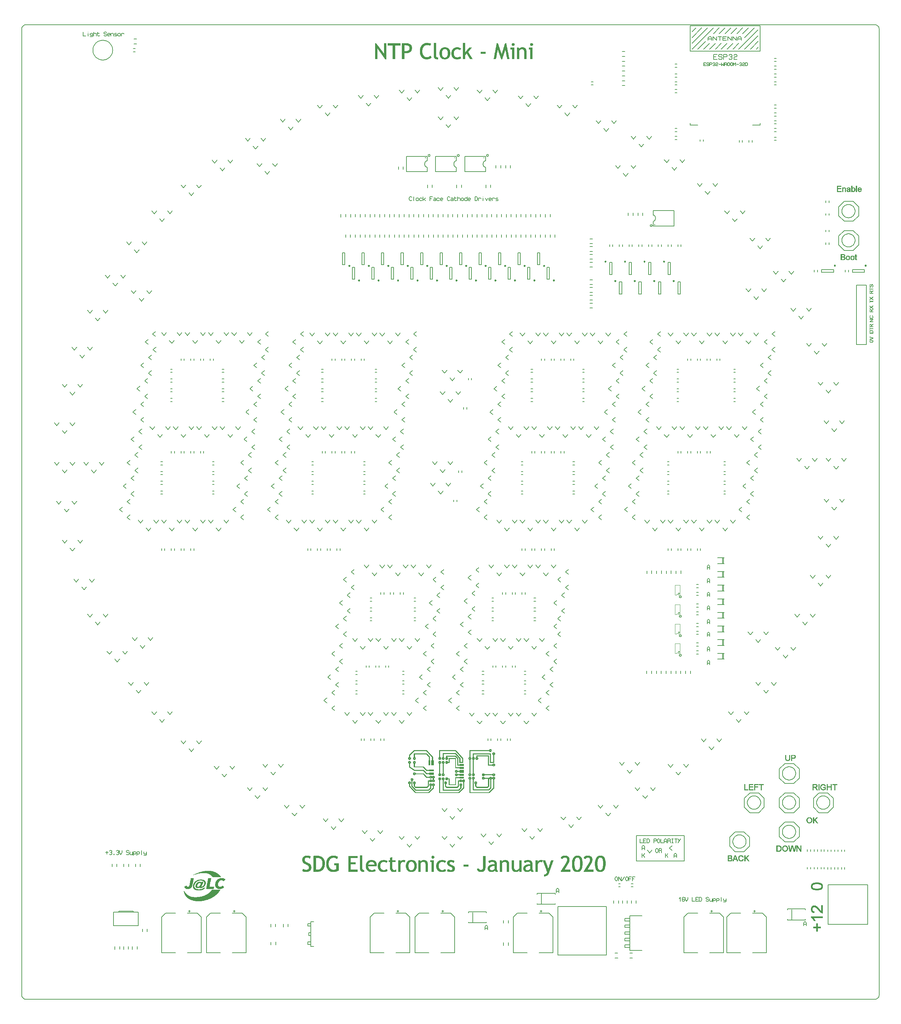
<source format=gto>
G04 PROTEUS RS274X GERBER FILE*
%FSLAX24Y24*%
%MOIN*%
%ADD45C,0.0080*%
%ADD14C,0.0098*%
%ADD46C,0.0040*%
%ADD19C,0.0025*%
G54D45*
X-28707Y+27964D02*
X-28943Y+27675D01*
X-29187Y+27964D02*
X-28950Y+27684D01*
X-27919Y+27177D02*
X-28155Y+26887D01*
X-28399Y+27177D02*
X-28163Y+26897D01*
X-27132Y+27964D02*
X-27368Y+27675D01*
X-27612Y+27964D02*
X-27375Y+27684D01*
X-26344Y+27964D02*
X-26581Y+27675D01*
X-26824Y+27964D02*
X-26588Y+27684D01*
X-25557Y+27177D02*
X-25793Y+26887D01*
X-26037Y+27177D02*
X-25801Y+26897D01*
X-24770Y+27964D02*
X-25006Y+27675D01*
X-25250Y+27964D02*
X-25013Y+27684D01*
X-23982Y+27964D02*
X-24218Y+27675D01*
X-24462Y+27964D02*
X-24226Y+27684D01*
X-23195Y+27177D02*
X-23431Y+26887D01*
X-23675Y+27177D02*
X-23438Y+26897D01*
X-22407Y+27964D02*
X-22644Y+27675D01*
X-22887Y+27964D02*
X-22651Y+27684D01*
X-21620Y+27964D02*
X-21856Y+27675D01*
X-22100Y+27964D02*
X-21864Y+27684D01*
X-20832Y+27177D02*
X-21069Y+26887D01*
X-21312Y+27177D02*
X-21076Y+26897D01*
X-20045Y+27964D02*
X-20281Y+27675D01*
X-20525Y+27964D02*
X-20289Y+27684D01*
X-18400Y+27578D02*
X-18689Y+27814D01*
X-18400Y+28058D02*
X-18680Y+27822D01*
X-19187Y+26791D02*
X-19477Y+27027D01*
X-19187Y+27271D02*
X-19467Y+27034D01*
X-18400Y+26003D02*
X-18689Y+26239D01*
X-18400Y+26483D02*
X-18680Y+26247D01*
X-18793Y+25216D02*
X-19083Y+25452D01*
X-18793Y+25696D02*
X-19073Y+25460D01*
X-19581Y+24428D02*
X-19871Y+24665D01*
X-19581Y+24908D02*
X-19861Y+24672D01*
X-18793Y+23641D02*
X-19083Y+23877D01*
X-18793Y+24121D02*
X-19073Y+23885D01*
X-19187Y+22854D02*
X-19477Y+23090D01*
X-19187Y+23334D02*
X-19467Y+23097D01*
X-19975Y+22066D02*
X-20264Y+22302D01*
X-19975Y+22546D02*
X-20255Y+22310D01*
X-19187Y+21279D02*
X-19477Y+21515D01*
X-19187Y+21759D02*
X-19467Y+21523D01*
X-19581Y+20491D02*
X-19871Y+20728D01*
X-19581Y+20971D02*
X-19861Y+20735D01*
X-20368Y+19704D02*
X-20658Y+19940D01*
X-20368Y+20184D02*
X-20648Y+19948D01*
X-19581Y+18917D02*
X-19871Y+19153D01*
X-19581Y+19397D02*
X-19861Y+19160D01*
X-29817Y+27578D02*
X-30107Y+27814D01*
X-29817Y+28058D02*
X-30097Y+27822D01*
X-30552Y+26791D02*
X-30842Y+27027D01*
X-30552Y+27271D02*
X-30832Y+27034D01*
X-29764Y+26003D02*
X-30054Y+26239D01*
X-29764Y+26483D02*
X-30044Y+26247D01*
X-30211Y+25216D02*
X-30500Y+25452D01*
X-30211Y+25696D02*
X-30491Y+25460D01*
X-30998Y+24428D02*
X-31288Y+24665D01*
X-30998Y+24908D02*
X-31278Y+24672D01*
X-30211Y+23641D02*
X-30500Y+23877D01*
X-30211Y+24121D02*
X-30491Y+23885D01*
X-30604Y+22854D02*
X-30894Y+23090D01*
X-30604Y+23334D02*
X-30884Y+23097D01*
X-31392Y+22066D02*
X-31682Y+22302D01*
X-31392Y+22546D02*
X-31672Y+22310D01*
X-30604Y+21279D02*
X-30894Y+21515D01*
X-30604Y+21759D02*
X-30884Y+21523D01*
X-30998Y+20491D02*
X-31288Y+20728D01*
X-30998Y+20971D02*
X-31278Y+20735D01*
X-31786Y+19704D02*
X-32075Y+19940D01*
X-31786Y+20184D02*
X-32066Y+19948D01*
X-30998Y+18917D02*
X-31288Y+19153D01*
X-30998Y+19397D02*
X-31278Y+19160D01*
X-29888Y+18463D02*
X-30124Y+18173D01*
X-30368Y+18463D02*
X-30131Y+18183D01*
X-29100Y+17675D02*
X-29336Y+17386D01*
X-29580Y+17675D02*
X-29344Y+17395D01*
X-28313Y+18463D02*
X-28549Y+18173D01*
X-28793Y+18463D02*
X-28557Y+18183D01*
X-27525Y+18463D02*
X-27762Y+18173D01*
X-28005Y+18463D02*
X-27769Y+18183D01*
X-26738Y+17675D02*
X-26974Y+17386D01*
X-27218Y+17675D02*
X-26982Y+17395D01*
X-25951Y+18463D02*
X-26187Y+18173D01*
X-26431Y+18463D02*
X-26194Y+18183D01*
X-25163Y+18463D02*
X-25399Y+18173D01*
X-25643Y+18463D02*
X-25407Y+18183D01*
X-24376Y+17675D02*
X-24612Y+17386D01*
X-24856Y+17675D02*
X-24620Y+17395D01*
X-23588Y+18463D02*
X-23825Y+18173D01*
X-24068Y+18463D02*
X-23832Y+18183D01*
X-22801Y+18463D02*
X-23037Y+18173D01*
X-23281Y+18463D02*
X-23045Y+18183D01*
X-22014Y+17675D02*
X-22250Y+17386D01*
X-22494Y+17675D02*
X-22257Y+17395D01*
X-21226Y+18463D02*
X-21462Y+18173D01*
X-21706Y+18463D02*
X-21470Y+18183D01*
X-19778Y+17735D02*
X-20067Y+17972D01*
X-19778Y+18215D02*
X-20058Y+17979D01*
X-20565Y+16948D02*
X-20855Y+17184D01*
X-20565Y+17428D02*
X-20845Y+17192D01*
X-19778Y+16161D02*
X-20067Y+16397D01*
X-19778Y+16641D02*
X-20058Y+16404D01*
X-20119Y+15373D02*
X-20408Y+15610D01*
X-20119Y+15853D02*
X-20399Y+15617D01*
X-20906Y+14586D02*
X-21196Y+14822D01*
X-20906Y+15066D02*
X-21186Y+14830D01*
X-20119Y+13798D02*
X-20408Y+14035D01*
X-20119Y+14278D02*
X-20399Y+14042D01*
X-20512Y+13011D02*
X-20802Y+13247D01*
X-20512Y+13491D02*
X-20792Y+13255D01*
X-21300Y+12224D02*
X-21590Y+12460D01*
X-21300Y+12704D02*
X-21580Y+12467D01*
X-20512Y+11436D02*
X-20802Y+11672D01*
X-20512Y+11916D02*
X-20792Y+11680D01*
X-20906Y+10649D02*
X-21196Y+10885D01*
X-20906Y+11129D02*
X-21186Y+10893D01*
X-21694Y+9861D02*
X-21983Y+10098D01*
X-21694Y+10341D02*
X-21974Y+10105D01*
X-20906Y+9074D02*
X-21196Y+9310D01*
X-20906Y+9554D02*
X-21186Y+9318D01*
X-31195Y+17735D02*
X-31485Y+17972D01*
X-31195Y+18215D02*
X-31475Y+17979D01*
X-31982Y+16948D02*
X-32272Y+17184D01*
X-31982Y+17428D02*
X-32262Y+17192D01*
X-31195Y+16161D02*
X-31485Y+16397D01*
X-31195Y+16641D02*
X-31475Y+16404D01*
X-31589Y+15373D02*
X-31878Y+15610D01*
X-31589Y+15853D02*
X-31869Y+15617D01*
X-32376Y+14586D02*
X-32666Y+14822D01*
X-32376Y+15066D02*
X-32656Y+14830D01*
X-31589Y+13798D02*
X-31878Y+14035D01*
X-31589Y+14278D02*
X-31869Y+14042D01*
X-31982Y+13011D02*
X-32272Y+13247D01*
X-31982Y+13491D02*
X-32262Y+13255D01*
X-32770Y+12224D02*
X-33060Y+12460D01*
X-32770Y+12704D02*
X-33050Y+12467D01*
X-31982Y+11436D02*
X-32272Y+11672D01*
X-31982Y+11916D02*
X-32262Y+11680D01*
X-32376Y+10649D02*
X-32666Y+10885D01*
X-32376Y+11129D02*
X-32656Y+10893D01*
X-33164Y+9861D02*
X-33453Y+10098D01*
X-33164Y+10341D02*
X-33444Y+10105D01*
X-32376Y+9074D02*
X-32666Y+9310D01*
X-32376Y+9554D02*
X-32656Y+9318D01*
X-31069Y+9014D02*
X-31305Y+8724D01*
X-31549Y+9014D02*
X-31312Y+8734D01*
X-30281Y+8227D02*
X-30518Y+7937D01*
X-30761Y+8227D02*
X-30525Y+7947D01*
X-29494Y+9014D02*
X-29730Y+8724D01*
X-29974Y+9014D02*
X-29738Y+8734D01*
X-28707Y+9014D02*
X-28943Y+8724D01*
X-29187Y+9014D02*
X-28950Y+8734D01*
X-27919Y+8227D02*
X-28155Y+7937D01*
X-28399Y+8227D02*
X-28163Y+7947D01*
X-27132Y+9014D02*
X-27368Y+8724D01*
X-27612Y+9014D02*
X-27375Y+8734D01*
X-26344Y+9014D02*
X-26581Y+8724D01*
X-26824Y+9014D02*
X-26588Y+8734D01*
X-25557Y+8227D02*
X-25793Y+7937D01*
X-26037Y+8227D02*
X-25801Y+7947D01*
X-24770Y+9014D02*
X-25006Y+8724D01*
X-25250Y+9014D02*
X-25013Y+8734D01*
X-23982Y+9014D02*
X-24218Y+8724D01*
X-24462Y+9014D02*
X-24226Y+8734D01*
X-23195Y+8227D02*
X-23431Y+7937D01*
X-23675Y+8227D02*
X-23438Y+7947D01*
X-22407Y+9014D02*
X-22644Y+8724D01*
X-22887Y+9014D02*
X-22651Y+8734D01*
X-13746Y+27912D02*
X-13982Y+27622D01*
X-14226Y+27912D02*
X-13990Y+27632D01*
X-12958Y+27124D02*
X-13195Y+26835D01*
X-13438Y+27124D02*
X-13202Y+26844D01*
X-12171Y+27912D02*
X-12407Y+27622D01*
X-12651Y+27912D02*
X-12415Y+27632D01*
X-11384Y+27912D02*
X-11620Y+27622D01*
X-11864Y+27912D02*
X-11627Y+27632D01*
X-10596Y+27124D02*
X-10832Y+26835D01*
X-11076Y+27124D02*
X-10840Y+26844D01*
X-9809Y+27912D02*
X-10045Y+27622D01*
X-10289Y+27912D02*
X-10053Y+27632D01*
X-9021Y+27912D02*
X-9258Y+27622D01*
X-9501Y+27912D02*
X-9265Y+27632D01*
X-8234Y+27124D02*
X-8470Y+26835D01*
X-8714Y+27124D02*
X-8478Y+26844D01*
X-7447Y+27912D02*
X-7683Y+27622D01*
X-7927Y+27912D02*
X-7690Y+27632D01*
X-6659Y+27912D02*
X-6895Y+27622D01*
X-7139Y+27912D02*
X-6903Y+27632D01*
X-5872Y+27124D02*
X-6108Y+26835D01*
X-6352Y+27124D02*
X-6116Y+26844D01*
X-5084Y+27912D02*
X-5321Y+27622D01*
X-5564Y+27912D02*
X-5328Y+27632D01*
X-3439Y+27578D02*
X-3729Y+27814D01*
X-3439Y+28058D02*
X-3719Y+27822D01*
X-4227Y+26791D02*
X-4516Y+27027D01*
X-4227Y+27271D02*
X-4507Y+27034D01*
X-3439Y+26003D02*
X-3729Y+26239D01*
X-3439Y+26483D02*
X-3719Y+26247D01*
X-3833Y+25216D02*
X-4122Y+25452D01*
X-3833Y+25696D02*
X-4113Y+25460D01*
X-4620Y+24428D02*
X-4910Y+24665D01*
X-4620Y+24908D02*
X-4900Y+24672D01*
X-3833Y+23641D02*
X-4122Y+23877D01*
X-3833Y+24121D02*
X-4113Y+23885D01*
X-4227Y+22854D02*
X-4516Y+23090D01*
X-4227Y+23334D02*
X-4507Y+23097D01*
X-5014Y+22066D02*
X-5304Y+22302D01*
X-5014Y+22546D02*
X-5294Y+22310D01*
X-4227Y+21279D02*
X-4516Y+21515D01*
X-4227Y+21759D02*
X-4507Y+21523D01*
X-4620Y+20491D02*
X-4910Y+20728D01*
X-4620Y+20971D02*
X-4900Y+20735D01*
X-5408Y+19704D02*
X-5697Y+19940D01*
X-5408Y+20184D02*
X-5688Y+19948D01*
X-4620Y+18917D02*
X-4910Y+19153D01*
X-4620Y+19397D02*
X-4900Y+19160D01*
X-14856Y+27578D02*
X-15146Y+27814D01*
X-14856Y+28058D02*
X-15136Y+27822D01*
X-15644Y+26791D02*
X-15934Y+27027D01*
X-15644Y+27271D02*
X-15924Y+27034D01*
X-14856Y+26003D02*
X-15146Y+26239D01*
X-14856Y+26483D02*
X-15136Y+26247D01*
X-15250Y+25216D02*
X-15540Y+25452D01*
X-15250Y+25696D02*
X-15530Y+25460D01*
X-16038Y+24428D02*
X-16327Y+24665D01*
X-16038Y+24908D02*
X-16318Y+24672D01*
X-15250Y+23641D02*
X-15540Y+23877D01*
X-15250Y+24121D02*
X-15530Y+23885D01*
X-15644Y+22854D02*
X-15934Y+23090D01*
X-15644Y+23334D02*
X-15924Y+23097D01*
X-16431Y+22066D02*
X-16721Y+22302D01*
X-16431Y+22546D02*
X-16711Y+22310D01*
X-15644Y+21279D02*
X-15934Y+21515D01*
X-15644Y+21759D02*
X-15924Y+21523D01*
X-16038Y+20491D02*
X-16327Y+20728D01*
X-16038Y+20971D02*
X-16318Y+20735D01*
X-16825Y+19704D02*
X-17115Y+19940D01*
X-16825Y+20184D02*
X-17105Y+19948D01*
X-16038Y+18917D02*
X-16327Y+19153D01*
X-16038Y+19397D02*
X-16318Y+19160D01*
X-14927Y+18463D02*
X-15163Y+18173D01*
X-15407Y+18463D02*
X-15171Y+18183D01*
X-14140Y+17675D02*
X-14376Y+17386D01*
X-14620Y+17675D02*
X-14383Y+17395D01*
X-13352Y+18463D02*
X-13588Y+18173D01*
X-13832Y+18463D02*
X-13596Y+18183D01*
X-12565Y+18463D02*
X-12801Y+18173D01*
X-13045Y+18463D02*
X-12809Y+18183D01*
X-11777Y+17675D02*
X-12014Y+17386D01*
X-12257Y+17675D02*
X-12021Y+17395D01*
X-10990Y+18463D02*
X-11226Y+18173D01*
X-11470Y+18463D02*
X-11234Y+18183D01*
X-10203Y+18463D02*
X-10439Y+18173D01*
X-10683Y+18463D02*
X-10446Y+18183D01*
X-9415Y+17675D02*
X-9651Y+17386D01*
X-9895Y+17675D02*
X-9659Y+17395D01*
X-8628Y+18463D02*
X-8864Y+18173D01*
X-9108Y+18463D02*
X-8872Y+18183D01*
X-7840Y+18463D02*
X-8077Y+18173D01*
X-8320Y+18463D02*
X-8084Y+18183D01*
X-7053Y+17675D02*
X-7289Y+17386D01*
X-7533Y+17675D02*
X-7297Y+17395D01*
X-6266Y+18463D02*
X-6502Y+18173D01*
X-6746Y+18463D02*
X-6509Y+18183D01*
X-4764Y+17735D02*
X-5054Y+17972D01*
X-4764Y+18215D02*
X-5044Y+17979D01*
X-5552Y+16948D02*
X-5842Y+17184D01*
X-5552Y+17428D02*
X-5832Y+17192D01*
X-4764Y+16161D02*
X-5054Y+16397D01*
X-4764Y+16641D02*
X-5044Y+16404D01*
X-5158Y+15373D02*
X-5448Y+15610D01*
X-5158Y+15853D02*
X-5438Y+15617D01*
X-5946Y+14586D02*
X-6235Y+14822D01*
X-5946Y+15066D02*
X-6226Y+14830D01*
X-5158Y+13798D02*
X-5448Y+14035D01*
X-5158Y+14278D02*
X-5438Y+14042D01*
X-5552Y+13011D02*
X-5842Y+13247D01*
X-5552Y+13491D02*
X-5832Y+13255D01*
X-6339Y+12224D02*
X-6629Y+12460D01*
X-6339Y+12704D02*
X-6619Y+12467D01*
X-5552Y+11436D02*
X-5842Y+11672D01*
X-5552Y+11916D02*
X-5832Y+11680D01*
X-5946Y+10649D02*
X-6235Y+10885D01*
X-5946Y+11129D02*
X-6226Y+10893D01*
X-6733Y+9861D02*
X-7023Y+10098D01*
X-6733Y+10341D02*
X-7013Y+10105D01*
X-5946Y+9074D02*
X-6235Y+9310D01*
X-5946Y+9554D02*
X-6226Y+9318D01*
X-16234Y+17735D02*
X-16524Y+17972D01*
X-16234Y+18215D02*
X-16514Y+17979D01*
X-17022Y+16948D02*
X-17311Y+17184D01*
X-17022Y+17428D02*
X-17302Y+17192D01*
X-16234Y+16161D02*
X-16524Y+16397D01*
X-16234Y+16641D02*
X-16514Y+16404D01*
X-16628Y+15373D02*
X-16918Y+15610D01*
X-16628Y+15853D02*
X-16908Y+15617D01*
X-17415Y+14586D02*
X-17705Y+14822D01*
X-17415Y+15066D02*
X-17695Y+14830D01*
X-16628Y+13798D02*
X-16918Y+14035D01*
X-16628Y+14278D02*
X-16908Y+14042D01*
X-17022Y+13011D02*
X-17311Y+13247D01*
X-17022Y+13491D02*
X-17302Y+13255D01*
X-17809Y+12224D02*
X-18099Y+12460D01*
X-17809Y+12704D02*
X-18089Y+12467D01*
X-17022Y+11436D02*
X-17311Y+11672D01*
X-17022Y+11916D02*
X-17302Y+11680D01*
X-17415Y+10649D02*
X-17705Y+10885D01*
X-17415Y+11129D02*
X-17695Y+10893D01*
X-18203Y+9861D02*
X-18493Y+10098D01*
X-18203Y+10341D02*
X-18483Y+10105D01*
X-17415Y+9074D02*
X-17705Y+9310D01*
X-17415Y+9554D02*
X-17695Y+9318D01*
X-16108Y+9014D02*
X-16344Y+8724D01*
X-16588Y+9014D02*
X-16352Y+8734D01*
X-15321Y+8227D02*
X-15557Y+7937D01*
X-15801Y+8227D02*
X-15564Y+7947D01*
X-14533Y+9014D02*
X-14770Y+8724D01*
X-15013Y+9014D02*
X-14777Y+8734D01*
X-13746Y+9014D02*
X-13982Y+8724D01*
X-14226Y+9014D02*
X-13990Y+8734D01*
X-12958Y+8227D02*
X-13195Y+7937D01*
X-13438Y+8227D02*
X-13202Y+7947D01*
X-12171Y+9014D02*
X-12407Y+8724D01*
X-12651Y+9014D02*
X-12415Y+8734D01*
X-11384Y+9014D02*
X-11620Y+8724D01*
X-11864Y+9014D02*
X-11627Y+8734D01*
X-10596Y+8227D02*
X-10832Y+7937D01*
X-11076Y+8227D02*
X-10840Y+7947D01*
X-9809Y+9014D02*
X-10045Y+8724D01*
X-10289Y+9014D02*
X-10053Y+8734D01*
X-9021Y+9014D02*
X-9258Y+8724D01*
X-9501Y+9014D02*
X-9265Y+8734D01*
X-8234Y+8227D02*
X-8470Y+7937D01*
X-8714Y+8227D02*
X-8478Y+7947D01*
X-7447Y+9014D02*
X-7683Y+8724D01*
X-7927Y+9014D02*
X-7690Y+8734D01*
X-360Y+24172D02*
X-596Y+23882D01*
X-840Y+24172D02*
X-604Y+23892D01*
X+426Y+23384D02*
X+190Y+23094D01*
X-53Y+23384D02*
X+183Y+23104D01*
X+1214Y+24172D02*
X+978Y+23882D01*
X+734Y+24172D02*
X+970Y+23892D01*
X-557Y+22006D02*
X-793Y+21717D01*
X-1037Y+22006D02*
X-801Y+21726D01*
X+230Y+21219D02*
X-6Y+20929D01*
X-250Y+21219D02*
X-13Y+20939D01*
X+1017Y+22006D02*
X+781Y+21717D01*
X+537Y+22006D02*
X+773Y+21726D01*
X-1344Y+14920D02*
X-1581Y+14630D01*
X-1824Y+14920D02*
X-1588Y+14640D01*
X-557Y+14132D02*
X-793Y+13842D01*
X-1037Y+14132D02*
X-801Y+13852D01*
X+230Y+14920D02*
X-6Y+14630D01*
X-250Y+14920D02*
X-13Y+14640D01*
X-1541Y+12754D02*
X-1777Y+12465D01*
X-2021Y+12754D02*
X-1785Y+12474D01*
X-754Y+11967D02*
X-990Y+11677D01*
X-1234Y+11967D02*
X-998Y+11687D01*
X+33Y+12754D02*
X-203Y+12465D01*
X-446Y+12754D02*
X-210Y+12474D01*
X+7513Y+27912D02*
X+7277Y+27622D01*
X+7033Y+27912D02*
X+7269Y+27632D01*
X+8300Y+27124D02*
X+8064Y+26835D01*
X+7820Y+27124D02*
X+8057Y+26844D01*
X+9088Y+27912D02*
X+8852Y+27622D01*
X+8608Y+27912D02*
X+8844Y+27632D01*
X+9875Y+27912D02*
X+9639Y+27622D01*
X+9395Y+27912D02*
X+9631Y+27632D01*
X+10663Y+27124D02*
X+10426Y+26835D01*
X+10183Y+27124D02*
X+10419Y+26844D01*
X+11450Y+27912D02*
X+11214Y+27622D01*
X+10970Y+27912D02*
X+11206Y+27632D01*
X+12237Y+27912D02*
X+12001Y+27622D01*
X+11757Y+27912D02*
X+11994Y+27632D01*
X+13025Y+27124D02*
X+12789Y+26835D01*
X+12545Y+27124D02*
X+12781Y+26844D01*
X+13812Y+27912D02*
X+13576Y+27622D01*
X+13332Y+27912D02*
X+13568Y+27632D01*
X+14600Y+27912D02*
X+14363Y+27622D01*
X+14120Y+27912D02*
X+14356Y+27632D01*
X+15387Y+27124D02*
X+15151Y+26835D01*
X+14907Y+27124D02*
X+15143Y+26844D01*
X+16174Y+27912D02*
X+15938Y+27622D01*
X+15694Y+27912D02*
X+15931Y+27632D01*
X+17820Y+27578D02*
X+17530Y+27814D01*
X+17820Y+28058D02*
X+17540Y+27822D01*
X+17032Y+26791D02*
X+16743Y+27027D01*
X+17032Y+27271D02*
X+16752Y+27034D01*
X+17820Y+26003D02*
X+17530Y+26239D01*
X+17820Y+26483D02*
X+17540Y+26247D01*
X+17426Y+25216D02*
X+17136Y+25452D01*
X+17426Y+25696D02*
X+17146Y+25460D01*
X+16639Y+24428D02*
X+16349Y+24665D01*
X+16639Y+24908D02*
X+16359Y+24672D01*
X+17426Y+23641D02*
X+17136Y+23877D01*
X+17426Y+24121D02*
X+17146Y+23885D01*
X+17032Y+22854D02*
X+16743Y+23090D01*
X+17032Y+23334D02*
X+16752Y+23097D01*
X+16245Y+22066D02*
X+15955Y+22302D01*
X+16245Y+22546D02*
X+15965Y+22310D01*
X+17032Y+21279D02*
X+16743Y+21515D01*
X+17032Y+21759D02*
X+16752Y+21523D01*
X+16639Y+20491D02*
X+16349Y+20728D01*
X+16639Y+20971D02*
X+16359Y+20735D01*
X+15851Y+19704D02*
X+15562Y+19940D01*
X+15851Y+20184D02*
X+15571Y+19948D01*
X+16639Y+18917D02*
X+16349Y+19153D01*
X+16639Y+19397D02*
X+16359Y+19160D01*
X+6258Y+27578D02*
X+5968Y+27814D01*
X+6258Y+28058D02*
X+5978Y+27822D01*
X+5471Y+26791D02*
X+5181Y+27027D01*
X+5471Y+27271D02*
X+5191Y+27034D01*
X+6258Y+26003D02*
X+5968Y+26239D01*
X+6258Y+26483D02*
X+5978Y+26247D01*
X+5864Y+25216D02*
X+5575Y+25452D01*
X+5864Y+25696D02*
X+5584Y+25460D01*
X+5077Y+24428D02*
X+4787Y+24665D01*
X+5077Y+24908D02*
X+4797Y+24672D01*
X+5864Y+23641D02*
X+5575Y+23877D01*
X+5864Y+24121D02*
X+5584Y+23885D01*
X+5471Y+22854D02*
X+5181Y+23090D01*
X+5471Y+23334D02*
X+5191Y+23097D01*
X+4683Y+22066D02*
X+4394Y+22302D01*
X+4683Y+22546D02*
X+4403Y+22310D01*
X+5471Y+21279D02*
X+5181Y+21515D01*
X+5471Y+21759D02*
X+5191Y+21523D01*
X+5077Y+20491D02*
X+4787Y+20728D01*
X+5077Y+20971D02*
X+4797Y+20735D01*
X+4290Y+19704D02*
X+4000Y+19940D01*
X+4290Y+20184D02*
X+4010Y+19948D01*
X+5077Y+18917D02*
X+4787Y+19153D01*
X+5077Y+19397D02*
X+4797Y+19160D01*
X+6332Y+18463D02*
X+6096Y+18173D01*
X+5852Y+18463D02*
X+6088Y+18183D01*
X+7119Y+17675D02*
X+6883Y+17386D01*
X+6639Y+17675D02*
X+6875Y+17395D01*
X+7907Y+18463D02*
X+7670Y+18173D01*
X+7427Y+18463D02*
X+7663Y+18183D01*
X+8694Y+18463D02*
X+8458Y+18173D01*
X+8214Y+18463D02*
X+8450Y+18183D01*
X+9481Y+17675D02*
X+9245Y+17386D01*
X+9001Y+17675D02*
X+9238Y+17395D01*
X+10269Y+18463D02*
X+10033Y+18173D01*
X+9789Y+18463D02*
X+10025Y+18183D01*
X+11056Y+18463D02*
X+10820Y+18173D01*
X+10576Y+18463D02*
X+10812Y+18183D01*
X+11844Y+17675D02*
X+11607Y+17386D01*
X+11364Y+17675D02*
X+11600Y+17395D01*
X+12631Y+18463D02*
X+12395Y+18173D01*
X+12151Y+18463D02*
X+12387Y+18183D01*
X+13418Y+18463D02*
X+13182Y+18173D01*
X+12938Y+18463D02*
X+13175Y+18183D01*
X+14206Y+17675D02*
X+13970Y+17386D01*
X+13726Y+17675D02*
X+13962Y+17395D01*
X+14993Y+18463D02*
X+14757Y+18173D01*
X+14513Y+18463D02*
X+14750Y+18183D01*
X+16442Y+17735D02*
X+16152Y+17972D01*
X+16442Y+18215D02*
X+16162Y+17979D01*
X+15654Y+16948D02*
X+15365Y+17184D01*
X+15654Y+17428D02*
X+15374Y+17192D01*
X+16442Y+16161D02*
X+16152Y+16397D01*
X+16442Y+16641D02*
X+16162Y+16404D01*
X+16048Y+15373D02*
X+15758Y+15610D01*
X+16048Y+15853D02*
X+15768Y+15617D01*
X+15261Y+14586D02*
X+14971Y+14822D01*
X+15261Y+15066D02*
X+14981Y+14830D01*
X+16048Y+13798D02*
X+15758Y+14035D01*
X+16048Y+14278D02*
X+15768Y+14042D01*
X+15654Y+13011D02*
X+15365Y+13247D01*
X+15654Y+13491D02*
X+15374Y+13255D01*
X+14867Y+12224D02*
X+14577Y+12460D01*
X+14867Y+12704D02*
X+14587Y+12467D01*
X+15654Y+11436D02*
X+15365Y+11672D01*
X+15654Y+11916D02*
X+15374Y+11680D01*
X+15261Y+10649D02*
X+14971Y+10885D01*
X+15261Y+11129D02*
X+14981Y+10893D01*
X+14473Y+9861D02*
X+14184Y+10098D01*
X+14473Y+10341D02*
X+14193Y+10105D01*
X+15261Y+9074D02*
X+14971Y+9310D01*
X+15261Y+9554D02*
X+14981Y+9318D01*
X+4880Y+17735D02*
X+4591Y+17972D01*
X+4880Y+18215D02*
X+4600Y+17979D01*
X+4093Y+16948D02*
X+3803Y+17184D01*
X+4093Y+17428D02*
X+3813Y+17192D01*
X+4880Y+16161D02*
X+4591Y+16397D01*
X+4880Y+16641D02*
X+4600Y+16404D01*
X+4487Y+15373D02*
X+4197Y+15610D01*
X+4487Y+15853D02*
X+4207Y+15617D01*
X+3699Y+14586D02*
X+3409Y+14822D01*
X+3699Y+15066D02*
X+3419Y+14830D01*
X+4487Y+13798D02*
X+4197Y+14035D01*
X+4487Y+14278D02*
X+4207Y+14042D01*
X+4093Y+13011D02*
X+3803Y+13247D01*
X+4093Y+13491D02*
X+3813Y+13255D01*
X+3305Y+12224D02*
X+3016Y+12460D01*
X+3305Y+12704D02*
X+3025Y+12467D01*
X+4093Y+11436D02*
X+3803Y+11672D01*
X+4093Y+11916D02*
X+3813Y+11680D01*
X+3699Y+10649D02*
X+3409Y+10885D01*
X+3699Y+11129D02*
X+3419Y+10893D01*
X+2912Y+9861D02*
X+2622Y+10098D01*
X+2912Y+10341D02*
X+2632Y+10105D01*
X+3699Y+9074D02*
X+3409Y+9310D01*
X+3699Y+9554D02*
X+3419Y+9318D01*
X+5151Y+9014D02*
X+4915Y+8724D01*
X+4671Y+9014D02*
X+4907Y+8734D01*
X+5938Y+8227D02*
X+5702Y+7937D01*
X+5458Y+8227D02*
X+5694Y+7947D01*
X+6726Y+9014D02*
X+6489Y+8724D01*
X+6246Y+9014D02*
X+6482Y+8734D01*
X+7513Y+9014D02*
X+7277Y+8724D01*
X+7033Y+9014D02*
X+7269Y+8734D01*
X+8300Y+8227D02*
X+8064Y+7937D01*
X+7820Y+8227D02*
X+8057Y+7947D01*
X+9088Y+9014D02*
X+8852Y+8724D01*
X+8608Y+9014D02*
X+8844Y+8734D01*
X+9875Y+9014D02*
X+9639Y+8724D01*
X+9395Y+9014D02*
X+9631Y+8734D01*
X+10663Y+8227D02*
X+10426Y+7937D01*
X+10183Y+8227D02*
X+10419Y+7947D01*
X+11450Y+9014D02*
X+11214Y+8724D01*
X+10970Y+9014D02*
X+11206Y+8734D01*
X+12237Y+9014D02*
X+12001Y+8724D01*
X+11757Y+9014D02*
X+11994Y+8734D01*
X+13025Y+8227D02*
X+12789Y+7937D01*
X+12545Y+8227D02*
X+12781Y+7947D01*
X+13812Y+9014D02*
X+13576Y+8724D01*
X+13332Y+9014D02*
X+13568Y+8734D01*
X+22474Y+27912D02*
X+22237Y+27622D01*
X+21994Y+27912D02*
X+22230Y+27632D01*
X+23261Y+27124D02*
X+23025Y+26835D01*
X+22781Y+27124D02*
X+23017Y+26844D01*
X+24048Y+27912D02*
X+23812Y+27622D01*
X+23568Y+27912D02*
X+23805Y+27632D01*
X+24836Y+27912D02*
X+24600Y+27622D01*
X+24356Y+27912D02*
X+24592Y+27632D01*
X+25623Y+27124D02*
X+25387Y+26835D01*
X+25143Y+27124D02*
X+25379Y+26844D01*
X+26411Y+27912D02*
X+26174Y+27622D01*
X+25931Y+27912D02*
X+26167Y+27632D01*
X+27198Y+27912D02*
X+26962Y+27622D01*
X+26718Y+27912D02*
X+26954Y+27632D01*
X+27985Y+27124D02*
X+27749Y+26835D01*
X+27505Y+27124D02*
X+27742Y+26844D01*
X+28773Y+27912D02*
X+28537Y+27622D01*
X+28293Y+27912D02*
X+28529Y+27632D01*
X+29560Y+27912D02*
X+29324Y+27622D01*
X+29080Y+27912D02*
X+29316Y+27632D01*
X+30348Y+27124D02*
X+30111Y+26835D01*
X+29868Y+27124D02*
X+30104Y+26844D01*
X+31135Y+27912D02*
X+30899Y+27622D01*
X+30655Y+27912D02*
X+30891Y+27632D01*
X+32780Y+27578D02*
X+32491Y+27814D01*
X+32780Y+28058D02*
X+32500Y+27822D01*
X+31993Y+26791D02*
X+31703Y+27027D01*
X+31993Y+27271D02*
X+31713Y+27034D01*
X+32780Y+26003D02*
X+32491Y+26239D01*
X+32780Y+26483D02*
X+32500Y+26247D01*
X+32387Y+25216D02*
X+32097Y+25452D01*
X+32387Y+25696D02*
X+32107Y+25460D01*
X+31599Y+24428D02*
X+31310Y+24665D01*
X+31599Y+24908D02*
X+31319Y+24672D01*
X+32387Y+23641D02*
X+32097Y+23877D01*
X+32387Y+24121D02*
X+32107Y+23885D01*
X+31993Y+22854D02*
X+31703Y+23090D01*
X+31993Y+23334D02*
X+31713Y+23097D01*
X+31206Y+22066D02*
X+30916Y+22302D01*
X+31206Y+22546D02*
X+30926Y+22310D01*
X+31993Y+21279D02*
X+31703Y+21515D01*
X+31993Y+21759D02*
X+31713Y+21523D01*
X+31599Y+20491D02*
X+31310Y+20728D01*
X+31599Y+20971D02*
X+31319Y+20735D01*
X+30812Y+19704D02*
X+30522Y+19940D01*
X+30812Y+20184D02*
X+30532Y+19948D01*
X+31599Y+18917D02*
X+31310Y+19153D01*
X+31599Y+19397D02*
X+31319Y+19160D01*
X+21219Y+27578D02*
X+20929Y+27814D01*
X+21219Y+28058D02*
X+20939Y+27822D01*
X+20431Y+26791D02*
X+20142Y+27027D01*
X+20431Y+27271D02*
X+20151Y+27034D01*
X+21219Y+26003D02*
X+20929Y+26239D01*
X+21219Y+26483D02*
X+20939Y+26247D01*
X+20825Y+25216D02*
X+20535Y+25452D01*
X+20825Y+25696D02*
X+20545Y+25460D01*
X+20038Y+24428D02*
X+19748Y+24665D01*
X+20038Y+24908D02*
X+19758Y+24672D01*
X+20825Y+23641D02*
X+20535Y+23877D01*
X+20825Y+24121D02*
X+20545Y+23885D01*
X+20431Y+22854D02*
X+20142Y+23090D01*
X+20431Y+23334D02*
X+20151Y+23097D01*
X+19644Y+22066D02*
X+19354Y+22302D01*
X+19644Y+22546D02*
X+19364Y+22310D01*
X+20431Y+21279D02*
X+20142Y+21515D01*
X+20431Y+21759D02*
X+20151Y+21523D01*
X+20038Y+20491D02*
X+19748Y+20728D01*
X+20038Y+20971D02*
X+19758Y+20735D01*
X+19250Y+19704D02*
X+18961Y+19940D01*
X+19250Y+20184D02*
X+18970Y+19948D01*
X+20038Y+18917D02*
X+19748Y+19153D01*
X+20038Y+19397D02*
X+19758Y+19160D01*
X+21292Y+18463D02*
X+21056Y+18173D01*
X+20812Y+18463D02*
X+21049Y+18183D01*
X+22080Y+17675D02*
X+21844Y+17386D01*
X+21600Y+17675D02*
X+21836Y+17395D01*
X+22867Y+18463D02*
X+22631Y+18173D01*
X+22387Y+18463D02*
X+22624Y+18183D01*
X+23655Y+18463D02*
X+23418Y+18173D01*
X+23175Y+18463D02*
X+23411Y+18183D01*
X+24442Y+17675D02*
X+24206Y+17386D01*
X+23962Y+17675D02*
X+24198Y+17395D01*
X+25230Y+18463D02*
X+24993Y+18173D01*
X+24750Y+18463D02*
X+24986Y+18183D01*
X+26017Y+18463D02*
X+25781Y+18173D01*
X+25537Y+18463D02*
X+25773Y+18183D01*
X+26804Y+17675D02*
X+26568Y+17386D01*
X+26324Y+17675D02*
X+26561Y+17395D01*
X+27592Y+18463D02*
X+27355Y+18173D01*
X+27112Y+18463D02*
X+27348Y+18183D01*
X+28379Y+18463D02*
X+28143Y+18173D01*
X+27899Y+18463D02*
X+28135Y+18183D01*
X+29167Y+17675D02*
X+28930Y+17386D01*
X+28687Y+17675D02*
X+28923Y+17395D01*
X+29954Y+18463D02*
X+29718Y+18173D01*
X+29474Y+18463D02*
X+29710Y+18183D01*
X+31402Y+17735D02*
X+31113Y+17972D01*
X+31402Y+18215D02*
X+31122Y+17979D01*
X+30615Y+16948D02*
X+30325Y+17184D01*
X+30615Y+17428D02*
X+30335Y+17192D01*
X+31402Y+16161D02*
X+31113Y+16397D01*
X+31402Y+16641D02*
X+31122Y+16404D01*
X+31009Y+15373D02*
X+30719Y+15610D01*
X+31009Y+15853D02*
X+30729Y+15617D01*
X+30221Y+14586D02*
X+29932Y+14822D01*
X+30221Y+15066D02*
X+29941Y+14830D01*
X+31009Y+13798D02*
X+30719Y+14035D01*
X+31009Y+14278D02*
X+30729Y+14042D01*
X+30615Y+13011D02*
X+30325Y+13247D01*
X+30615Y+13491D02*
X+30335Y+13255D01*
X+29828Y+12224D02*
X+29538Y+12460D01*
X+29828Y+12704D02*
X+29548Y+12467D01*
X+30615Y+11436D02*
X+30325Y+11672D01*
X+30615Y+11916D02*
X+30335Y+11680D01*
X+30221Y+10649D02*
X+29932Y+10885D01*
X+30221Y+11129D02*
X+29941Y+10893D01*
X+29434Y+9861D02*
X+29144Y+10098D01*
X+29434Y+10341D02*
X+29154Y+10105D01*
X+30221Y+9074D02*
X+29932Y+9310D01*
X+30221Y+9554D02*
X+29941Y+9318D01*
X+19841Y+17735D02*
X+19551Y+17972D01*
X+19841Y+18215D02*
X+19561Y+17979D01*
X+19053Y+16948D02*
X+18764Y+17184D01*
X+19053Y+17428D02*
X+18773Y+17192D01*
X+19841Y+16161D02*
X+19551Y+16397D01*
X+19841Y+16641D02*
X+19561Y+16404D01*
X+19447Y+15373D02*
X+19157Y+15610D01*
X+19447Y+15853D02*
X+19167Y+15617D01*
X+18660Y+14586D02*
X+18370Y+14822D01*
X+18660Y+15066D02*
X+18380Y+14830D01*
X+19447Y+13798D02*
X+19157Y+14035D01*
X+19447Y+14278D02*
X+19167Y+14042D01*
X+19053Y+13011D02*
X+18764Y+13247D01*
X+19053Y+13491D02*
X+18773Y+13255D01*
X+18266Y+12224D02*
X+17976Y+12460D01*
X+18266Y+12704D02*
X+17986Y+12467D01*
X+19053Y+11436D02*
X+18764Y+11672D01*
X+19053Y+11916D02*
X+18773Y+11680D01*
X+18660Y+10649D02*
X+18370Y+10885D01*
X+18660Y+11129D02*
X+18380Y+10893D01*
X+17872Y+9861D02*
X+17583Y+10098D01*
X+17872Y+10341D02*
X+17592Y+10105D01*
X+18660Y+9074D02*
X+18370Y+9310D01*
X+18660Y+9554D02*
X+18380Y+9318D01*
X+20111Y+9014D02*
X+19875Y+8724D01*
X+19631Y+9014D02*
X+19868Y+8734D01*
X+20899Y+8227D02*
X+20663Y+7937D01*
X+20419Y+8227D02*
X+20655Y+7947D01*
X+21686Y+9014D02*
X+21450Y+8724D01*
X+21206Y+9014D02*
X+21442Y+8734D01*
X+22474Y+9014D02*
X+22237Y+8724D01*
X+21994Y+9014D02*
X+22230Y+8734D01*
X+23261Y+8227D02*
X+23025Y+7937D01*
X+22781Y+8227D02*
X+23017Y+7947D01*
X+24048Y+9014D02*
X+23812Y+8724D01*
X+23568Y+9014D02*
X+23805Y+8734D01*
X+24836Y+9014D02*
X+24600Y+8724D01*
X+24356Y+9014D02*
X+24592Y+8734D01*
X+25623Y+8227D02*
X+25387Y+7937D01*
X+25143Y+8227D02*
X+25379Y+7947D01*
X+26411Y+9014D02*
X+26174Y+8724D01*
X+25931Y+9014D02*
X+26167Y+8734D01*
X+27198Y+9014D02*
X+26962Y+8724D01*
X+26718Y+9014D02*
X+26954Y+8734D01*
X+27985Y+8227D02*
X+27749Y+7937D01*
X+27505Y+8227D02*
X+27742Y+7947D01*
X+28773Y+9014D02*
X+28537Y+8724D01*
X+28293Y+9014D02*
X+28529Y+8734D01*
X-8234Y+4487D02*
X-8470Y+4197D01*
X-8714Y+4487D02*
X-8478Y+4207D01*
X-7447Y+3699D02*
X-7683Y+3409D01*
X-7927Y+3699D02*
X-7690Y+3419D01*
X-6659Y+4487D02*
X-6895Y+4197D01*
X-7139Y+4487D02*
X-6903Y+4207D01*
X-5872Y+4487D02*
X-6108Y+4197D01*
X-6352Y+4487D02*
X-6116Y+4207D01*
X-5084Y+3699D02*
X-5321Y+3409D01*
X-5564Y+3699D02*
X-5328Y+3419D01*
X-4297Y+4487D02*
X-4533Y+4197D01*
X-4777Y+4487D02*
X-4541Y+4207D01*
X-3510Y+4487D02*
X-3746Y+4197D01*
X-3990Y+4487D02*
X-3753Y+4207D01*
X-2722Y+3699D02*
X-2958Y+3409D01*
X-3202Y+3699D02*
X-2966Y+3419D01*
X-1935Y+4487D02*
X-2171Y+4197D01*
X-2415Y+4487D02*
X-2179Y+4207D01*
X-683Y+3562D02*
X-973Y+3798D01*
X-683Y+4042D02*
X-963Y+3806D01*
X-1471Y+2775D02*
X-1760Y+3011D01*
X-1471Y+3255D02*
X-1751Y+3019D01*
X-683Y+1987D02*
X-973Y+2224D01*
X-683Y+2467D02*
X-963Y+2231D01*
X-1077Y+1200D02*
X-1367Y+1436D01*
X-1077Y+1680D02*
X-1357Y+1444D01*
X-1864Y+413D02*
X-2154Y+649D01*
X-1864Y+893D02*
X-2144Y+656D01*
X-1077Y-374D02*
X-1367Y-138D01*
X-1077Y+105D02*
X-1357Y-130D01*
X-1471Y-1161D02*
X-1760Y-925D01*
X-1471Y-681D02*
X-1751Y-917D01*
X-2258Y-1949D02*
X-2548Y-1712D01*
X-2258Y-1469D02*
X-2538Y-1705D01*
X-1471Y-2736D02*
X-1760Y-2500D01*
X-1471Y-2256D02*
X-1751Y-2492D01*
X-9738Y+3562D02*
X-10028Y+3798D01*
X-9738Y+4042D02*
X-10018Y+3806D01*
X-10526Y+2775D02*
X-10815Y+3011D01*
X-10526Y+3255D02*
X-10806Y+3019D01*
X-9738Y+1987D02*
X-10028Y+2224D01*
X-9738Y+2467D02*
X-10018Y+2231D01*
X-10132Y+1200D02*
X-10422Y+1436D01*
X-10132Y+1680D02*
X-10412Y+1444D01*
X-10919Y+413D02*
X-11209Y+649D01*
X-10919Y+893D02*
X-11199Y+656D01*
X-10132Y-374D02*
X-10422Y-138D01*
X-10132Y+105D02*
X-10412Y-130D01*
X-10526Y-1161D02*
X-10815Y-925D01*
X-10526Y-681D02*
X-10806Y-917D01*
X-11313Y-1949D02*
X-11603Y-1712D01*
X-11313Y-1469D02*
X-11593Y-1705D01*
X-10526Y-2736D02*
X-10815Y-2500D01*
X-10526Y-2256D02*
X-10806Y-2492D01*
X-9415Y-2940D02*
X-9651Y-3230D01*
X-9895Y-2940D02*
X-9659Y-3220D01*
X-8628Y-3728D02*
X-8864Y-4017D01*
X-9108Y-3728D02*
X-8872Y-4008D01*
X-7840Y-2940D02*
X-8077Y-3230D01*
X-8320Y-2940D02*
X-8084Y-3220D01*
X-7053Y-2940D02*
X-7289Y-3230D01*
X-7533Y-2940D02*
X-7297Y-3220D01*
X-6266Y-3728D02*
X-6502Y-4017D01*
X-6746Y-3728D02*
X-6509Y-4008D01*
X-5478Y-2940D02*
X-5714Y-3230D01*
X-5958Y-2940D02*
X-5722Y-3220D01*
X-4691Y-2940D02*
X-4927Y-3230D01*
X-5171Y-2940D02*
X-4935Y-3220D01*
X-3903Y-3728D02*
X-4140Y-4017D01*
X-4383Y-3728D02*
X-4147Y-4008D01*
X-3116Y-2940D02*
X-3352Y-3230D01*
X-3596Y-2940D02*
X-3360Y-3220D01*
X-1667Y-3917D02*
X-1957Y-3681D01*
X-1667Y-3437D02*
X-1947Y-3673D01*
X-2455Y-4704D02*
X-2745Y-4468D01*
X-2455Y-4224D02*
X-2735Y-4461D01*
X-1667Y-5492D02*
X-1957Y-5256D01*
X-1667Y-5012D02*
X-1947Y-5248D01*
X-2061Y-6279D02*
X-2351Y-6043D01*
X-2061Y-5799D02*
X-2341Y-6035D01*
X-2849Y-7067D02*
X-3138Y-6830D01*
X-2849Y-6587D02*
X-3129Y-6823D01*
X-2061Y-7854D02*
X-2351Y-7618D01*
X-2061Y-7374D02*
X-2341Y-7610D01*
X-2455Y-8641D02*
X-2745Y-8405D01*
X-2455Y-8161D02*
X-2735Y-8398D01*
X-3242Y-9429D02*
X-3532Y-9193D01*
X-3242Y-8949D02*
X-3522Y-9185D01*
X-2455Y-10216D02*
X-2745Y-9980D01*
X-2455Y-9736D02*
X-2735Y-9972D01*
X-10919Y-3917D02*
X-11209Y-3681D01*
X-10919Y-3437D02*
X-11199Y-3673D01*
X-11707Y-4704D02*
X-11997Y-4468D01*
X-11707Y-4224D02*
X-11987Y-4461D01*
X-10919Y-5492D02*
X-11209Y-5256D01*
X-10919Y-5012D02*
X-11199Y-5248D01*
X-11313Y-6279D02*
X-11603Y-6043D01*
X-11313Y-5799D02*
X-11593Y-6035D01*
X-12101Y-7067D02*
X-12390Y-6830D01*
X-12101Y-6587D02*
X-12381Y-6823D01*
X-11313Y-7854D02*
X-11603Y-7618D01*
X-11313Y-7374D02*
X-11593Y-7610D01*
X-11707Y-8641D02*
X-11997Y-8405D01*
X-11707Y-8161D02*
X-11987Y-8398D01*
X-12494Y-9429D02*
X-12784Y-9193D01*
X-12494Y-8949D02*
X-12774Y-9185D01*
X-11707Y-10216D02*
X-11997Y-9980D01*
X-11707Y-9736D02*
X-11987Y-9972D01*
X-10203Y-10421D02*
X-10439Y-10710D01*
X-10683Y-10421D02*
X-10446Y-10701D01*
X-9415Y-11208D02*
X-9651Y-11498D01*
X-9895Y-11208D02*
X-9659Y-11488D01*
X-8628Y-10421D02*
X-8864Y-10710D01*
X-9108Y-10421D02*
X-8872Y-10701D01*
X-7840Y-10421D02*
X-8077Y-10710D01*
X-8320Y-10421D02*
X-8084Y-10701D01*
X-7053Y-11208D02*
X-7289Y-11498D01*
X-7533Y-11208D02*
X-7297Y-11488D01*
X-6266Y-10421D02*
X-6502Y-10710D01*
X-6746Y-10421D02*
X-6509Y-10701D01*
X-5478Y-10421D02*
X-5714Y-10710D01*
X-5958Y-10421D02*
X-5722Y-10701D01*
X-4691Y-11208D02*
X-4927Y-11498D01*
X-5171Y-11208D02*
X-4935Y-11488D01*
X-3903Y-10421D02*
X-4140Y-10710D01*
X-4383Y-10421D02*
X-4147Y-10701D01*
X+4363Y+4487D02*
X+4127Y+4197D01*
X+3883Y+4487D02*
X+4120Y+4207D01*
X+5151Y+3699D02*
X+4915Y+3409D01*
X+4671Y+3699D02*
X+4907Y+3419D01*
X+5938Y+4487D02*
X+5702Y+4197D01*
X+5458Y+4487D02*
X+5694Y+4207D01*
X+6726Y+4487D02*
X+6489Y+4197D01*
X+6246Y+4487D02*
X+6482Y+4207D01*
X+7513Y+3699D02*
X+7277Y+3409D01*
X+7033Y+3699D02*
X+7269Y+3419D01*
X+8300Y+4487D02*
X+8064Y+4197D01*
X+7820Y+4487D02*
X+8057Y+4207D01*
X+9088Y+4487D02*
X+8852Y+4197D01*
X+8608Y+4487D02*
X+8844Y+4207D01*
X+9875Y+3699D02*
X+9639Y+3409D01*
X+9395Y+3699D02*
X+9631Y+3419D01*
X+10663Y+4487D02*
X+10426Y+4197D01*
X+10183Y+4487D02*
X+10419Y+4207D01*
X+11914Y+3562D02*
X+11625Y+3798D01*
X+11914Y+4042D02*
X+11634Y+3806D01*
X+11127Y+2775D02*
X+10837Y+3011D01*
X+11127Y+3255D02*
X+10847Y+3019D01*
X+11914Y+1987D02*
X+11625Y+2224D01*
X+11914Y+2467D02*
X+11634Y+2231D01*
X+11521Y+1200D02*
X+11231Y+1436D01*
X+11521Y+1680D02*
X+11241Y+1444D01*
X+10733Y+413D02*
X+10443Y+649D01*
X+10733Y+893D02*
X+10453Y+656D01*
X+11521Y-374D02*
X+11231Y-138D01*
X+11521Y+105D02*
X+11241Y-130D01*
X+11127Y-1161D02*
X+10837Y-925D01*
X+11127Y-681D02*
X+10847Y-917D01*
X+10733Y-1949D02*
X+10443Y-1712D01*
X+10733Y-1469D02*
X+10453Y-1705D01*
X+11127Y-2736D02*
X+10837Y-2500D01*
X+11127Y-2256D02*
X+10847Y-2492D01*
X+2859Y+3759D02*
X+2569Y+3995D01*
X+2859Y+4239D02*
X+2579Y+4003D01*
X+2072Y+2972D02*
X+1782Y+3208D01*
X+2072Y+3452D02*
X+1792Y+3215D01*
X+2859Y+2184D02*
X+2569Y+2421D01*
X+2859Y+2664D02*
X+2579Y+2428D01*
X+2465Y+1397D02*
X+2176Y+1633D01*
X+2465Y+1877D02*
X+2185Y+1641D01*
X+1678Y+610D02*
X+1388Y+846D01*
X+1678Y+1090D02*
X+1398Y+853D01*
X+2465Y-177D02*
X+2176Y+58D01*
X+2465Y+302D02*
X+2185Y+66D01*
X+2072Y-964D02*
X+1782Y-728D01*
X+2072Y-484D02*
X+1792Y-721D01*
X+1284Y-1752D02*
X+995Y-1515D01*
X+1284Y-1272D02*
X+1004Y-1508D01*
X+2072Y-2539D02*
X+1782Y-2303D01*
X+2072Y-2059D02*
X+1792Y-2295D01*
X+3182Y-2940D02*
X+2946Y-3230D01*
X+2702Y-2940D02*
X+2938Y-3220D01*
X+3970Y-3728D02*
X+3733Y-4017D01*
X+3490Y-3728D02*
X+3726Y-4008D01*
X+4757Y-2940D02*
X+4521Y-3230D01*
X+4277Y-2940D02*
X+4513Y-3220D01*
X+5544Y-2940D02*
X+5308Y-3230D01*
X+5064Y-2940D02*
X+5301Y-3220D01*
X+6332Y-3728D02*
X+6096Y-4017D01*
X+5852Y-3728D02*
X+6088Y-4008D01*
X+7119Y-2940D02*
X+6883Y-3230D01*
X+6639Y-2940D02*
X+6875Y-3220D01*
X+7907Y-2940D02*
X+7670Y-3230D01*
X+7427Y-2940D02*
X+7663Y-3220D01*
X+8694Y-3728D02*
X+8458Y-4017D01*
X+8214Y-3728D02*
X+8450Y-4008D01*
X+9481Y-2940D02*
X+9245Y-3230D01*
X+9001Y-2940D02*
X+9238Y-3220D01*
X+10733Y-3917D02*
X+10443Y-3681D01*
X+10733Y-3437D02*
X+10453Y-3673D01*
X+9946Y-4704D02*
X+9656Y-4468D01*
X+9946Y-4224D02*
X+9666Y-4461D01*
X+10733Y-5492D02*
X+10443Y-5256D01*
X+10733Y-5012D02*
X+10453Y-5248D01*
X+10339Y-6279D02*
X+10050Y-6043D01*
X+10339Y-5799D02*
X+10059Y-6035D01*
X+9552Y-7067D02*
X+9262Y-6830D01*
X+9552Y-6587D02*
X+9272Y-6823D01*
X+10339Y-7854D02*
X+10050Y-7618D01*
X+10339Y-7374D02*
X+10059Y-7610D01*
X+9946Y-8641D02*
X+9656Y-8405D01*
X+9946Y-8161D02*
X+9666Y-8398D01*
X+9158Y-9429D02*
X+8869Y-9193D01*
X+9158Y-8949D02*
X+8878Y-9185D01*
X+9946Y-10216D02*
X+9656Y-9980D01*
X+9946Y-9736D02*
X+9666Y-9972D01*
X+1678Y-3917D02*
X+1388Y-3681D01*
X+1678Y-3437D02*
X+1398Y-3673D01*
X+891Y-4704D02*
X+601Y-4468D01*
X+891Y-4224D02*
X+611Y-4461D01*
X+1678Y-5492D02*
X+1388Y-5256D01*
X+1678Y-5012D02*
X+1398Y-5248D01*
X+1284Y-6279D02*
X+995Y-6043D01*
X+1284Y-5799D02*
X+1004Y-6035D01*
X+497Y-7067D02*
X+207Y-6830D01*
X+497Y-6587D02*
X+217Y-6823D01*
X+1284Y-7854D02*
X+995Y-7618D01*
X+1284Y-7374D02*
X+1004Y-7610D01*
X+891Y-8641D02*
X+601Y-8405D01*
X+891Y-8161D02*
X+611Y-8398D01*
X+103Y-9429D02*
X-185Y-9193D01*
X+103Y-8949D02*
X-176Y-9185D01*
X+891Y-10216D02*
X+601Y-9980D01*
X+891Y-9736D02*
X+611Y-9972D01*
X+2395Y-10473D02*
X+2159Y-10763D01*
X+1915Y-10473D02*
X+2151Y-10753D01*
X+3182Y-11261D02*
X+2946Y-11550D01*
X+2702Y-11261D02*
X+2938Y-11541D01*
X+3970Y-10473D02*
X+3733Y-10763D01*
X+3490Y-10473D02*
X+3726Y-10753D01*
X+4757Y-10473D02*
X+4521Y-10763D01*
X+4277Y-10473D02*
X+4513Y-10753D01*
X+5544Y-11261D02*
X+5308Y-11550D01*
X+5064Y-11261D02*
X+5301Y-11541D01*
X+6332Y-10473D02*
X+6096Y-10763D01*
X+5852Y-10473D02*
X+6088Y-10753D01*
X+7119Y-10473D02*
X+6883Y-10763D01*
X+6639Y-10473D02*
X+6875Y-10753D01*
X+7907Y-11261D02*
X+7670Y-11550D01*
X+7427Y-11261D02*
X+7663Y-11541D01*
X+8694Y-10473D02*
X+8458Y-10763D01*
X+8214Y-10473D02*
X+8450Y-10753D01*
X+17159Y+44841D02*
X+16922Y+44551D01*
X+16679Y+44841D02*
X+16915Y+44561D01*
X+17946Y+44053D02*
X+17710Y+43764D01*
X+17466Y+44053D02*
X+17702Y+43773D01*
X+18733Y+44841D02*
X+18497Y+44551D01*
X+18253Y+44841D02*
X+18490Y+44561D01*
X+30348Y+32387D02*
X+30111Y+32097D01*
X+29868Y+32387D02*
X+30104Y+32107D01*
X+31135Y+31599D02*
X+30899Y+31310D01*
X+30655Y+31599D02*
X+30891Y+31319D01*
X+31922Y+32387D02*
X+31686Y+32097D01*
X+31442Y+32387D02*
X+31679Y+32107D01*
X+35466Y+15261D02*
X+35230Y+14971D01*
X+34986Y+15261D02*
X+35222Y+14981D01*
X+36253Y+14473D02*
X+36017Y+14184D01*
X+35773Y+14473D02*
X+36009Y+14193D01*
X+37041Y+15261D02*
X+36804Y+14971D01*
X+36561Y+15261D02*
X+36797Y+14981D01*
X+30544Y-2258D02*
X+30308Y-2548D01*
X+30064Y-2258D02*
X+30301Y-2538D01*
X+31332Y-3045D02*
X+31096Y-3335D01*
X+30852Y-3045D02*
X+31088Y-3325D01*
X+32119Y-2258D02*
X+31883Y-2548D01*
X+31639Y-2258D02*
X+31875Y-2538D01*
X+17552Y-15447D02*
X+17316Y-15737D01*
X+17072Y-15447D02*
X+17309Y-15727D01*
X+18340Y-16234D02*
X+18104Y-16524D01*
X+17860Y-16234D02*
X+18096Y-16514D01*
X+19127Y-15447D02*
X+18891Y-15737D01*
X+18647Y-15447D02*
X+18883Y-15727D01*
X-360Y-20119D02*
X-596Y-20408D01*
X-840Y-20119D02*
X-604Y-20399D01*
X+426Y-20906D02*
X+190Y-21196D01*
X-53Y-20906D02*
X+183Y-21186D01*
X+1214Y-20119D02*
X+978Y-20408D01*
X+734Y-20119D02*
X+970Y-20399D01*
X-18470Y-15644D02*
X-18707Y-15934D01*
X-18950Y-15644D02*
X-18714Y-15924D01*
X-17683Y-16431D02*
X-17919Y-16721D01*
X-18163Y-16431D02*
X-17927Y-16711D01*
X-16895Y-15644D02*
X-17132Y-15934D01*
X-17375Y-15644D02*
X-17139Y-15924D01*
X-31659Y-2849D02*
X-31895Y-3138D01*
X-32139Y-2849D02*
X-31903Y-3129D01*
X-30872Y-3636D02*
X-31108Y-3926D01*
X-31352Y-3636D02*
X-31116Y-3916D01*
X-30084Y-2849D02*
X-30321Y-3138D01*
X-30564Y-2849D02*
X-30328Y-3129D01*
X-36581Y+14867D02*
X-36817Y+14577D01*
X-37061Y+14867D02*
X-36824Y+14587D01*
X-35793Y+14080D02*
X-36029Y+13790D01*
X-36273Y+14080D02*
X-36037Y+13800D01*
X-35006Y+14867D02*
X-35242Y+14577D01*
X-35486Y+14867D02*
X-35250Y+14587D01*
X-31770Y+32210D02*
X-32006Y+31920D01*
X-32250Y+32210D02*
X-32013Y+31930D01*
X-30982Y+31422D02*
X-31218Y+31132D01*
X-31462Y+31422D02*
X-31226Y+31142D01*
X-30195Y+32210D02*
X-30431Y+31920D01*
X-30675Y+32210D02*
X-30438Y+31930D01*
X-19061Y+45038D02*
X-19297Y+44748D01*
X-19541Y+45038D02*
X-19305Y+44758D01*
X-18273Y+44250D02*
X-18510Y+43961D01*
X-18753Y+44250D02*
X-18517Y+43970D01*
X-17486Y+45038D02*
X-17722Y+44748D01*
X-17966Y+45038D02*
X-17730Y+44758D01*
X-754Y+49762D02*
X-990Y+49472D01*
X-1234Y+49762D02*
X-998Y+49482D01*
X+33Y+48975D02*
X-203Y+48685D01*
X-446Y+48975D02*
X-210Y+48695D01*
X+820Y+49762D02*
X+584Y+49472D01*
X+340Y+49762D02*
X+576Y+49482D01*
X-754Y+52715D02*
X-990Y+52425D01*
X-1234Y+52715D02*
X-998Y+52435D01*
X+33Y+51927D02*
X-203Y+51638D01*
X-446Y+51927D02*
X-210Y+51647D01*
X+820Y+52715D02*
X+584Y+52425D01*
X+340Y+52715D02*
X+576Y+52435D01*
X+3182Y+52465D02*
X+2946Y+52176D01*
X+2702Y+52465D02*
X+2938Y+52185D01*
X+3970Y+51678D02*
X+3733Y+51388D01*
X+3490Y+51678D02*
X+3726Y+51398D01*
X+4757Y+52465D02*
X+4521Y+52176D01*
X+4277Y+52465D02*
X+4513Y+52185D01*
X+7316Y+51875D02*
X+7080Y+51585D01*
X+6836Y+51875D02*
X+7072Y+51595D01*
X+8104Y+51087D02*
X+7867Y+50798D01*
X+7624Y+51087D02*
X+7860Y+50807D01*
X+8891Y+51875D02*
X+8655Y+51585D01*
X+8411Y+51875D02*
X+8647Y+51595D01*
X+11253Y+50943D02*
X+11017Y+50654D01*
X+10773Y+50943D02*
X+11009Y+50663D01*
X+12041Y+50156D02*
X+11804Y+49866D01*
X+11561Y+50156D02*
X+11797Y+49876D01*
X+12828Y+50943D02*
X+12592Y+50654D01*
X+12348Y+50943D02*
X+12584Y+50663D01*
X+15190Y+49368D02*
X+14954Y+49079D01*
X+14710Y+49368D02*
X+14946Y+49088D01*
X+15978Y+48581D02*
X+15741Y+48291D01*
X+15498Y+48581D02*
X+15734Y+48301D01*
X+16765Y+49368D02*
X+16529Y+49079D01*
X+16285Y+49368D02*
X+16521Y+49088D01*
X+18733Y+47794D02*
X+18497Y+47504D01*
X+18253Y+47794D02*
X+18490Y+47514D01*
X+19521Y+47006D02*
X+19285Y+46717D01*
X+19041Y+47006D02*
X+19277Y+46726D01*
X+20308Y+47794D02*
X+20072Y+47504D01*
X+19828Y+47794D02*
X+20064Y+47514D01*
X+22080Y+45431D02*
X+21844Y+45142D01*
X+21600Y+45431D02*
X+21836Y+45151D01*
X+22867Y+44644D02*
X+22631Y+44354D01*
X+22387Y+44644D02*
X+22624Y+44364D01*
X+23655Y+45431D02*
X+23418Y+45142D01*
X+23175Y+45431D02*
X+23411Y+45151D01*
X+25426Y+43017D02*
X+25190Y+42727D01*
X+24946Y+43017D02*
X+25183Y+42737D01*
X+26214Y+42229D02*
X+25978Y+41940D01*
X+25734Y+42229D02*
X+25970Y+41949D01*
X+27001Y+43017D02*
X+26765Y+42727D01*
X+26521Y+43017D02*
X+26757Y+42737D01*
X+28182Y+40261D02*
X+27946Y+39971D01*
X+27702Y+40261D02*
X+27938Y+39981D01*
X+28970Y+39473D02*
X+28733Y+39184D01*
X+28490Y+39473D02*
X+28726Y+39193D01*
X+29757Y+40261D02*
X+29521Y+39971D01*
X+29277Y+40261D02*
X+29513Y+39981D01*
X+30741Y+37505D02*
X+30505Y+37215D01*
X+30261Y+37505D02*
X+30498Y+37225D01*
X+31529Y+36717D02*
X+31292Y+36428D01*
X+31049Y+36717D02*
X+31285Y+36437D01*
X+32316Y+37505D02*
X+32080Y+37215D01*
X+31836Y+37505D02*
X+32072Y+37225D01*
X+33104Y+34158D02*
X+32867Y+33869D01*
X+32624Y+34158D02*
X+32860Y+33878D01*
X+33891Y+33371D02*
X+33655Y+33081D01*
X+33411Y+33371D02*
X+33647Y+33091D01*
X+34678Y+34158D02*
X+34442Y+33869D01*
X+34198Y+34158D02*
X+34435Y+33878D01*
X+34875Y+30418D02*
X+34639Y+30128D01*
X+34395Y+30418D02*
X+34631Y+30138D01*
X+35663Y+29631D02*
X+35426Y+29341D01*
X+35183Y+29631D02*
X+35419Y+29351D01*
X+36450Y+30418D02*
X+36214Y+30128D01*
X+35970Y+30418D02*
X+36206Y+30138D01*
X+36450Y+26875D02*
X+36214Y+26585D01*
X+35970Y+26875D02*
X+36206Y+26595D01*
X+37237Y+26087D02*
X+37001Y+25798D01*
X+36757Y+26087D02*
X+36994Y+25807D01*
X+38025Y+26875D02*
X+37789Y+26585D01*
X+37545Y+26875D02*
X+37781Y+26595D01*
X+37631Y+22938D02*
X+37395Y+22648D01*
X+37151Y+22938D02*
X+37387Y+22658D01*
X+38418Y+22150D02*
X+38182Y+21861D01*
X+37938Y+22150D02*
X+38175Y+21870D01*
X+39206Y+22938D02*
X+38970Y+22648D01*
X+38726Y+22938D02*
X+38962Y+22658D01*
X+38222Y+19053D02*
X+37985Y+18764D01*
X+37742Y+19053D02*
X+37978Y+18773D01*
X+39009Y+18266D02*
X+38773Y+17976D01*
X+38529Y+18266D02*
X+38765Y+17986D01*
X+39796Y+19053D02*
X+39560Y+18764D01*
X+39316Y+19053D02*
X+39553Y+18773D01*
X+38418Y+15261D02*
X+38182Y+14971D01*
X+37938Y+15261D02*
X+38175Y+14981D01*
X+39206Y+14473D02*
X+38970Y+14184D01*
X+38726Y+14473D02*
X+38962Y+14193D01*
X+39993Y+15261D02*
X+39757Y+14971D01*
X+39513Y+15261D02*
X+39750Y+14981D01*
X+38222Y+11127D02*
X+37985Y+10837D01*
X+37742Y+11127D02*
X+37978Y+10847D01*
X+39009Y+10339D02*
X+38773Y+10050D01*
X+38529Y+10339D02*
X+38765Y+10059D01*
X+39796Y+11127D02*
X+39560Y+10837D01*
X+39316Y+11127D02*
X+39553Y+10847D01*
X+37631Y+7387D02*
X+37395Y+7097D01*
X+37151Y+7387D02*
X+37387Y+7107D01*
X+38418Y+6599D02*
X+38182Y+6310D01*
X+37938Y+6599D02*
X+38175Y+6319D01*
X+39206Y+7387D02*
X+38970Y+7097D01*
X+38726Y+7387D02*
X+38962Y+7107D01*
X+36844Y+3450D02*
X+36607Y+3160D01*
X+36364Y+3450D02*
X+36600Y+3170D01*
X+37631Y+2662D02*
X+37395Y+2373D01*
X+37151Y+2662D02*
X+37387Y+2382D01*
X+38418Y+3450D02*
X+38182Y+3160D01*
X+37938Y+3450D02*
X+38175Y+3170D01*
X+35269Y-486D02*
X+35033Y-776D01*
X+34789Y-486D02*
X+35025Y-766D01*
X+36056Y-1274D02*
X+35820Y-1563D01*
X+35576Y-1274D02*
X+35812Y-1554D01*
X+36844Y-486D02*
X+36607Y-776D01*
X+36364Y-486D02*
X+36600Y-766D01*
X+33300Y-3833D02*
X+33064Y-4122D01*
X+32820Y-3833D02*
X+33057Y-4113D01*
X+34088Y-4620D02*
X+33852Y-4910D01*
X+33608Y-4620D02*
X+33844Y-4900D01*
X+34875Y-3833D02*
X+34639Y-4122D01*
X+34395Y-3833D02*
X+34631Y-4113D01*
X+31332Y-7376D02*
X+31096Y-7666D01*
X+30852Y-7376D02*
X+31088Y-7656D01*
X+32119Y-8164D02*
X+31883Y-8453D01*
X+31639Y-8164D02*
X+31875Y-8444D01*
X+32907Y-7376D02*
X+32670Y-7666D01*
X+32427Y-7376D02*
X+32663Y-7656D01*
X+28576Y-10329D02*
X+28340Y-10619D01*
X+28096Y-10329D02*
X+28332Y-10609D01*
X+29363Y-11116D02*
X+29127Y-11406D01*
X+28883Y-11116D02*
X+29120Y-11396D01*
X+30151Y-10329D02*
X+29915Y-10619D01*
X+29671Y-10329D02*
X+29907Y-10609D01*
X+25820Y-13085D02*
X+25584Y-13374D01*
X+25340Y-13085D02*
X+25576Y-13365D01*
X+26607Y-13872D02*
X+26371Y-14162D01*
X+26127Y-13872D02*
X+26364Y-14152D01*
X+27395Y-13085D02*
X+27159Y-13374D01*
X+26915Y-13085D02*
X+27151Y-13365D01*
X+22474Y-15644D02*
X+22237Y-15934D01*
X+21994Y-15644D02*
X+22230Y-15924D01*
X+23261Y-16431D02*
X+23025Y-16721D01*
X+22781Y-16431D02*
X+23017Y-16711D01*
X+24048Y-15644D02*
X+23812Y-15934D01*
X+23568Y-15644D02*
X+23805Y-15924D01*
X+19127Y-18006D02*
X+18891Y-18296D01*
X+18647Y-18006D02*
X+18883Y-18286D01*
X+19915Y-18793D02*
X+19678Y-19083D01*
X+19435Y-18793D02*
X+19671Y-19073D01*
X+20702Y-18006D02*
X+20466Y-18296D01*
X+20222Y-18006D02*
X+20458Y-18286D01*
X+15387Y-19778D02*
X+15151Y-20067D01*
X+14907Y-19778D02*
X+15143Y-20058D01*
X+16174Y-20565D02*
X+15938Y-20855D01*
X+15694Y-20565D02*
X+15931Y-20845D01*
X+16962Y-19778D02*
X+16726Y-20067D01*
X+16482Y-19778D02*
X+16718Y-20058D01*
X+11647Y-20959D02*
X+11411Y-21248D01*
X+11167Y-20959D02*
X+11403Y-21239D01*
X+12434Y-21746D02*
X+12198Y-22036D01*
X+11954Y-21746D02*
X+12190Y-22026D01*
X+13222Y-20959D02*
X+12985Y-21248D01*
X+12742Y-20959D02*
X+12978Y-21239D01*
X+7710Y-22140D02*
X+7474Y-22430D01*
X+7230Y-22140D02*
X+7466Y-22420D01*
X+8497Y-22927D02*
X+8261Y-23217D01*
X+8017Y-22927D02*
X+8253Y-23207D01*
X+9285Y-22140D02*
X+9048Y-22430D01*
X+8805Y-22140D02*
X+9041Y-22420D01*
X+3576Y-22678D02*
X+3340Y-22968D01*
X+3096Y-22678D02*
X+3332Y-22958D01*
X+4363Y-23465D02*
X+4127Y-23755D01*
X+3883Y-23465D02*
X+4120Y-23745D01*
X+5151Y-22678D02*
X+4915Y-22968D01*
X+4671Y-22678D02*
X+4907Y-22958D01*
X-360Y-22927D02*
X-596Y-23217D01*
X-840Y-22927D02*
X-604Y-23207D01*
X+426Y-23715D02*
X+190Y-24004D01*
X-53Y-23715D02*
X+183Y-23995D01*
X+1214Y-22927D02*
X+978Y-23217D01*
X+734Y-22927D02*
X+970Y-23207D01*
X-4691Y-22927D02*
X-4927Y-23217D01*
X-5171Y-22927D02*
X-4935Y-23207D01*
X-3903Y-23715D02*
X-4140Y-24004D01*
X-4383Y-23715D02*
X-4147Y-23995D01*
X-3116Y-22927D02*
X-3352Y-23217D01*
X-3596Y-22927D02*
X-3360Y-23207D01*
X-8431Y-22337D02*
X-8667Y-22626D01*
X-8911Y-22337D02*
X-8675Y-22617D01*
X-7644Y-23124D02*
X-7880Y-23414D01*
X-8124Y-23124D02*
X-7887Y-23404D01*
X-6856Y-22337D02*
X-7092Y-22626D01*
X-7336Y-22337D02*
X-7100Y-22617D01*
X-12368Y-21156D02*
X-12604Y-21445D01*
X-12848Y-21156D02*
X-12612Y-21436D01*
X-11581Y-21943D02*
X-11817Y-22233D01*
X-12061Y-21943D02*
X-11824Y-22223D01*
X-10793Y-21156D02*
X-11029Y-21445D01*
X-11273Y-21156D02*
X-11037Y-21436D01*
X-16305Y-19778D02*
X-16541Y-20067D01*
X-16785Y-19778D02*
X-16549Y-20058D01*
X-15518Y-20565D02*
X-15754Y-20855D01*
X-15998Y-20565D02*
X-15761Y-20845D01*
X-14730Y-19778D02*
X-14966Y-20067D01*
X-15210Y-19778D02*
X-14974Y-20058D01*
X-20045Y-18006D02*
X-20281Y-18296D01*
X-20525Y-18006D02*
X-20289Y-18286D01*
X-19258Y-18793D02*
X-19494Y-19083D01*
X-19738Y-18793D02*
X-19501Y-19073D01*
X-18470Y-18006D02*
X-18707Y-18296D01*
X-18950Y-18006D02*
X-18714Y-18286D01*
X-23392Y-15841D02*
X-23628Y-16130D01*
X-23872Y-15841D02*
X-23635Y-16121D01*
X-22604Y-16628D02*
X-22840Y-16918D01*
X-23084Y-16628D02*
X-22848Y-16908D01*
X-21817Y-15841D02*
X-22053Y-16130D01*
X-22297Y-15841D02*
X-22061Y-16121D01*
X-26738Y-13282D02*
X-26974Y-13571D01*
X-27218Y-13282D02*
X-26982Y-13562D01*
X-25951Y-14069D02*
X-26187Y-14359D01*
X-26431Y-14069D02*
X-26194Y-14349D01*
X-25163Y-13282D02*
X-25399Y-13571D01*
X-25643Y-13282D02*
X-25407Y-13562D01*
X-29691Y-10329D02*
X-29927Y-10619D01*
X-30171Y-10329D02*
X-29935Y-10609D01*
X-28903Y-11116D02*
X-29140Y-11406D01*
X-29383Y-11116D02*
X-29147Y-11396D01*
X-28116Y-10329D02*
X-28352Y-10619D01*
X-28596Y-10329D02*
X-28360Y-10609D01*
X-32053Y-7376D02*
X-32289Y-7666D01*
X-32533Y-7376D02*
X-32297Y-7656D01*
X-31266Y-8164D02*
X-31502Y-8453D01*
X-31746Y-8164D02*
X-31509Y-8444D01*
X-30478Y-7376D02*
X-30714Y-7666D01*
X-30958Y-7376D02*
X-30722Y-7656D01*
X-34218Y-4227D02*
X-34455Y-4516D01*
X-34698Y-4227D02*
X-34462Y-4507D01*
X-33431Y-5014D02*
X-33667Y-5304D01*
X-33911Y-5014D02*
X-33675Y-5294D01*
X-32644Y-4227D02*
X-32880Y-4516D01*
X-33124Y-4227D02*
X-32887Y-4507D01*
X-36187Y-486D02*
X-36423Y-776D01*
X-36667Y-486D02*
X-36431Y-766D01*
X-35399Y-1274D02*
X-35636Y-1563D01*
X-35879Y-1274D02*
X-35643Y-1554D01*
X-34612Y-486D02*
X-34848Y-776D01*
X-35092Y-486D02*
X-34856Y-766D01*
X-37565Y+3056D02*
X-37801Y+2766D01*
X-38045Y+3056D02*
X-37809Y+2776D01*
X-36777Y+2269D02*
X-37014Y+1979D01*
X-37257Y+2269D02*
X-37021Y+1989D01*
X-35990Y+3056D02*
X-36226Y+2766D01*
X-36470Y+3056D02*
X-36234Y+2776D01*
X-38746Y+6993D02*
X-38982Y+6703D01*
X-39226Y+6993D02*
X-38990Y+6713D01*
X-37958Y+6206D02*
X-38195Y+5916D01*
X-38438Y+6206D02*
X-38202Y+5926D01*
X-37171Y+6993D02*
X-37407Y+6703D01*
X-37651Y+6993D02*
X-37415Y+6713D01*
X-39336Y+10930D02*
X-39573Y+10640D01*
X-39816Y+10930D02*
X-39580Y+10650D01*
X-38549Y+10143D02*
X-38785Y+9853D01*
X-39029Y+10143D02*
X-38793Y+9863D01*
X-37762Y+10930D02*
X-37998Y+10640D01*
X-38242Y+10930D02*
X-38005Y+10650D01*
X-39533Y+14867D02*
X-39770Y+14577D01*
X-40013Y+14867D02*
X-39777Y+14587D01*
X-38746Y+14080D02*
X-38982Y+13790D01*
X-39226Y+14080D02*
X-38990Y+13800D01*
X-37958Y+14867D02*
X-38195Y+14577D01*
X-38438Y+14867D02*
X-38202Y+14587D01*
X-39533Y+18857D02*
X-39770Y+18567D01*
X-40013Y+18857D02*
X-39777Y+18577D01*
X-38746Y+18069D02*
X-38982Y+17780D01*
X-39226Y+18069D02*
X-38990Y+17789D01*
X-37958Y+18857D02*
X-38195Y+18567D01*
X-38438Y+18857D02*
X-38202Y+18577D01*
X-38746Y+22741D02*
X-38982Y+22451D01*
X-39226Y+22741D02*
X-38990Y+22461D01*
X-37958Y+21954D02*
X-38195Y+21664D01*
X-38438Y+21954D02*
X-38202Y+21674D01*
X-37171Y+22741D02*
X-37407Y+22451D01*
X-37651Y+22741D02*
X-37415Y+22461D01*
X-37762Y+26481D02*
X-37998Y+26191D01*
X-38242Y+26481D02*
X-38005Y+26201D01*
X-36974Y+25694D02*
X-37210Y+25404D01*
X-37454Y+25694D02*
X-37218Y+25414D01*
X-36187Y+26481D02*
X-36423Y+26191D01*
X-36667Y+26481D02*
X-36431Y+26201D01*
X-36187Y+30221D02*
X-36423Y+29932D01*
X-36667Y+30221D02*
X-36431Y+29941D01*
X-35399Y+29434D02*
X-35636Y+29144D01*
X-35879Y+29434D02*
X-35643Y+29154D01*
X-34612Y+30221D02*
X-34848Y+29932D01*
X-35092Y+30221D02*
X-34856Y+29941D01*
X-34415Y+33765D02*
X-34651Y+33475D01*
X-34895Y+33765D02*
X-34659Y+33485D01*
X-33628Y+32977D02*
X-33864Y+32688D01*
X-34108Y+32977D02*
X-33872Y+32697D01*
X-32840Y+33765D02*
X-33077Y+33475D01*
X-33320Y+33765D02*
X-33084Y+33485D01*
X-32250Y+37111D02*
X-32486Y+36821D01*
X-32730Y+37111D02*
X-32494Y+36831D01*
X-31462Y+36324D02*
X-31699Y+36034D01*
X-31942Y+36324D02*
X-31706Y+36044D01*
X-30675Y+37111D02*
X-30911Y+36821D01*
X-31155Y+37111D02*
X-30919Y+36831D01*
X-29691Y+40261D02*
X-29927Y+39971D01*
X-30171Y+40261D02*
X-29935Y+39981D01*
X-28903Y+39473D02*
X-29140Y+39184D01*
X-29383Y+39473D02*
X-29147Y+39193D01*
X-28116Y+40261D02*
X-28352Y+39971D01*
X-28596Y+40261D02*
X-28360Y+39981D01*
X-26738Y+42872D02*
X-26974Y+42583D01*
X-27218Y+42872D02*
X-26982Y+42592D01*
X-25951Y+42085D02*
X-26187Y+41795D01*
X-26431Y+42085D02*
X-26194Y+41805D01*
X-25163Y+42872D02*
X-25399Y+42583D01*
X-25643Y+42872D02*
X-25407Y+42592D01*
X-23588Y+45379D02*
X-23825Y+45089D01*
X-24068Y+45379D02*
X-23832Y+45099D01*
X-22801Y+44591D02*
X-23037Y+44302D01*
X-23281Y+44591D02*
X-23045Y+44311D01*
X-22014Y+45379D02*
X-22250Y+45089D01*
X-22494Y+45379D02*
X-22257Y+45099D01*
X-20242Y+47597D02*
X-20478Y+47307D01*
X-20722Y+47597D02*
X-20486Y+47317D01*
X-19455Y+46809D02*
X-19691Y+46520D01*
X-19935Y+46809D02*
X-19698Y+46529D01*
X-18667Y+47597D02*
X-18903Y+47307D01*
X-19147Y+47597D02*
X-18911Y+47317D01*
X-16699Y+49513D02*
X-16935Y+49223D01*
X-17179Y+49513D02*
X-16942Y+49233D01*
X-15911Y+48725D02*
X-16147Y+48436D01*
X-16391Y+48725D02*
X-16155Y+48445D01*
X-15124Y+49513D02*
X-15360Y+49223D01*
X-15604Y+49513D02*
X-15368Y+49233D01*
X-12958Y+50943D02*
X-13195Y+50654D01*
X-13438Y+50943D02*
X-13202Y+50663D01*
X-12171Y+50156D02*
X-12407Y+49866D01*
X-12651Y+50156D02*
X-12415Y+49876D01*
X-11384Y+50943D02*
X-11620Y+50654D01*
X-11864Y+50943D02*
X-11627Y+50663D01*
X-8825Y+51927D02*
X-9061Y+51638D01*
X-9305Y+51927D02*
X-9068Y+51647D01*
X-8037Y+51140D02*
X-8273Y+50850D01*
X-8517Y+51140D02*
X-8281Y+50860D01*
X-7250Y+51927D02*
X-7486Y+51638D01*
X-7730Y+51927D02*
X-7494Y+51647D01*
X-4691Y+52465D02*
X-4927Y+52176D01*
X-5171Y+52465D02*
X-4935Y+52185D01*
X-3903Y+51678D02*
X-4140Y+51388D01*
X-4383Y+51678D02*
X-4147Y+51398D01*
X-3116Y+52465D02*
X-3352Y+52176D01*
X-3596Y+52465D02*
X-3360Y+52185D01*
X+33228Y-16122D02*
X+33779Y-15570D01*
X+34685Y-15570D02*
X+35236Y-16122D01*
X+35236Y-17027D02*
X+34685Y-17578D01*
X+33228Y-17027D02*
X+33779Y-17578D01*
X+34685Y-17578D02*
X+33779Y-17578D01*
X+35236Y-17027D02*
X+35236Y-16122D01*
X+34685Y-15570D02*
X+33779Y-15570D01*
X+33228Y-16122D02*
X+33228Y-17027D01*
X+34882Y-16555D02*
X+34880Y-16501D01*
X+34862Y-16392D01*
X+34824Y-16283D01*
X+34763Y-16174D01*
X+34670Y-16066D01*
X+34561Y-15983D01*
X+34452Y-15929D01*
X+34343Y-15898D01*
X+34234Y-15885D01*
X+34212Y-15885D01*
X+33542Y-16555D02*
X+33544Y-16501D01*
X+33562Y-16392D01*
X+33600Y-16283D01*
X+33661Y-16174D01*
X+33754Y-16066D01*
X+33863Y-15983D01*
X+33972Y-15929D01*
X+34081Y-15898D01*
X+34190Y-15885D01*
X+34212Y-15885D01*
X+33542Y-16555D02*
X+33544Y-16609D01*
X+33562Y-16718D01*
X+33600Y-16827D01*
X+33661Y-16936D01*
X+33754Y-17044D01*
X+33863Y-17127D01*
X+33972Y-17181D01*
X+34081Y-17212D01*
X+34190Y-17225D01*
X+34212Y-17225D01*
X+34882Y-16555D02*
X+34880Y-16609D01*
X+34862Y-16718D01*
X+34824Y-16827D01*
X+34763Y-16936D01*
X+34670Y-17044D01*
X+34561Y-17127D01*
X+34452Y-17181D01*
X+34343Y-17212D01*
X+34234Y-17225D01*
X+34212Y-17225D01*
X+33228Y-19074D02*
X+33779Y-18523D01*
X+34685Y-18523D02*
X+35236Y-19074D01*
X+35236Y-19980D02*
X+34685Y-20531D01*
X+33228Y-19980D02*
X+33779Y-20531D01*
X+34685Y-20531D02*
X+33779Y-20531D01*
X+35236Y-19980D02*
X+35236Y-19074D01*
X+34685Y-18523D02*
X+33779Y-18523D01*
X+33228Y-19074D02*
X+33228Y-19980D01*
X+34882Y-19507D02*
X+34880Y-19453D01*
X+34862Y-19344D01*
X+34824Y-19235D01*
X+34763Y-19126D01*
X+34670Y-19018D01*
X+34561Y-18935D01*
X+34452Y-18881D01*
X+34343Y-18850D01*
X+34234Y-18837D01*
X+34212Y-18837D01*
X+33542Y-19507D02*
X+33544Y-19453D01*
X+33562Y-19344D01*
X+33600Y-19235D01*
X+33661Y-19126D01*
X+33754Y-19018D01*
X+33863Y-18935D01*
X+33972Y-18881D01*
X+34081Y-18850D01*
X+34190Y-18837D01*
X+34212Y-18837D01*
X+33542Y-19507D02*
X+33544Y-19561D01*
X+33562Y-19670D01*
X+33600Y-19779D01*
X+33661Y-19888D01*
X+33754Y-19996D01*
X+33863Y-20079D01*
X+33972Y-20133D01*
X+34081Y-20164D01*
X+34190Y-20177D01*
X+34212Y-20177D01*
X+34882Y-19507D02*
X+34880Y-19561D01*
X+34862Y-19670D01*
X+34824Y-19779D01*
X+34763Y-19888D01*
X+34670Y-19996D01*
X+34561Y-20079D01*
X+34452Y-20133D01*
X+34343Y-20164D01*
X+34234Y-20177D01*
X+34212Y-20177D01*
X+28208Y-23011D02*
X+28759Y-22460D01*
X+29665Y-22460D02*
X+30216Y-23011D01*
X+30216Y-23917D02*
X+29665Y-24468D01*
X+28208Y-23917D02*
X+28759Y-24468D01*
X+29665Y-24468D02*
X+28759Y-24468D01*
X+30216Y-23917D02*
X+30216Y-23011D01*
X+29665Y-22460D02*
X+28759Y-22460D01*
X+28208Y-23011D02*
X+28208Y-23917D01*
X+29862Y-23444D02*
X+29860Y-23390D01*
X+29842Y-23281D01*
X+29804Y-23172D01*
X+29743Y-23063D01*
X+29650Y-22955D01*
X+29541Y-22872D01*
X+29432Y-22818D01*
X+29323Y-22787D01*
X+29214Y-22774D01*
X+29192Y-22774D01*
X+28522Y-23444D02*
X+28524Y-23390D01*
X+28542Y-23281D01*
X+28580Y-23172D01*
X+28641Y-23063D01*
X+28734Y-22955D01*
X+28843Y-22872D01*
X+28952Y-22818D01*
X+29061Y-22787D01*
X+29170Y-22774D01*
X+29192Y-22774D01*
X+28522Y-23444D02*
X+28524Y-23498D01*
X+28542Y-23607D01*
X+28580Y-23716D01*
X+28641Y-23825D01*
X+28734Y-23933D01*
X+28843Y-24016D01*
X+28952Y-24070D01*
X+29061Y-24101D01*
X+29170Y-24114D01*
X+29192Y-24114D01*
X+29862Y-23444D02*
X+29860Y-23498D01*
X+29842Y-23607D01*
X+29804Y-23716D01*
X+29743Y-23825D01*
X+29650Y-23933D01*
X+29541Y-24016D01*
X+29432Y-24070D01*
X+29323Y-24101D01*
X+29214Y-24114D01*
X+29192Y-24114D01*
X+29685Y-19074D02*
X+30236Y-18523D01*
X+31141Y-18523D02*
X+31692Y-19074D01*
X+31692Y-19980D02*
X+31141Y-20531D01*
X+29685Y-19980D02*
X+30236Y-20531D01*
X+31141Y-20531D02*
X+30236Y-20531D01*
X+31692Y-19980D02*
X+31692Y-19074D01*
X+31141Y-18523D02*
X+30236Y-18523D01*
X+29685Y-19074D02*
X+29685Y-19980D01*
X+31339Y-19507D02*
X+31337Y-19453D01*
X+31319Y-19344D01*
X+31281Y-19235D01*
X+31220Y-19126D01*
X+31127Y-19018D01*
X+31018Y-18935D01*
X+30909Y-18881D01*
X+30800Y-18850D01*
X+30691Y-18837D01*
X+30669Y-18837D01*
X+29999Y-19507D02*
X+30001Y-19453D01*
X+30019Y-19344D01*
X+30057Y-19235D01*
X+30118Y-19126D01*
X+30211Y-19018D01*
X+30320Y-18935D01*
X+30429Y-18881D01*
X+30538Y-18850D01*
X+30647Y-18837D01*
X+30669Y-18837D01*
X+29999Y-19507D02*
X+30001Y-19561D01*
X+30019Y-19670D01*
X+30057Y-19779D01*
X+30118Y-19888D01*
X+30211Y-19996D01*
X+30320Y-20079D01*
X+30429Y-20133D01*
X+30538Y-20164D01*
X+30647Y-20177D01*
X+30669Y-20177D01*
X+31339Y-19507D02*
X+31337Y-19561D01*
X+31319Y-19670D01*
X+31281Y-19779D01*
X+31220Y-19888D01*
X+31127Y-19996D01*
X+31018Y-20079D01*
X+30909Y-20133D01*
X+30800Y-20164D01*
X+30691Y-20177D01*
X+30669Y-20177D01*
X+36673Y-19074D02*
X+37224Y-18523D01*
X+38129Y-18523D02*
X+38681Y-19074D01*
X+38681Y-19980D02*
X+38129Y-20531D01*
X+36673Y-19980D02*
X+37224Y-20531D01*
X+38129Y-20531D02*
X+37224Y-20531D01*
X+38681Y-19980D02*
X+38681Y-19074D01*
X+38129Y-18523D02*
X+37224Y-18523D01*
X+36673Y-19074D02*
X+36673Y-19980D01*
X+38327Y-19507D02*
X+38325Y-19453D01*
X+38307Y-19344D01*
X+38269Y-19235D01*
X+38208Y-19126D01*
X+38115Y-19018D01*
X+38006Y-18935D01*
X+37897Y-18881D01*
X+37788Y-18850D01*
X+37679Y-18837D01*
X+37657Y-18837D01*
X+36987Y-19507D02*
X+36989Y-19453D01*
X+37007Y-19344D01*
X+37045Y-19235D01*
X+37106Y-19126D01*
X+37199Y-19018D01*
X+37308Y-18935D01*
X+37417Y-18881D01*
X+37526Y-18850D01*
X+37635Y-18837D01*
X+37657Y-18837D01*
X+36987Y-19507D02*
X+36989Y-19561D01*
X+37007Y-19670D01*
X+37045Y-19779D01*
X+37106Y-19888D01*
X+37199Y-19996D01*
X+37308Y-20079D01*
X+37417Y-20133D01*
X+37526Y-20164D01*
X+37635Y-20177D01*
X+37657Y-20177D01*
X+38327Y-19507D02*
X+38325Y-19561D01*
X+38307Y-19670D01*
X+38269Y-19779D01*
X+38208Y-19888D01*
X+38115Y-19996D01*
X+38006Y-20079D01*
X+37897Y-20133D01*
X+37788Y-20164D01*
X+37679Y-20177D01*
X+37657Y-20177D01*
X+33228Y-22027D02*
X+33779Y-21476D01*
X+34685Y-21476D02*
X+35236Y-22027D01*
X+35236Y-22933D02*
X+34685Y-23484D01*
X+33228Y-22933D02*
X+33779Y-23484D01*
X+34685Y-23484D02*
X+33779Y-23484D01*
X+35236Y-22933D02*
X+35236Y-22027D01*
X+34685Y-21476D02*
X+33779Y-21476D01*
X+33228Y-22027D02*
X+33228Y-22933D01*
X+34882Y-22460D02*
X+34880Y-22406D01*
X+34862Y-22297D01*
X+34824Y-22188D01*
X+34763Y-22079D01*
X+34670Y-21971D01*
X+34561Y-21888D01*
X+34452Y-21834D01*
X+34343Y-21803D01*
X+34234Y-21790D01*
X+34212Y-21790D01*
X+33542Y-22460D02*
X+33544Y-22406D01*
X+33562Y-22297D01*
X+33600Y-22188D01*
X+33661Y-22079D01*
X+33754Y-21971D01*
X+33863Y-21888D01*
X+33972Y-21834D01*
X+34081Y-21803D01*
X+34190Y-21790D01*
X+34212Y-21790D01*
X+33542Y-22460D02*
X+33544Y-22514D01*
X+33562Y-22623D01*
X+33600Y-22732D01*
X+33661Y-22841D01*
X+33754Y-22949D01*
X+33863Y-23032D01*
X+33972Y-23086D01*
X+34081Y-23117D01*
X+34190Y-23130D01*
X+34212Y-23130D01*
X+34882Y-22460D02*
X+34880Y-22514D01*
X+34862Y-22623D01*
X+34824Y-22732D01*
X+34763Y-22841D01*
X+34670Y-22949D01*
X+34561Y-23032D01*
X+34452Y-23086D01*
X+34343Y-23117D01*
X+34234Y-23130D01*
X+34212Y-23130D01*
X+3546Y+45775D02*
X+1446Y+45775D01*
X+1446Y+44225D01*
X+3546Y+44225D01*
X+3546Y+44675D01*
X+3546Y+45325D02*
X+3546Y+45775D01*
X+3546Y+45325D02*
X+3447Y+45298D01*
X+3368Y+45224D01*
X+3315Y+45113D01*
X+3296Y+44975D01*
X+3546Y+44675D02*
X+3447Y+44698D01*
X+3368Y+44762D01*
X+3315Y+44857D01*
X+3296Y+44975D01*
X+3386Y+45635D02*
X+3386Y+45635D01*
X+3386Y+45636D01*
X+3386Y+45637D01*
X+3386Y+45638D01*
X+3385Y+45639D01*
X+3385Y+45640D01*
X+3384Y+45641D01*
X+3383Y+45642D01*
X+3382Y+45643D01*
X+3381Y+45644D01*
X+3380Y+45644D01*
X+3379Y+45645D01*
X+3378Y+45645D01*
X+3377Y+45645D01*
X+3376Y+45645D01*
X+3366Y+45635D02*
X+3366Y+45635D01*
X+3366Y+45636D01*
X+3366Y+45637D01*
X+3366Y+45638D01*
X+3367Y+45639D01*
X+3367Y+45640D01*
X+3368Y+45641D01*
X+3369Y+45642D01*
X+3370Y+45643D01*
X+3371Y+45644D01*
X+3372Y+45644D01*
X+3373Y+45645D01*
X+3374Y+45645D01*
X+3375Y+45645D01*
X+3376Y+45645D01*
X+3366Y+45635D02*
X+3366Y+45635D01*
X+3366Y+45634D01*
X+3366Y+45633D01*
X+3366Y+45632D01*
X+3367Y+45631D01*
X+3367Y+45630D01*
X+3368Y+45629D01*
X+3369Y+45628D01*
X+3370Y+45627D01*
X+3371Y+45626D01*
X+3372Y+45626D01*
X+3373Y+45625D01*
X+3374Y+45625D01*
X+3375Y+45625D01*
X+3376Y+45625D01*
X+3386Y+45635D02*
X+3386Y+45635D01*
X+3386Y+45634D01*
X+3386Y+45633D01*
X+3386Y+45632D01*
X+3385Y+45631D01*
X+3385Y+45630D01*
X+3384Y+45629D01*
X+3383Y+45628D01*
X+3382Y+45627D01*
X+3381Y+45626D01*
X+3380Y+45626D01*
X+3379Y+45625D01*
X+3378Y+45625D01*
X+3377Y+45625D01*
X+3376Y+45625D01*
X+593Y+45775D02*
X-1506Y+45775D01*
X-1506Y+44225D01*
X+593Y+44225D01*
X+593Y+44675D01*
X+593Y+45325D02*
X+593Y+45775D01*
X+593Y+45325D02*
X+495Y+45298D01*
X+416Y+45224D01*
X+362Y+45113D01*
X+343Y+44975D01*
X+593Y+44675D02*
X+495Y+44698D01*
X+416Y+44762D01*
X+362Y+44857D01*
X+343Y+44975D01*
X+433Y+45635D02*
X+433Y+45635D01*
X+433Y+45636D01*
X+433Y+45637D01*
X+433Y+45638D01*
X+432Y+45639D01*
X+432Y+45640D01*
X+431Y+45641D01*
X+430Y+45642D01*
X+429Y+45643D01*
X+428Y+45644D01*
X+427Y+45644D01*
X+426Y+45645D01*
X+425Y+45645D01*
X+424Y+45645D01*
X+423Y+45645D01*
X+413Y+45635D02*
X+413Y+45635D01*
X+413Y+45636D01*
X+413Y+45637D01*
X+413Y+45638D01*
X+414Y+45639D01*
X+414Y+45640D01*
X+415Y+45641D01*
X+416Y+45642D01*
X+417Y+45643D01*
X+418Y+45644D01*
X+419Y+45644D01*
X+420Y+45645D01*
X+421Y+45645D01*
X+422Y+45645D01*
X+423Y+45645D01*
X+413Y+45635D02*
X+413Y+45635D01*
X+413Y+45634D01*
X+413Y+45633D01*
X+413Y+45632D01*
X+414Y+45631D01*
X+414Y+45630D01*
X+415Y+45629D01*
X+416Y+45628D01*
X+417Y+45627D01*
X+418Y+45626D01*
X+419Y+45626D01*
X+420Y+45625D01*
X+421Y+45625D01*
X+422Y+45625D01*
X+423Y+45625D01*
X+433Y+45635D02*
X+433Y+45635D01*
X+433Y+45634D01*
X+433Y+45633D01*
X+433Y+45632D01*
X+432Y+45631D01*
X+432Y+45630D01*
X+431Y+45629D01*
X+430Y+45628D01*
X+429Y+45627D01*
X+428Y+45626D01*
X+427Y+45626D01*
X+426Y+45625D01*
X+425Y+45625D01*
X+424Y+45625D01*
X+423Y+45625D01*
X-2359Y+45775D02*
X-4459Y+45775D01*
X-4459Y+44225D01*
X-2359Y+44225D01*
X-2359Y+44675D01*
X-2359Y+45325D02*
X-2359Y+45775D01*
X-2359Y+45325D02*
X-2457Y+45298D01*
X-2536Y+45224D01*
X-2590Y+45113D01*
X-2609Y+44975D01*
X-2359Y+44675D02*
X-2457Y+44698D01*
X-2536Y+44762D01*
X-2590Y+44857D01*
X-2609Y+44975D01*
X-2519Y+45635D02*
X-2519Y+45635D01*
X-2519Y+45636D01*
X-2519Y+45637D01*
X-2519Y+45638D01*
X-2520Y+45639D01*
X-2520Y+45640D01*
X-2521Y+45641D01*
X-2522Y+45642D01*
X-2523Y+45643D01*
X-2524Y+45644D01*
X-2525Y+45644D01*
X-2526Y+45645D01*
X-2527Y+45645D01*
X-2528Y+45645D01*
X-2529Y+45645D01*
X-2539Y+45635D02*
X-2539Y+45635D01*
X-2539Y+45636D01*
X-2539Y+45637D01*
X-2539Y+45638D01*
X-2538Y+45639D01*
X-2538Y+45640D01*
X-2537Y+45641D01*
X-2536Y+45642D01*
X-2535Y+45643D01*
X-2534Y+45644D01*
X-2533Y+45644D01*
X-2532Y+45645D01*
X-2531Y+45645D01*
X-2530Y+45645D01*
X-2529Y+45645D01*
X-2539Y+45635D02*
X-2539Y+45635D01*
X-2539Y+45634D01*
X-2539Y+45633D01*
X-2539Y+45632D01*
X-2538Y+45631D01*
X-2538Y+45630D01*
X-2537Y+45629D01*
X-2536Y+45628D01*
X-2535Y+45627D01*
X-2534Y+45626D01*
X-2533Y+45626D01*
X-2532Y+45625D01*
X-2531Y+45625D01*
X-2530Y+45625D01*
X-2529Y+45625D01*
X-2519Y+45635D02*
X-2519Y+45635D01*
X-2519Y+45634D01*
X-2519Y+45633D01*
X-2519Y+45632D01*
X-2520Y+45631D01*
X-2520Y+45630D01*
X-2521Y+45629D01*
X-2522Y+45628D01*
X-2523Y+45627D01*
X-2524Y+45626D01*
X-2525Y+45626D01*
X-2526Y+45625D01*
X-2527Y+45625D01*
X-2528Y+45625D01*
X-2529Y+45625D01*
G54D14*
X+10482Y+33248D02*
X+10482Y+33251D01*
X+10481Y+33259D01*
X+10478Y+33267D01*
X+10474Y+33275D01*
X+10467Y+33283D01*
X+10459Y+33290D01*
X+10451Y+33294D01*
X+10443Y+33296D01*
X+10435Y+33297D01*
X+10433Y+33297D01*
X+10384Y+33248D02*
X+10384Y+33251D01*
X+10385Y+33259D01*
X+10388Y+33267D01*
X+10392Y+33275D01*
X+10399Y+33283D01*
X+10407Y+33290D01*
X+10415Y+33294D01*
X+10423Y+33296D01*
X+10431Y+33297D01*
X+10433Y+33297D01*
X+10384Y+33248D02*
X+10384Y+33245D01*
X+10385Y+33237D01*
X+10388Y+33229D01*
X+10392Y+33221D01*
X+10399Y+33213D01*
X+10407Y+33206D01*
X+10415Y+33202D01*
X+10423Y+33200D01*
X+10431Y+33199D01*
X+10433Y+33199D01*
X+10482Y+33248D02*
X+10482Y+33245D01*
X+10481Y+33237D01*
X+10478Y+33229D01*
X+10474Y+33221D01*
X+10467Y+33213D01*
X+10459Y+33206D01*
X+10451Y+33202D01*
X+10443Y+33200D01*
X+10435Y+33199D01*
X+10433Y+33199D01*
G54D45*
X+10000Y+34566D02*
X+9763Y+34566D01*
X+9763Y+33346D01*
X+10000Y+33346D01*
X+10000Y+34566D01*
G54D14*
X+9497Y+34724D02*
X+9497Y+34727D01*
X+9496Y+34735D01*
X+9493Y+34743D01*
X+9489Y+34751D01*
X+9482Y+34759D01*
X+9474Y+34766D01*
X+9466Y+34770D01*
X+9458Y+34772D01*
X+9450Y+34773D01*
X+9448Y+34773D01*
X+9399Y+34724D02*
X+9399Y+34727D01*
X+9400Y+34735D01*
X+9403Y+34743D01*
X+9407Y+34751D01*
X+9414Y+34759D01*
X+9422Y+34766D01*
X+9430Y+34770D01*
X+9438Y+34772D01*
X+9446Y+34773D01*
X+9448Y+34773D01*
X+9399Y+34724D02*
X+9399Y+34721D01*
X+9400Y+34713D01*
X+9403Y+34705D01*
X+9407Y+34697D01*
X+9414Y+34689D01*
X+9422Y+34682D01*
X+9430Y+34678D01*
X+9438Y+34676D01*
X+9446Y+34675D01*
X+9448Y+34675D01*
X+9497Y+34724D02*
X+9497Y+34721D01*
X+9496Y+34713D01*
X+9493Y+34705D01*
X+9489Y+34697D01*
X+9482Y+34689D01*
X+9474Y+34682D01*
X+9466Y+34678D01*
X+9458Y+34676D01*
X+9450Y+34675D01*
X+9448Y+34675D01*
G54D45*
X+9015Y+36043D02*
X+8779Y+36043D01*
X+8779Y+34822D01*
X+9015Y+34822D01*
X+9015Y+36043D01*
G54D14*
X+8513Y+33248D02*
X+8513Y+33251D01*
X+8512Y+33259D01*
X+8509Y+33267D01*
X+8505Y+33275D01*
X+8498Y+33283D01*
X+8490Y+33290D01*
X+8482Y+33294D01*
X+8474Y+33296D01*
X+8466Y+33297D01*
X+8464Y+33297D01*
X+8415Y+33248D02*
X+8415Y+33251D01*
X+8416Y+33259D01*
X+8419Y+33267D01*
X+8423Y+33275D01*
X+8430Y+33283D01*
X+8438Y+33290D01*
X+8446Y+33294D01*
X+8454Y+33296D01*
X+8462Y+33297D01*
X+8464Y+33297D01*
X+8415Y+33248D02*
X+8415Y+33245D01*
X+8416Y+33237D01*
X+8419Y+33229D01*
X+8423Y+33221D01*
X+8430Y+33213D01*
X+8438Y+33206D01*
X+8446Y+33202D01*
X+8454Y+33200D01*
X+8462Y+33199D01*
X+8464Y+33199D01*
X+8513Y+33248D02*
X+8513Y+33245D01*
X+8512Y+33237D01*
X+8509Y+33229D01*
X+8505Y+33221D01*
X+8498Y+33213D01*
X+8490Y+33206D01*
X+8482Y+33202D01*
X+8474Y+33200D01*
X+8466Y+33199D01*
X+8464Y+33199D01*
G54D45*
X+8031Y+34566D02*
X+7795Y+34566D01*
X+7795Y+33346D01*
X+8031Y+33346D01*
X+8031Y+34566D01*
G54D14*
X+7529Y+34724D02*
X+7529Y+34727D01*
X+7528Y+34735D01*
X+7525Y+34743D01*
X+7521Y+34751D01*
X+7514Y+34759D01*
X+7506Y+34766D01*
X+7498Y+34770D01*
X+7490Y+34772D01*
X+7482Y+34773D01*
X+7480Y+34773D01*
X+7431Y+34724D02*
X+7431Y+34727D01*
X+7432Y+34735D01*
X+7435Y+34743D01*
X+7439Y+34751D01*
X+7446Y+34759D01*
X+7454Y+34766D01*
X+7462Y+34770D01*
X+7470Y+34772D01*
X+7478Y+34773D01*
X+7480Y+34773D01*
X+7431Y+34724D02*
X+7431Y+34721D01*
X+7432Y+34713D01*
X+7435Y+34705D01*
X+7439Y+34697D01*
X+7446Y+34689D01*
X+7454Y+34682D01*
X+7462Y+34678D01*
X+7470Y+34676D01*
X+7478Y+34675D01*
X+7480Y+34675D01*
X+7529Y+34724D02*
X+7529Y+34721D01*
X+7528Y+34713D01*
X+7525Y+34705D01*
X+7521Y+34697D01*
X+7514Y+34689D01*
X+7506Y+34682D01*
X+7498Y+34678D01*
X+7490Y+34676D01*
X+7482Y+34675D01*
X+7480Y+34675D01*
G54D45*
X+7047Y+36043D02*
X+6811Y+36043D01*
X+6811Y+34822D01*
X+7047Y+34822D01*
X+7047Y+36043D01*
G54D14*
X+6545Y+33248D02*
X+6545Y+33251D01*
X+6544Y+33259D01*
X+6541Y+33267D01*
X+6537Y+33275D01*
X+6530Y+33283D01*
X+6522Y+33290D01*
X+6514Y+33294D01*
X+6506Y+33296D01*
X+6498Y+33297D01*
X+6496Y+33297D01*
X+6447Y+33248D02*
X+6447Y+33251D01*
X+6448Y+33259D01*
X+6451Y+33267D01*
X+6455Y+33275D01*
X+6462Y+33283D01*
X+6470Y+33290D01*
X+6478Y+33294D01*
X+6486Y+33296D01*
X+6494Y+33297D01*
X+6496Y+33297D01*
X+6447Y+33248D02*
X+6447Y+33245D01*
X+6448Y+33237D01*
X+6451Y+33229D01*
X+6455Y+33221D01*
X+6462Y+33213D01*
X+6470Y+33206D01*
X+6478Y+33202D01*
X+6486Y+33200D01*
X+6494Y+33199D01*
X+6496Y+33199D01*
X+6545Y+33248D02*
X+6545Y+33245D01*
X+6544Y+33237D01*
X+6541Y+33229D01*
X+6537Y+33221D01*
X+6530Y+33213D01*
X+6522Y+33206D01*
X+6514Y+33202D01*
X+6506Y+33200D01*
X+6498Y+33199D01*
X+6496Y+33199D01*
G54D45*
X+6062Y+34566D02*
X+5826Y+34566D01*
X+5826Y+33346D01*
X+6062Y+33346D01*
X+6062Y+34566D01*
G54D14*
X+5560Y+34724D02*
X+5560Y+34727D01*
X+5559Y+34735D01*
X+5556Y+34743D01*
X+5552Y+34751D01*
X+5545Y+34759D01*
X+5537Y+34766D01*
X+5529Y+34770D01*
X+5521Y+34772D01*
X+5513Y+34773D01*
X+5511Y+34773D01*
X+5462Y+34724D02*
X+5462Y+34727D01*
X+5463Y+34735D01*
X+5466Y+34743D01*
X+5470Y+34751D01*
X+5477Y+34759D01*
X+5485Y+34766D01*
X+5493Y+34770D01*
X+5501Y+34772D01*
X+5509Y+34773D01*
X+5511Y+34773D01*
X+5462Y+34724D02*
X+5462Y+34721D01*
X+5463Y+34713D01*
X+5466Y+34705D01*
X+5470Y+34697D01*
X+5477Y+34689D01*
X+5485Y+34682D01*
X+5493Y+34678D01*
X+5501Y+34676D01*
X+5509Y+34675D01*
X+5511Y+34675D01*
X+5560Y+34724D02*
X+5560Y+34721D01*
X+5559Y+34713D01*
X+5556Y+34705D01*
X+5552Y+34697D01*
X+5545Y+34689D01*
X+5537Y+34682D01*
X+5529Y+34678D01*
X+5521Y+34676D01*
X+5513Y+34675D01*
X+5511Y+34675D01*
G54D45*
X+5078Y+36043D02*
X+4842Y+36043D01*
X+4842Y+34822D01*
X+5078Y+34822D01*
X+5078Y+36043D01*
G54D14*
X+4576Y+33248D02*
X+4576Y+33251D01*
X+4575Y+33259D01*
X+4572Y+33267D01*
X+4568Y+33275D01*
X+4561Y+33283D01*
X+4553Y+33290D01*
X+4545Y+33294D01*
X+4537Y+33296D01*
X+4529Y+33297D01*
X+4527Y+33297D01*
X+4478Y+33248D02*
X+4478Y+33251D01*
X+4479Y+33259D01*
X+4482Y+33267D01*
X+4486Y+33275D01*
X+4493Y+33283D01*
X+4501Y+33290D01*
X+4509Y+33294D01*
X+4517Y+33296D01*
X+4525Y+33297D01*
X+4527Y+33297D01*
X+4478Y+33248D02*
X+4478Y+33245D01*
X+4479Y+33237D01*
X+4482Y+33229D01*
X+4486Y+33221D01*
X+4493Y+33213D01*
X+4501Y+33206D01*
X+4509Y+33202D01*
X+4517Y+33200D01*
X+4525Y+33199D01*
X+4527Y+33199D01*
X+4576Y+33248D02*
X+4576Y+33245D01*
X+4575Y+33237D01*
X+4572Y+33229D01*
X+4568Y+33221D01*
X+4561Y+33213D01*
X+4553Y+33206D01*
X+4545Y+33202D01*
X+4537Y+33200D01*
X+4529Y+33199D01*
X+4527Y+33199D01*
G54D45*
X+4094Y+34566D02*
X+3858Y+34566D01*
X+3858Y+33346D01*
X+4094Y+33346D01*
X+4094Y+34566D01*
G54D14*
X+3592Y+34724D02*
X+3592Y+34727D01*
X+3591Y+34735D01*
X+3588Y+34743D01*
X+3584Y+34751D01*
X+3577Y+34759D01*
X+3569Y+34766D01*
X+3561Y+34770D01*
X+3553Y+34772D01*
X+3545Y+34773D01*
X+3543Y+34773D01*
X+3494Y+34724D02*
X+3494Y+34727D01*
X+3495Y+34735D01*
X+3498Y+34743D01*
X+3502Y+34751D01*
X+3509Y+34759D01*
X+3517Y+34766D01*
X+3525Y+34770D01*
X+3533Y+34772D01*
X+3541Y+34773D01*
X+3543Y+34773D01*
X+3494Y+34724D02*
X+3494Y+34721D01*
X+3495Y+34713D01*
X+3498Y+34705D01*
X+3502Y+34697D01*
X+3509Y+34689D01*
X+3517Y+34682D01*
X+3525Y+34678D01*
X+3533Y+34676D01*
X+3541Y+34675D01*
X+3543Y+34675D01*
X+3592Y+34724D02*
X+3592Y+34721D01*
X+3591Y+34713D01*
X+3588Y+34705D01*
X+3584Y+34697D01*
X+3577Y+34689D01*
X+3569Y+34682D01*
X+3561Y+34678D01*
X+3553Y+34676D01*
X+3545Y+34675D01*
X+3543Y+34675D01*
G54D45*
X+3110Y+36043D02*
X+2874Y+36043D01*
X+2874Y+34822D01*
X+3110Y+34822D01*
X+3110Y+36043D01*
G54D14*
X+2608Y+33248D02*
X+2608Y+33251D01*
X+2607Y+33259D01*
X+2604Y+33267D01*
X+2600Y+33275D01*
X+2593Y+33283D01*
X+2585Y+33290D01*
X+2577Y+33294D01*
X+2569Y+33296D01*
X+2561Y+33297D01*
X+2559Y+33297D01*
X+2510Y+33248D02*
X+2510Y+33251D01*
X+2511Y+33259D01*
X+2514Y+33267D01*
X+2518Y+33275D01*
X+2525Y+33283D01*
X+2533Y+33290D01*
X+2541Y+33294D01*
X+2549Y+33296D01*
X+2557Y+33297D01*
X+2559Y+33297D01*
X+2510Y+33248D02*
X+2510Y+33245D01*
X+2511Y+33237D01*
X+2514Y+33229D01*
X+2518Y+33221D01*
X+2525Y+33213D01*
X+2533Y+33206D01*
X+2541Y+33202D01*
X+2549Y+33200D01*
X+2557Y+33199D01*
X+2559Y+33199D01*
X+2608Y+33248D02*
X+2608Y+33245D01*
X+2607Y+33237D01*
X+2604Y+33229D01*
X+2600Y+33221D01*
X+2593Y+33213D01*
X+2585Y+33206D01*
X+2577Y+33202D01*
X+2569Y+33200D01*
X+2561Y+33199D01*
X+2559Y+33199D01*
G54D45*
X+2125Y+34566D02*
X+1889Y+34566D01*
X+1889Y+33346D01*
X+2125Y+33346D01*
X+2125Y+34566D01*
G54D14*
X+1623Y+34724D02*
X+1623Y+34727D01*
X+1622Y+34735D01*
X+1619Y+34743D01*
X+1615Y+34751D01*
X+1608Y+34759D01*
X+1600Y+34766D01*
X+1592Y+34770D01*
X+1584Y+34772D01*
X+1576Y+34773D01*
X+1574Y+34773D01*
X+1525Y+34724D02*
X+1525Y+34727D01*
X+1526Y+34735D01*
X+1529Y+34743D01*
X+1533Y+34751D01*
X+1540Y+34759D01*
X+1548Y+34766D01*
X+1556Y+34770D01*
X+1564Y+34772D01*
X+1572Y+34773D01*
X+1574Y+34773D01*
X+1525Y+34724D02*
X+1525Y+34721D01*
X+1526Y+34713D01*
X+1529Y+34705D01*
X+1533Y+34697D01*
X+1540Y+34689D01*
X+1548Y+34682D01*
X+1556Y+34678D01*
X+1564Y+34676D01*
X+1572Y+34675D01*
X+1574Y+34675D01*
X+1623Y+34724D02*
X+1623Y+34721D01*
X+1622Y+34713D01*
X+1619Y+34705D01*
X+1615Y+34697D01*
X+1608Y+34689D01*
X+1600Y+34682D01*
X+1592Y+34678D01*
X+1584Y+34676D01*
X+1576Y+34675D01*
X+1574Y+34675D01*
G54D45*
X+1141Y+36043D02*
X+905Y+36043D01*
X+905Y+34822D01*
X+1141Y+34822D01*
X+1141Y+36043D01*
G54D14*
X+639Y+33248D02*
X+639Y+33251D01*
X+638Y+33259D01*
X+635Y+33267D01*
X+631Y+33275D01*
X+624Y+33283D01*
X+616Y+33290D01*
X+608Y+33294D01*
X+600Y+33296D01*
X+592Y+33297D01*
X+590Y+33297D01*
X+541Y+33248D02*
X+541Y+33251D01*
X+542Y+33259D01*
X+545Y+33267D01*
X+549Y+33275D01*
X+556Y+33283D01*
X+564Y+33290D01*
X+572Y+33294D01*
X+580Y+33296D01*
X+588Y+33297D01*
X+590Y+33297D01*
X+541Y+33248D02*
X+541Y+33245D01*
X+542Y+33237D01*
X+545Y+33229D01*
X+549Y+33221D01*
X+556Y+33213D01*
X+564Y+33206D01*
X+572Y+33202D01*
X+580Y+33200D01*
X+588Y+33199D01*
X+590Y+33199D01*
X+639Y+33248D02*
X+639Y+33245D01*
X+638Y+33237D01*
X+635Y+33229D01*
X+631Y+33221D01*
X+624Y+33213D01*
X+616Y+33206D01*
X+608Y+33202D01*
X+600Y+33200D01*
X+592Y+33199D01*
X+590Y+33199D01*
G54D45*
X+157Y+34566D02*
X-78Y+34566D01*
X-78Y+33346D01*
X+157Y+33346D01*
X+157Y+34566D01*
G54D14*
X-344Y+34724D02*
X-344Y+34727D01*
X-345Y+34735D01*
X-348Y+34743D01*
X-352Y+34751D01*
X-359Y+34759D01*
X-367Y+34766D01*
X-375Y+34770D01*
X-383Y+34772D01*
X-391Y+34773D01*
X-393Y+34773D01*
X-442Y+34724D02*
X-442Y+34727D01*
X-441Y+34735D01*
X-438Y+34743D01*
X-434Y+34751D01*
X-427Y+34759D01*
X-419Y+34766D01*
X-411Y+34770D01*
X-403Y+34772D01*
X-395Y+34773D01*
X-393Y+34773D01*
X-442Y+34724D02*
X-442Y+34721D01*
X-441Y+34713D01*
X-438Y+34705D01*
X-434Y+34697D01*
X-427Y+34689D01*
X-419Y+34682D01*
X-411Y+34678D01*
X-403Y+34676D01*
X-395Y+34675D01*
X-393Y+34675D01*
X-344Y+34724D02*
X-344Y+34721D01*
X-345Y+34713D01*
X-348Y+34705D01*
X-352Y+34697D01*
X-359Y+34689D01*
X-367Y+34682D01*
X-375Y+34678D01*
X-383Y+34676D01*
X-391Y+34675D01*
X-393Y+34675D01*
G54D45*
X-826Y+36043D02*
X-1062Y+36043D01*
X-1062Y+34822D01*
X-826Y+34822D01*
X-826Y+36043D01*
G54D14*
X-1328Y+33248D02*
X-1328Y+33251D01*
X-1329Y+33259D01*
X-1332Y+33267D01*
X-1336Y+33275D01*
X-1343Y+33283D01*
X-1351Y+33290D01*
X-1359Y+33294D01*
X-1367Y+33296D01*
X-1375Y+33297D01*
X-1377Y+33297D01*
X-1426Y+33248D02*
X-1426Y+33251D01*
X-1425Y+33259D01*
X-1422Y+33267D01*
X-1418Y+33275D01*
X-1411Y+33283D01*
X-1403Y+33290D01*
X-1395Y+33294D01*
X-1387Y+33296D01*
X-1379Y+33297D01*
X-1377Y+33297D01*
X-1426Y+33248D02*
X-1426Y+33245D01*
X-1425Y+33237D01*
X-1422Y+33229D01*
X-1418Y+33221D01*
X-1411Y+33213D01*
X-1403Y+33206D01*
X-1395Y+33202D01*
X-1387Y+33200D01*
X-1379Y+33199D01*
X-1377Y+33199D01*
X-1328Y+33248D02*
X-1328Y+33245D01*
X-1329Y+33237D01*
X-1332Y+33229D01*
X-1336Y+33221D01*
X-1343Y+33213D01*
X-1351Y+33206D01*
X-1359Y+33202D01*
X-1367Y+33200D01*
X-1375Y+33199D01*
X-1377Y+33199D01*
G54D45*
X-1811Y+34566D02*
X-2047Y+34566D01*
X-2047Y+33346D01*
X-1811Y+33346D01*
X-1811Y+34566D01*
G54D14*
X-2313Y+34724D02*
X-2313Y+34727D01*
X-2314Y+34735D01*
X-2317Y+34743D01*
X-2321Y+34751D01*
X-2328Y+34759D01*
X-2336Y+34766D01*
X-2344Y+34770D01*
X-2352Y+34772D01*
X-2360Y+34773D01*
X-2362Y+34773D01*
X-2411Y+34724D02*
X-2411Y+34727D01*
X-2410Y+34735D01*
X-2407Y+34743D01*
X-2403Y+34751D01*
X-2396Y+34759D01*
X-2388Y+34766D01*
X-2380Y+34770D01*
X-2372Y+34772D01*
X-2364Y+34773D01*
X-2362Y+34773D01*
X-2411Y+34724D02*
X-2411Y+34721D01*
X-2410Y+34713D01*
X-2407Y+34705D01*
X-2403Y+34697D01*
X-2396Y+34689D01*
X-2388Y+34682D01*
X-2380Y+34678D01*
X-2372Y+34676D01*
X-2364Y+34675D01*
X-2362Y+34675D01*
X-2313Y+34724D02*
X-2313Y+34721D01*
X-2314Y+34713D01*
X-2317Y+34705D01*
X-2321Y+34697D01*
X-2328Y+34689D01*
X-2336Y+34682D01*
X-2344Y+34678D01*
X-2352Y+34676D01*
X-2360Y+34675D01*
X-2362Y+34675D01*
G54D45*
X-2795Y+36043D02*
X-3031Y+36043D01*
X-3031Y+34822D01*
X-2795Y+34822D01*
X-2795Y+36043D01*
G54D14*
X-3297Y+33248D02*
X-3297Y+33251D01*
X-3298Y+33259D01*
X-3301Y+33267D01*
X-3305Y+33275D01*
X-3312Y+33283D01*
X-3320Y+33290D01*
X-3328Y+33294D01*
X-3336Y+33296D01*
X-3344Y+33297D01*
X-3346Y+33297D01*
X-3395Y+33248D02*
X-3395Y+33251D01*
X-3394Y+33259D01*
X-3391Y+33267D01*
X-3387Y+33275D01*
X-3380Y+33283D01*
X-3372Y+33290D01*
X-3364Y+33294D01*
X-3356Y+33296D01*
X-3348Y+33297D01*
X-3346Y+33297D01*
X-3395Y+33248D02*
X-3395Y+33245D01*
X-3394Y+33237D01*
X-3391Y+33229D01*
X-3387Y+33221D01*
X-3380Y+33213D01*
X-3372Y+33206D01*
X-3364Y+33202D01*
X-3356Y+33200D01*
X-3348Y+33199D01*
X-3346Y+33199D01*
X-3297Y+33248D02*
X-3297Y+33245D01*
X-3298Y+33237D01*
X-3301Y+33229D01*
X-3305Y+33221D01*
X-3312Y+33213D01*
X-3320Y+33206D01*
X-3328Y+33202D01*
X-3336Y+33200D01*
X-3344Y+33199D01*
X-3346Y+33199D01*
G54D45*
X-3779Y+34566D02*
X-4015Y+34566D01*
X-4015Y+33346D01*
X-3779Y+33346D01*
X-3779Y+34566D01*
G54D14*
X-4281Y+34724D02*
X-4281Y+34727D01*
X-4282Y+34735D01*
X-4285Y+34743D01*
X-4289Y+34751D01*
X-4296Y+34759D01*
X-4304Y+34766D01*
X-4312Y+34770D01*
X-4320Y+34772D01*
X-4328Y+34773D01*
X-4330Y+34773D01*
X-4379Y+34724D02*
X-4379Y+34727D01*
X-4378Y+34735D01*
X-4375Y+34743D01*
X-4371Y+34751D01*
X-4364Y+34759D01*
X-4356Y+34766D01*
X-4348Y+34770D01*
X-4340Y+34772D01*
X-4332Y+34773D01*
X-4330Y+34773D01*
X-4379Y+34724D02*
X-4379Y+34721D01*
X-4378Y+34713D01*
X-4375Y+34705D01*
X-4371Y+34697D01*
X-4364Y+34689D01*
X-4356Y+34682D01*
X-4348Y+34678D01*
X-4340Y+34676D01*
X-4332Y+34675D01*
X-4330Y+34675D01*
X-4281Y+34724D02*
X-4281Y+34721D01*
X-4282Y+34713D01*
X-4285Y+34705D01*
X-4289Y+34697D01*
X-4296Y+34689D01*
X-4304Y+34682D01*
X-4312Y+34678D01*
X-4320Y+34676D01*
X-4328Y+34675D01*
X-4330Y+34675D01*
G54D45*
X-4763Y+36043D02*
X-5000Y+36043D01*
X-5000Y+34822D01*
X-4763Y+34822D01*
X-4763Y+36043D01*
G54D14*
X-5265Y+33248D02*
X-5265Y+33251D01*
X-5266Y+33259D01*
X-5269Y+33267D01*
X-5273Y+33275D01*
X-5280Y+33283D01*
X-5288Y+33290D01*
X-5296Y+33294D01*
X-5304Y+33296D01*
X-5312Y+33297D01*
X-5314Y+33297D01*
X-5363Y+33248D02*
X-5363Y+33251D01*
X-5362Y+33259D01*
X-5359Y+33267D01*
X-5355Y+33275D01*
X-5348Y+33283D01*
X-5340Y+33290D01*
X-5332Y+33294D01*
X-5324Y+33296D01*
X-5316Y+33297D01*
X-5314Y+33297D01*
X-5363Y+33248D02*
X-5363Y+33245D01*
X-5362Y+33237D01*
X-5359Y+33229D01*
X-5355Y+33221D01*
X-5348Y+33213D01*
X-5340Y+33206D01*
X-5332Y+33202D01*
X-5324Y+33200D01*
X-5316Y+33199D01*
X-5314Y+33199D01*
X-5265Y+33248D02*
X-5265Y+33245D01*
X-5266Y+33237D01*
X-5269Y+33229D01*
X-5273Y+33221D01*
X-5280Y+33213D01*
X-5288Y+33206D01*
X-5296Y+33202D01*
X-5304Y+33200D01*
X-5312Y+33199D01*
X-5314Y+33199D01*
G54D45*
X-5748Y+34566D02*
X-5984Y+34566D01*
X-5984Y+33346D01*
X-5748Y+33346D01*
X-5748Y+34566D01*
G54D14*
X-6250Y+34724D02*
X-6250Y+34727D01*
X-6251Y+34735D01*
X-6254Y+34743D01*
X-6258Y+34751D01*
X-6265Y+34759D01*
X-6273Y+34766D01*
X-6281Y+34770D01*
X-6289Y+34772D01*
X-6297Y+34773D01*
X-6299Y+34773D01*
X-6348Y+34724D02*
X-6348Y+34727D01*
X-6347Y+34735D01*
X-6344Y+34743D01*
X-6340Y+34751D01*
X-6333Y+34759D01*
X-6325Y+34766D01*
X-6317Y+34770D01*
X-6309Y+34772D01*
X-6301Y+34773D01*
X-6299Y+34773D01*
X-6348Y+34724D02*
X-6348Y+34721D01*
X-6347Y+34713D01*
X-6344Y+34705D01*
X-6340Y+34697D01*
X-6333Y+34689D01*
X-6325Y+34682D01*
X-6317Y+34678D01*
X-6309Y+34676D01*
X-6301Y+34675D01*
X-6299Y+34675D01*
X-6250Y+34724D02*
X-6250Y+34721D01*
X-6251Y+34713D01*
X-6254Y+34705D01*
X-6258Y+34697D01*
X-6265Y+34689D01*
X-6273Y+34682D01*
X-6281Y+34678D01*
X-6289Y+34676D01*
X-6297Y+34675D01*
X-6299Y+34675D01*
G54D45*
X-6732Y+36043D02*
X-6968Y+36043D01*
X-6968Y+34822D01*
X-6732Y+34822D01*
X-6732Y+36043D01*
G54D14*
X-7234Y+33248D02*
X-7234Y+33251D01*
X-7235Y+33259D01*
X-7238Y+33267D01*
X-7242Y+33275D01*
X-7249Y+33283D01*
X-7257Y+33290D01*
X-7265Y+33294D01*
X-7273Y+33296D01*
X-7281Y+33297D01*
X-7283Y+33297D01*
X-7332Y+33248D02*
X-7332Y+33251D01*
X-7331Y+33259D01*
X-7328Y+33267D01*
X-7324Y+33275D01*
X-7317Y+33283D01*
X-7309Y+33290D01*
X-7301Y+33294D01*
X-7293Y+33296D01*
X-7285Y+33297D01*
X-7283Y+33297D01*
X-7332Y+33248D02*
X-7332Y+33245D01*
X-7331Y+33237D01*
X-7328Y+33229D01*
X-7324Y+33221D01*
X-7317Y+33213D01*
X-7309Y+33206D01*
X-7301Y+33202D01*
X-7293Y+33200D01*
X-7285Y+33199D01*
X-7283Y+33199D01*
X-7234Y+33248D02*
X-7234Y+33245D01*
X-7235Y+33237D01*
X-7238Y+33229D01*
X-7242Y+33221D01*
X-7249Y+33213D01*
X-7257Y+33206D01*
X-7265Y+33202D01*
X-7273Y+33200D01*
X-7281Y+33199D01*
X-7283Y+33199D01*
G54D45*
X-7716Y+34566D02*
X-7952Y+34566D01*
X-7952Y+33346D01*
X-7716Y+33346D01*
X-7716Y+34566D01*
G54D14*
X-8218Y+34724D02*
X-8218Y+34727D01*
X-8219Y+34735D01*
X-8222Y+34743D01*
X-8226Y+34751D01*
X-8233Y+34759D01*
X-8241Y+34766D01*
X-8249Y+34770D01*
X-8257Y+34772D01*
X-8265Y+34773D01*
X-8267Y+34773D01*
X-8316Y+34724D02*
X-8316Y+34727D01*
X-8315Y+34735D01*
X-8312Y+34743D01*
X-8308Y+34751D01*
X-8301Y+34759D01*
X-8293Y+34766D01*
X-8285Y+34770D01*
X-8277Y+34772D01*
X-8269Y+34773D01*
X-8267Y+34773D01*
X-8316Y+34724D02*
X-8316Y+34721D01*
X-8315Y+34713D01*
X-8312Y+34705D01*
X-8308Y+34697D01*
X-8301Y+34689D01*
X-8293Y+34682D01*
X-8285Y+34678D01*
X-8277Y+34676D01*
X-8269Y+34675D01*
X-8267Y+34675D01*
X-8218Y+34724D02*
X-8218Y+34721D01*
X-8219Y+34713D01*
X-8222Y+34705D01*
X-8226Y+34697D01*
X-8233Y+34689D01*
X-8241Y+34682D01*
X-8249Y+34678D01*
X-8257Y+34676D01*
X-8265Y+34675D01*
X-8267Y+34675D01*
G54D45*
X-8700Y+36043D02*
X-8937Y+36043D01*
X-8937Y+34822D01*
X-8700Y+34822D01*
X-8700Y+36043D01*
G54D14*
X-9202Y+33248D02*
X-9202Y+33251D01*
X-9203Y+33259D01*
X-9206Y+33267D01*
X-9210Y+33275D01*
X-9217Y+33283D01*
X-9225Y+33290D01*
X-9233Y+33294D01*
X-9241Y+33296D01*
X-9249Y+33297D01*
X-9251Y+33297D01*
X-9300Y+33248D02*
X-9300Y+33251D01*
X-9299Y+33259D01*
X-9296Y+33267D01*
X-9292Y+33275D01*
X-9285Y+33283D01*
X-9277Y+33290D01*
X-9269Y+33294D01*
X-9261Y+33296D01*
X-9253Y+33297D01*
X-9251Y+33297D01*
X-9300Y+33248D02*
X-9300Y+33245D01*
X-9299Y+33237D01*
X-9296Y+33229D01*
X-9292Y+33221D01*
X-9285Y+33213D01*
X-9277Y+33206D01*
X-9269Y+33202D01*
X-9261Y+33200D01*
X-9253Y+33199D01*
X-9251Y+33199D01*
X-9202Y+33248D02*
X-9202Y+33245D01*
X-9203Y+33237D01*
X-9206Y+33229D01*
X-9210Y+33221D01*
X-9217Y+33213D01*
X-9225Y+33206D01*
X-9233Y+33202D01*
X-9241Y+33200D01*
X-9249Y+33199D01*
X-9251Y+33199D01*
G54D45*
X-9685Y+34566D02*
X-9921Y+34566D01*
X-9921Y+33346D01*
X-9685Y+33346D01*
X-9685Y+34566D01*
G54D14*
X-10187Y+34724D02*
X-10187Y+34727D01*
X-10188Y+34735D01*
X-10191Y+34743D01*
X-10195Y+34751D01*
X-10202Y+34759D01*
X-10210Y+34766D01*
X-10218Y+34770D01*
X-10226Y+34772D01*
X-10234Y+34773D01*
X-10236Y+34773D01*
X-10285Y+34724D02*
X-10285Y+34727D01*
X-10284Y+34735D01*
X-10281Y+34743D01*
X-10277Y+34751D01*
X-10270Y+34759D01*
X-10262Y+34766D01*
X-10254Y+34770D01*
X-10246Y+34772D01*
X-10238Y+34773D01*
X-10236Y+34773D01*
X-10285Y+34724D02*
X-10285Y+34721D01*
X-10284Y+34713D01*
X-10281Y+34705D01*
X-10277Y+34697D01*
X-10270Y+34689D01*
X-10262Y+34682D01*
X-10254Y+34678D01*
X-10246Y+34676D01*
X-10238Y+34675D01*
X-10236Y+34675D01*
X-10187Y+34724D02*
X-10187Y+34721D01*
X-10188Y+34713D01*
X-10191Y+34705D01*
X-10195Y+34697D01*
X-10202Y+34689D01*
X-10210Y+34682D01*
X-10218Y+34678D01*
X-10226Y+34676D01*
X-10234Y+34675D01*
X-10236Y+34675D01*
G54D45*
X-10669Y+36043D02*
X-10905Y+36043D01*
X-10905Y+34822D01*
X-10669Y+34822D01*
X-10669Y+36043D01*
X+10072Y+39920D02*
X+10072Y+39650D01*
X+9592Y+39920D02*
X+9592Y+39640D01*
X+9088Y+39920D02*
X+9088Y+39650D01*
X+8608Y+39920D02*
X+8608Y+39640D01*
X+8104Y+39920D02*
X+8104Y+39650D01*
X+7624Y+39920D02*
X+7624Y+39640D01*
X+7119Y+39920D02*
X+7119Y+39650D01*
X+6639Y+39920D02*
X+6639Y+39640D01*
X+6135Y+39920D02*
X+6135Y+39650D01*
X+5655Y+39920D02*
X+5655Y+39640D01*
X+5151Y+39920D02*
X+5151Y+39650D01*
X+4671Y+39920D02*
X+4671Y+39640D01*
X+4167Y+39920D02*
X+4167Y+39650D01*
X+3687Y+39920D02*
X+3687Y+39640D01*
X+3182Y+39920D02*
X+3182Y+39650D01*
X+2702Y+39920D02*
X+2702Y+39640D01*
X+2198Y+39920D02*
X+2198Y+39650D01*
X+1718Y+39920D02*
X+1718Y+39640D01*
X+1214Y+39920D02*
X+1214Y+39650D01*
X+734Y+39920D02*
X+734Y+39640D01*
X+230Y+39920D02*
X+230Y+39650D01*
X-250Y+39920D02*
X-250Y+39640D01*
X-754Y+39920D02*
X-754Y+39650D01*
X-1234Y+39920D02*
X-1234Y+39640D01*
X-1738Y+39920D02*
X-1738Y+39650D01*
X-2218Y+39920D02*
X-2218Y+39640D01*
X-2722Y+39920D02*
X-2722Y+39650D01*
X-3202Y+39920D02*
X-3202Y+39640D01*
X-3707Y+39920D02*
X-3707Y+39650D01*
X-4187Y+39920D02*
X-4187Y+39640D01*
X-4691Y+39920D02*
X-4691Y+39650D01*
X-5171Y+39920D02*
X-5171Y+39640D01*
X-5675Y+39920D02*
X-5675Y+39650D01*
X-6155Y+39920D02*
X-6155Y+39640D01*
X-6659Y+39920D02*
X-6659Y+39650D01*
X-7139Y+39920D02*
X-7139Y+39640D01*
X-7644Y+39920D02*
X-7644Y+39650D01*
X-8124Y+39920D02*
X-8124Y+39640D01*
X-8628Y+39920D02*
X-8628Y+39650D01*
X-9108Y+39920D02*
X-9108Y+39640D01*
X-9612Y+39920D02*
X-9612Y+39650D01*
X-10092Y+39920D02*
X-10092Y+39640D01*
X-10596Y+39920D02*
X-10596Y+39650D01*
X-11076Y+39920D02*
X-11076Y+39640D01*
X+10564Y+37859D02*
X+10564Y+37589D01*
X+10084Y+37859D02*
X+10084Y+37579D01*
X+9580Y+37859D02*
X+9580Y+37589D01*
X+9100Y+37859D02*
X+9100Y+37579D01*
X+8596Y+37859D02*
X+8596Y+37589D01*
X+8116Y+37859D02*
X+8116Y+37579D01*
X+7611Y+37859D02*
X+7611Y+37589D01*
X+7131Y+37859D02*
X+7131Y+37579D01*
X+6627Y+37859D02*
X+6627Y+37589D01*
X+6147Y+37859D02*
X+6147Y+37579D01*
X+5643Y+37859D02*
X+5643Y+37589D01*
X+5163Y+37859D02*
X+5163Y+37579D01*
X+4659Y+37859D02*
X+4659Y+37589D01*
X+4179Y+37859D02*
X+4179Y+37579D01*
X+3674Y+37859D02*
X+3674Y+37589D01*
X+3194Y+37859D02*
X+3194Y+37579D01*
X+2690Y+37859D02*
X+2690Y+37589D01*
X+2210Y+37859D02*
X+2210Y+37579D01*
X+1706Y+37859D02*
X+1706Y+37589D01*
X+1226Y+37859D02*
X+1226Y+37579D01*
X+722Y+37859D02*
X+722Y+37589D01*
X+242Y+37859D02*
X+242Y+37579D01*
X-262Y+37859D02*
X-262Y+37589D01*
X-742Y+37859D02*
X-742Y+37579D01*
X-1246Y+37859D02*
X-1246Y+37589D01*
X-1726Y+37859D02*
X-1726Y+37579D01*
X-2230Y+37859D02*
X-2230Y+37589D01*
X-2710Y+37859D02*
X-2710Y+37579D01*
X-3214Y+37859D02*
X-3214Y+37589D01*
X-3694Y+37859D02*
X-3694Y+37579D01*
X-4199Y+37859D02*
X-4199Y+37589D01*
X-4679Y+37859D02*
X-4679Y+37579D01*
X-5183Y+37859D02*
X-5183Y+37589D01*
X-5663Y+37859D02*
X-5663Y+37579D01*
X-6167Y+37859D02*
X-6167Y+37589D01*
X-6647Y+37859D02*
X-6647Y+37579D01*
X-7151Y+37859D02*
X-7151Y+37589D01*
X-7631Y+37859D02*
X-7631Y+37579D01*
X-8136Y+37859D02*
X-8136Y+37589D01*
X-8616Y+37859D02*
X-8616Y+37579D01*
X-9120Y+37859D02*
X-9120Y+37589D01*
X-9600Y+37859D02*
X-9600Y+37579D01*
X-10104Y+37859D02*
X-10104Y+37589D01*
X-10584Y+37859D02*
X-10584Y+37579D01*
X+20469Y+38735D02*
X+22569Y+38735D01*
X+22569Y+40285D01*
X+20469Y+40285D01*
X+20469Y+39835D01*
X+20469Y+39185D02*
X+20469Y+38735D01*
X+20469Y+39185D02*
X+20567Y+39212D01*
X+20646Y+39286D01*
X+20700Y+39397D01*
X+20719Y+39535D01*
X+20469Y+39835D02*
X+20567Y+39812D01*
X+20646Y+39748D01*
X+20700Y+39653D01*
X+20719Y+39535D01*
X+20649Y+38875D02*
X+20649Y+38875D01*
X+20649Y+38876D01*
X+20649Y+38877D01*
X+20649Y+38878D01*
X+20648Y+38879D01*
X+20648Y+38880D01*
X+20647Y+38881D01*
X+20646Y+38882D01*
X+20645Y+38883D01*
X+20644Y+38884D01*
X+20643Y+38884D01*
X+20642Y+38885D01*
X+20641Y+38885D01*
X+20640Y+38885D01*
X+20639Y+38885D01*
X+20629Y+38875D02*
X+20629Y+38875D01*
X+20629Y+38876D01*
X+20629Y+38877D01*
X+20629Y+38878D01*
X+20630Y+38879D01*
X+20630Y+38880D01*
X+20631Y+38881D01*
X+20632Y+38882D01*
X+20633Y+38883D01*
X+20634Y+38884D01*
X+20635Y+38884D01*
X+20636Y+38885D01*
X+20637Y+38885D01*
X+20638Y+38885D01*
X+20639Y+38885D01*
X+20629Y+38875D02*
X+20629Y+38875D01*
X+20629Y+38874D01*
X+20629Y+38873D01*
X+20629Y+38872D01*
X+20630Y+38871D01*
X+20630Y+38870D01*
X+20631Y+38869D01*
X+20632Y+38868D01*
X+20633Y+38867D01*
X+20634Y+38866D01*
X+20635Y+38866D01*
X+20636Y+38865D01*
X+20637Y+38865D01*
X+20638Y+38865D01*
X+20639Y+38865D01*
X+20649Y+38875D02*
X+20649Y+38875D01*
X+20649Y+38874D01*
X+20649Y+38873D01*
X+20649Y+38872D01*
X+20648Y+38871D01*
X+20648Y+38870D01*
X+20647Y+38869D01*
X+20646Y+38868D01*
X+20645Y+38867D01*
X+20644Y+38866D01*
X+20643Y+38866D01*
X+20642Y+38865D01*
X+20641Y+38865D01*
X+20640Y+38865D01*
X+20639Y+38865D01*
X+23289Y+36847D02*
X+23289Y+36667D01*
X+22969Y+36847D02*
X+22969Y+36667D01*
X+22305Y+36847D02*
X+22305Y+36667D01*
X+21985Y+36847D02*
X+21985Y+36667D01*
X+21321Y+36847D02*
X+21321Y+36667D01*
X+21001Y+36847D02*
X+21001Y+36667D01*
X+20337Y+36847D02*
X+20337Y+36667D01*
X+20017Y+36847D02*
X+20017Y+36667D01*
X+19352Y+36847D02*
X+19352Y+36667D01*
X+19032Y+36847D02*
X+19032Y+36667D01*
X+18368Y+36847D02*
X+18368Y+36667D01*
X+18048Y+36847D02*
X+18048Y+36667D01*
X+17384Y+36847D02*
X+17384Y+36667D01*
X+17064Y+36847D02*
X+17064Y+36667D01*
X+16400Y+36847D02*
X+16400Y+36667D01*
X+16080Y+36847D02*
X+16080Y+36667D01*
G54D14*
X+15698Y+35157D02*
X+15698Y+35160D01*
X+15697Y+35168D01*
X+15694Y+35176D01*
X+15690Y+35184D01*
X+15683Y+35192D01*
X+15675Y+35199D01*
X+15667Y+35203D01*
X+15659Y+35205D01*
X+15651Y+35206D01*
X+15649Y+35206D01*
X+15600Y+35157D02*
X+15600Y+35160D01*
X+15601Y+35168D01*
X+15604Y+35176D01*
X+15608Y+35184D01*
X+15615Y+35192D01*
X+15623Y+35199D01*
X+15631Y+35203D01*
X+15639Y+35205D01*
X+15647Y+35206D01*
X+15649Y+35206D01*
X+15600Y+35157D02*
X+15600Y+35154D01*
X+15601Y+35146D01*
X+15604Y+35138D01*
X+15608Y+35130D01*
X+15615Y+35122D01*
X+15623Y+35115D01*
X+15631Y+35111D01*
X+15639Y+35109D01*
X+15647Y+35108D01*
X+15649Y+35108D01*
X+15698Y+35157D02*
X+15698Y+35154D01*
X+15697Y+35146D01*
X+15694Y+35138D01*
X+15690Y+35130D01*
X+15683Y+35122D01*
X+15675Y+35115D01*
X+15667Y+35111D01*
X+15659Y+35109D01*
X+15651Y+35108D01*
X+15649Y+35108D01*
G54D45*
X+16082Y+33838D02*
X+16318Y+33838D01*
X+16318Y+35059D01*
X+16082Y+35059D01*
X+16082Y+33838D01*
G54D14*
X+16682Y+33188D02*
X+16682Y+33191D01*
X+16681Y+33199D01*
X+16678Y+33207D01*
X+16674Y+33215D01*
X+16667Y+33223D01*
X+16659Y+33230D01*
X+16651Y+33234D01*
X+16643Y+33236D01*
X+16635Y+33237D01*
X+16633Y+33237D01*
X+16584Y+33188D02*
X+16584Y+33191D01*
X+16585Y+33199D01*
X+16588Y+33207D01*
X+16592Y+33215D01*
X+16599Y+33223D01*
X+16607Y+33230D01*
X+16615Y+33234D01*
X+16623Y+33236D01*
X+16631Y+33237D01*
X+16633Y+33237D01*
X+16584Y+33188D02*
X+16584Y+33185D01*
X+16585Y+33177D01*
X+16588Y+33169D01*
X+16592Y+33161D01*
X+16599Y+33153D01*
X+16607Y+33146D01*
X+16615Y+33142D01*
X+16623Y+33140D01*
X+16631Y+33139D01*
X+16633Y+33139D01*
X+16682Y+33188D02*
X+16682Y+33185D01*
X+16681Y+33177D01*
X+16678Y+33169D01*
X+16674Y+33161D01*
X+16667Y+33153D01*
X+16659Y+33146D01*
X+16651Y+33142D01*
X+16643Y+33140D01*
X+16635Y+33139D01*
X+16633Y+33139D01*
G54D45*
X+17066Y+31870D02*
X+17303Y+31870D01*
X+17303Y+33090D01*
X+17066Y+33090D01*
X+17066Y+31870D01*
G54D14*
X+17667Y+35157D02*
X+17667Y+35160D01*
X+17666Y+35168D01*
X+17663Y+35176D01*
X+17659Y+35184D01*
X+17652Y+35192D01*
X+17644Y+35199D01*
X+17636Y+35203D01*
X+17628Y+35205D01*
X+17620Y+35206D01*
X+17618Y+35206D01*
X+17569Y+35157D02*
X+17569Y+35160D01*
X+17570Y+35168D01*
X+17573Y+35176D01*
X+17577Y+35184D01*
X+17584Y+35192D01*
X+17592Y+35199D01*
X+17600Y+35203D01*
X+17608Y+35205D01*
X+17616Y+35206D01*
X+17618Y+35206D01*
X+17569Y+35157D02*
X+17569Y+35154D01*
X+17570Y+35146D01*
X+17573Y+35138D01*
X+17577Y+35130D01*
X+17584Y+35122D01*
X+17592Y+35115D01*
X+17600Y+35111D01*
X+17608Y+35109D01*
X+17616Y+35108D01*
X+17618Y+35108D01*
X+17667Y+35157D02*
X+17667Y+35154D01*
X+17666Y+35146D01*
X+17663Y+35138D01*
X+17659Y+35130D01*
X+17652Y+35122D01*
X+17644Y+35115D01*
X+17636Y+35111D01*
X+17628Y+35109D01*
X+17620Y+35108D01*
X+17618Y+35108D01*
G54D45*
X+18051Y+33838D02*
X+18287Y+33838D01*
X+18287Y+35059D01*
X+18051Y+35059D01*
X+18051Y+33838D01*
G54D14*
X+18651Y+33188D02*
X+18651Y+33191D01*
X+18650Y+33199D01*
X+18647Y+33207D01*
X+18643Y+33215D01*
X+18636Y+33223D01*
X+18628Y+33230D01*
X+18620Y+33234D01*
X+18612Y+33236D01*
X+18604Y+33237D01*
X+18602Y+33237D01*
X+18553Y+33188D02*
X+18553Y+33191D01*
X+18554Y+33199D01*
X+18557Y+33207D01*
X+18561Y+33215D01*
X+18568Y+33223D01*
X+18576Y+33230D01*
X+18584Y+33234D01*
X+18592Y+33236D01*
X+18600Y+33237D01*
X+18602Y+33237D01*
X+18553Y+33188D02*
X+18553Y+33185D01*
X+18554Y+33177D01*
X+18557Y+33169D01*
X+18561Y+33161D01*
X+18568Y+33153D01*
X+18576Y+33146D01*
X+18584Y+33142D01*
X+18592Y+33140D01*
X+18600Y+33139D01*
X+18602Y+33139D01*
X+18651Y+33188D02*
X+18651Y+33185D01*
X+18650Y+33177D01*
X+18647Y+33169D01*
X+18643Y+33161D01*
X+18636Y+33153D01*
X+18628Y+33146D01*
X+18620Y+33142D01*
X+18612Y+33140D01*
X+18604Y+33139D01*
X+18602Y+33139D01*
G54D45*
X+19035Y+31870D02*
X+19271Y+31870D01*
X+19271Y+33090D01*
X+19035Y+33090D01*
X+19035Y+31870D01*
G54D14*
X+19635Y+35157D02*
X+19635Y+35160D01*
X+19634Y+35168D01*
X+19631Y+35176D01*
X+19627Y+35184D01*
X+19620Y+35192D01*
X+19612Y+35199D01*
X+19604Y+35203D01*
X+19596Y+35205D01*
X+19588Y+35206D01*
X+19586Y+35206D01*
X+19537Y+35157D02*
X+19537Y+35160D01*
X+19538Y+35168D01*
X+19541Y+35176D01*
X+19545Y+35184D01*
X+19552Y+35192D01*
X+19560Y+35199D01*
X+19568Y+35203D01*
X+19576Y+35205D01*
X+19584Y+35206D01*
X+19586Y+35206D01*
X+19537Y+35157D02*
X+19537Y+35154D01*
X+19538Y+35146D01*
X+19541Y+35138D01*
X+19545Y+35130D01*
X+19552Y+35122D01*
X+19560Y+35115D01*
X+19568Y+35111D01*
X+19576Y+35109D01*
X+19584Y+35108D01*
X+19586Y+35108D01*
X+19635Y+35157D02*
X+19635Y+35154D01*
X+19634Y+35146D01*
X+19631Y+35138D01*
X+19627Y+35130D01*
X+19620Y+35122D01*
X+19612Y+35115D01*
X+19604Y+35111D01*
X+19596Y+35109D01*
X+19588Y+35108D01*
X+19586Y+35108D01*
G54D45*
X+20019Y+33838D02*
X+20255Y+33838D01*
X+20255Y+35059D01*
X+20019Y+35059D01*
X+20019Y+33838D01*
G54D14*
X+20619Y+33188D02*
X+20619Y+33191D01*
X+20618Y+33199D01*
X+20615Y+33207D01*
X+20611Y+33215D01*
X+20604Y+33223D01*
X+20596Y+33230D01*
X+20588Y+33234D01*
X+20580Y+33236D01*
X+20572Y+33237D01*
X+20570Y+33237D01*
X+20521Y+33188D02*
X+20521Y+33191D01*
X+20522Y+33199D01*
X+20525Y+33207D01*
X+20529Y+33215D01*
X+20536Y+33223D01*
X+20544Y+33230D01*
X+20552Y+33234D01*
X+20560Y+33236D01*
X+20568Y+33237D01*
X+20570Y+33237D01*
X+20521Y+33188D02*
X+20521Y+33185D01*
X+20522Y+33177D01*
X+20525Y+33169D01*
X+20529Y+33161D01*
X+20536Y+33153D01*
X+20544Y+33146D01*
X+20552Y+33142D01*
X+20560Y+33140D01*
X+20568Y+33139D01*
X+20570Y+33139D01*
X+20619Y+33188D02*
X+20619Y+33185D01*
X+20618Y+33177D01*
X+20615Y+33169D01*
X+20611Y+33161D01*
X+20604Y+33153D01*
X+20596Y+33146D01*
X+20588Y+33142D01*
X+20580Y+33140D01*
X+20572Y+33139D01*
X+20570Y+33139D01*
G54D45*
X+21003Y+31870D02*
X+21240Y+31870D01*
X+21240Y+33090D01*
X+21003Y+33090D01*
X+21003Y+31870D01*
G54D14*
X+21604Y+35157D02*
X+21604Y+35160D01*
X+21603Y+35168D01*
X+21600Y+35176D01*
X+21596Y+35184D01*
X+21589Y+35192D01*
X+21581Y+35199D01*
X+21573Y+35203D01*
X+21565Y+35205D01*
X+21557Y+35206D01*
X+21555Y+35206D01*
X+21506Y+35157D02*
X+21506Y+35160D01*
X+21507Y+35168D01*
X+21510Y+35176D01*
X+21514Y+35184D01*
X+21521Y+35192D01*
X+21529Y+35199D01*
X+21537Y+35203D01*
X+21545Y+35205D01*
X+21553Y+35206D01*
X+21555Y+35206D01*
X+21506Y+35157D02*
X+21506Y+35154D01*
X+21507Y+35146D01*
X+21510Y+35138D01*
X+21514Y+35130D01*
X+21521Y+35122D01*
X+21529Y+35115D01*
X+21537Y+35111D01*
X+21545Y+35109D01*
X+21553Y+35108D01*
X+21555Y+35108D01*
X+21604Y+35157D02*
X+21604Y+35154D01*
X+21603Y+35146D01*
X+21600Y+35138D01*
X+21596Y+35130D01*
X+21589Y+35122D01*
X+21581Y+35115D01*
X+21573Y+35111D01*
X+21565Y+35109D01*
X+21557Y+35108D01*
X+21555Y+35108D01*
G54D45*
X+21988Y+33838D02*
X+22224Y+33838D01*
X+22224Y+35059D01*
X+21988Y+35059D01*
X+21988Y+33838D01*
G54D14*
X+22588Y+33188D02*
X+22588Y+33191D01*
X+22587Y+33199D01*
X+22584Y+33207D01*
X+22580Y+33215D01*
X+22573Y+33223D01*
X+22565Y+33230D01*
X+22557Y+33234D01*
X+22549Y+33236D01*
X+22541Y+33237D01*
X+22539Y+33237D01*
X+22490Y+33188D02*
X+22490Y+33191D01*
X+22491Y+33199D01*
X+22494Y+33207D01*
X+22498Y+33215D01*
X+22505Y+33223D01*
X+22513Y+33230D01*
X+22521Y+33234D01*
X+22529Y+33236D01*
X+22537Y+33237D01*
X+22539Y+33237D01*
X+22490Y+33188D02*
X+22490Y+33185D01*
X+22491Y+33177D01*
X+22494Y+33169D01*
X+22498Y+33161D01*
X+22505Y+33153D01*
X+22513Y+33146D01*
X+22521Y+33142D01*
X+22529Y+33140D01*
X+22537Y+33139D01*
X+22539Y+33139D01*
X+22588Y+33188D02*
X+22588Y+33185D01*
X+22587Y+33177D01*
X+22584Y+33169D01*
X+22580Y+33161D01*
X+22573Y+33153D01*
X+22565Y+33146D01*
X+22557Y+33142D01*
X+22549Y+33140D01*
X+22541Y+33139D01*
X+22539Y+33139D01*
G54D45*
X+22972Y+31870D02*
X+23208Y+31870D01*
X+23208Y+33090D01*
X+22972Y+33090D01*
X+22972Y+31870D01*
G54D46*
X+23197Y-4438D02*
X+23197Y-3454D01*
X+23188Y-3449D02*
X+22688Y-3449D01*
X+22686Y-3454D02*
X+22686Y-4438D01*
X+23040Y-4438D02*
X+23017Y-4382D01*
X+22961Y-4360D01*
X+22843Y-4438D02*
X+22866Y-4382D01*
X+22922Y-4360D01*
X+22843Y-4438D02*
X+22686Y-4438D01*
X+23040Y-4438D02*
X+23197Y-4438D01*
X+22961Y-4360D02*
X+22922Y-4360D01*
G54D45*
X+23118Y-4281D02*
X+23118Y-4279D01*
X+23117Y-4273D01*
X+23115Y-4267D01*
X+23112Y-4261D01*
X+23108Y-4255D01*
X+23102Y-4250D01*
X+23096Y-4246D01*
X+23090Y-4244D01*
X+23084Y-4242D01*
X+23079Y-4242D01*
X+23040Y-4281D02*
X+23040Y-4279D01*
X+23041Y-4273D01*
X+23043Y-4267D01*
X+23046Y-4261D01*
X+23050Y-4255D01*
X+23056Y-4250D01*
X+23062Y-4246D01*
X+23068Y-4244D01*
X+23074Y-4242D01*
X+23079Y-4242D01*
X+23040Y-4281D02*
X+23040Y-4283D01*
X+23041Y-4289D01*
X+23043Y-4295D01*
X+23046Y-4301D01*
X+23050Y-4307D01*
X+23056Y-4312D01*
X+23062Y-4316D01*
X+23068Y-4318D01*
X+23074Y-4320D01*
X+23079Y-4320D01*
X+23118Y-4281D02*
X+23118Y-4283D01*
X+23117Y-4289D01*
X+23115Y-4295D01*
X+23112Y-4301D01*
X+23108Y-4307D01*
X+23102Y-4312D01*
X+23096Y-4316D01*
X+23090Y-4318D01*
X+23084Y-4320D01*
X+23079Y-4320D01*
G54D46*
X+23197Y-2470D02*
X+23197Y-1486D01*
X+23188Y-1481D02*
X+22688Y-1481D01*
X+22686Y-1486D02*
X+22686Y-2470D01*
X+23040Y-2470D02*
X+23017Y-2414D01*
X+22961Y-2391D01*
X+22843Y-2470D02*
X+22866Y-2414D01*
X+22922Y-2391D01*
X+22843Y-2470D02*
X+22686Y-2470D01*
X+23040Y-2470D02*
X+23197Y-2470D01*
X+22961Y-2391D02*
X+22922Y-2391D01*
G54D45*
X+23118Y-2312D02*
X+23118Y-2310D01*
X+23117Y-2304D01*
X+23115Y-2298D01*
X+23112Y-2292D01*
X+23108Y-2286D01*
X+23102Y-2281D01*
X+23096Y-2277D01*
X+23090Y-2275D01*
X+23084Y-2273D01*
X+23079Y-2273D01*
X+23040Y-2312D02*
X+23040Y-2310D01*
X+23041Y-2304D01*
X+23043Y-2298D01*
X+23046Y-2292D01*
X+23050Y-2286D01*
X+23056Y-2281D01*
X+23062Y-2277D01*
X+23068Y-2275D01*
X+23074Y-2273D01*
X+23079Y-2273D01*
X+23040Y-2312D02*
X+23040Y-2314D01*
X+23041Y-2320D01*
X+23043Y-2326D01*
X+23046Y-2332D01*
X+23050Y-2338D01*
X+23056Y-2343D01*
X+23062Y-2347D01*
X+23068Y-2349D01*
X+23074Y-2351D01*
X+23079Y-2351D01*
X+23118Y-2312D02*
X+23118Y-2314D01*
X+23117Y-2320D01*
X+23115Y-2326D01*
X+23112Y-2332D01*
X+23108Y-2338D01*
X+23102Y-2343D01*
X+23096Y-2347D01*
X+23090Y-2349D01*
X+23084Y-2351D01*
X+23079Y-2351D01*
G54D46*
X+23197Y-501D02*
X+23197Y+482D01*
X+23188Y+487D02*
X+22688Y+487D01*
X+22686Y+482D02*
X+22686Y-501D01*
X+23040Y-501D02*
X+23017Y-446D01*
X+22961Y-423D01*
X+22843Y-501D02*
X+22866Y-446D01*
X+22922Y-423D01*
X+22843Y-501D02*
X+22686Y-501D01*
X+23040Y-501D02*
X+23197Y-501D01*
X+22961Y-423D02*
X+22922Y-423D01*
G54D45*
X+23118Y-344D02*
X+23118Y-342D01*
X+23117Y-336D01*
X+23115Y-330D01*
X+23112Y-324D01*
X+23108Y-318D01*
X+23102Y-313D01*
X+23096Y-309D01*
X+23090Y-307D01*
X+23084Y-305D01*
X+23079Y-305D01*
X+23040Y-344D02*
X+23040Y-342D01*
X+23041Y-336D01*
X+23043Y-330D01*
X+23046Y-324D01*
X+23050Y-318D01*
X+23056Y-313D01*
X+23062Y-309D01*
X+23068Y-307D01*
X+23074Y-305D01*
X+23079Y-305D01*
X+23040Y-344D02*
X+23040Y-346D01*
X+23041Y-352D01*
X+23043Y-358D01*
X+23046Y-364D01*
X+23050Y-370D01*
X+23056Y-375D01*
X+23062Y-379D01*
X+23068Y-381D01*
X+23074Y-383D01*
X+23079Y-383D01*
X+23118Y-344D02*
X+23118Y-346D01*
X+23117Y-352D01*
X+23115Y-358D01*
X+23112Y-364D01*
X+23108Y-370D01*
X+23102Y-375D01*
X+23096Y-379D01*
X+23090Y-381D01*
X+23084Y-383D01*
X+23079Y-383D01*
G54D46*
X+23197Y+1466D02*
X+23197Y+2450D01*
X+23188Y+2455D02*
X+22688Y+2455D01*
X+22686Y+2450D02*
X+22686Y+1466D01*
X+23040Y+1466D02*
X+23017Y+1522D01*
X+22961Y+1545D01*
X+22843Y+1466D02*
X+22866Y+1522D01*
X+22922Y+1545D01*
X+22843Y+1466D02*
X+22686Y+1466D01*
X+23040Y+1466D02*
X+23197Y+1466D01*
X+22961Y+1545D02*
X+22922Y+1545D01*
G54D45*
X+23118Y+1624D02*
X+23118Y+1626D01*
X+23117Y+1632D01*
X+23115Y+1638D01*
X+23112Y+1644D01*
X+23108Y+1650D01*
X+23102Y+1655D01*
X+23096Y+1659D01*
X+23090Y+1661D01*
X+23084Y+1663D01*
X+23079Y+1663D01*
X+23040Y+1624D02*
X+23040Y+1626D01*
X+23041Y+1632D01*
X+23043Y+1638D01*
X+23046Y+1644D01*
X+23050Y+1650D01*
X+23056Y+1655D01*
X+23062Y+1659D01*
X+23068Y+1661D01*
X+23074Y+1663D01*
X+23079Y+1663D01*
X+23040Y+1624D02*
X+23040Y+1622D01*
X+23041Y+1616D01*
X+23043Y+1610D01*
X+23046Y+1604D01*
X+23050Y+1598D01*
X+23056Y+1593D01*
X+23062Y+1589D01*
X+23068Y+1587D01*
X+23074Y+1585D01*
X+23079Y+1585D01*
X+23118Y+1624D02*
X+23118Y+1622D01*
X+23117Y+1616D01*
X+23115Y+1610D01*
X+23112Y+1604D01*
X+23108Y+1598D01*
X+23102Y+1593D01*
X+23096Y+1589D01*
X+23090Y+1587D01*
X+23084Y+1585D01*
X+23079Y+1585D01*
X+19422Y+40064D02*
X+19422Y+39794D01*
X+18942Y+40064D02*
X+18942Y+39784D01*
X+18438Y+40064D02*
X+18438Y+39794D01*
X+17958Y+40064D02*
X+17958Y+39784D01*
X+4068Y+42883D02*
X+4068Y+42613D01*
X+3588Y+42883D02*
X+3588Y+42603D01*
X+4592Y+44591D02*
X+4592Y+44861D01*
X+5072Y+44591D02*
X+5072Y+44871D01*
X+1115Y+42883D02*
X+1115Y+42613D01*
X+635Y+42883D02*
X+635Y+42603D01*
X-1836Y+42883D02*
X-1836Y+42613D01*
X-2316Y+42883D02*
X-2316Y+42603D01*
X+5577Y+44591D02*
X+5577Y+44861D01*
X+6057Y+44591D02*
X+6057Y+44871D01*
X-5249Y+44447D02*
X-5249Y+44717D01*
X-4769Y+44447D02*
X-4769Y+44727D01*
X+36380Y-24256D02*
X+36380Y-24436D01*
X+36060Y-24256D02*
X+36060Y-24436D01*
X+37069Y-24256D02*
X+37069Y-24436D01*
X+36749Y-24256D02*
X+36749Y-24436D01*
X+37758Y-24247D02*
X+37758Y-24427D01*
X+37438Y-24247D02*
X+37438Y-24427D01*
X+38447Y-24265D02*
X+38447Y-24445D01*
X+38127Y-24265D02*
X+38127Y-24445D01*
X+39136Y-24265D02*
X+39136Y-24445D01*
X+38816Y-24265D02*
X+38816Y-24445D01*
X+39825Y-24265D02*
X+39825Y-24445D01*
X+39505Y-24265D02*
X+39505Y-24445D01*
X+36749Y-26217D02*
X+36749Y-26037D01*
X+37069Y-26217D02*
X+37069Y-26037D01*
X+36060Y-26217D02*
X+36060Y-26037D01*
X+36380Y-26217D02*
X+36380Y-26037D01*
X+38127Y-26226D02*
X+38127Y-26046D01*
X+38447Y-26226D02*
X+38447Y-26046D01*
X+37438Y-26208D02*
X+37438Y-26028D01*
X+37758Y-26208D02*
X+37758Y-26028D01*
X+39505Y-26226D02*
X+39505Y-26046D01*
X+39825Y-26226D02*
X+39825Y-26046D01*
X+38816Y-26226D02*
X+38816Y-26046D01*
X+39136Y-26226D02*
X+39136Y-26046D01*
G54D19*
X+28012Y-25410D02*
X+28332Y-25410D01*
X+28492Y-25410D02*
X+28572Y-25410D01*
X+28952Y-25410D02*
X+29032Y-25410D01*
X+29252Y-25410D02*
X+29432Y-25410D01*
X+29692Y-25410D02*
X+29772Y-25410D01*
X+30072Y-25410D02*
X+30172Y-25410D01*
X+28012Y-25390D02*
X+28372Y-25390D01*
X+28492Y-25390D02*
X+28592Y-25390D01*
X+28932Y-25390D02*
X+29032Y-25390D01*
X+29212Y-25390D02*
X+29472Y-25390D01*
X+29692Y-25390D02*
X+29772Y-25390D01*
X+30052Y-25390D02*
X+30152Y-25390D01*
X+28012Y-25370D02*
X+28412Y-25370D01*
X+28512Y-25370D02*
X+28592Y-25370D01*
X+28932Y-25370D02*
X+29012Y-25370D01*
X+29172Y-25370D02*
X+29512Y-25370D01*
X+29692Y-25370D02*
X+29772Y-25370D01*
X+30052Y-25370D02*
X+30132Y-25370D01*
X+28012Y-25350D02*
X+28412Y-25350D01*
X+28512Y-25350D02*
X+28592Y-25350D01*
X+28932Y-25350D02*
X+29012Y-25350D01*
X+29152Y-25350D02*
X+29532Y-25350D01*
X+29692Y-25350D02*
X+29772Y-25350D01*
X+30032Y-25350D02*
X+30112Y-25350D01*
X+28012Y-25330D02*
X+28092Y-25330D01*
X+28312Y-25330D02*
X+28432Y-25330D01*
X+28512Y-25330D02*
X+28612Y-25330D01*
X+28912Y-25330D02*
X+28992Y-25330D01*
X+29132Y-25330D02*
X+29272Y-25330D01*
X+29412Y-25330D02*
X+29532Y-25330D01*
X+29692Y-25330D02*
X+29772Y-25330D01*
X+30012Y-25330D02*
X+30112Y-25330D01*
X+28012Y-25310D02*
X+28092Y-25310D01*
X+28352Y-25310D02*
X+28432Y-25310D01*
X+28532Y-25310D02*
X+28612Y-25310D01*
X+28912Y-25310D02*
X+28992Y-25310D01*
X+29132Y-25310D02*
X+29232Y-25310D01*
X+29452Y-25310D02*
X+29552Y-25310D01*
X+29692Y-25310D02*
X+29772Y-25310D01*
X+29992Y-25310D02*
X+30092Y-25310D01*
X+28012Y-25290D02*
X+28092Y-25290D01*
X+28352Y-25290D02*
X+28452Y-25290D01*
X+28532Y-25290D02*
X+28612Y-25290D01*
X+28912Y-25290D02*
X+28992Y-25290D01*
X+29112Y-25290D02*
X+29212Y-25290D01*
X+29472Y-25290D02*
X+29572Y-25290D01*
X+29692Y-25290D02*
X+29772Y-25290D01*
X+29992Y-25290D02*
X+30072Y-25290D01*
X+28012Y-25270D02*
X+28092Y-25270D01*
X+28372Y-25270D02*
X+28452Y-25270D01*
X+28532Y-25270D02*
X+28632Y-25270D01*
X+28892Y-25270D02*
X+28972Y-25270D01*
X+29112Y-25270D02*
X+29192Y-25270D01*
X+29492Y-25270D02*
X+29572Y-25270D01*
X+29692Y-25270D02*
X+29772Y-25270D01*
X+29972Y-25270D02*
X+30072Y-25270D01*
X+28012Y-25250D02*
X+28092Y-25250D01*
X+28372Y-25250D02*
X+28452Y-25250D01*
X+28552Y-25250D02*
X+28632Y-25250D01*
X+28892Y-25250D02*
X+28972Y-25250D01*
X+29092Y-25250D02*
X+29172Y-25250D01*
X+29492Y-25250D02*
X+29592Y-25250D01*
X+29692Y-25250D02*
X+29772Y-25250D01*
X+29952Y-25250D02*
X+30052Y-25250D01*
X+28012Y-25230D02*
X+28092Y-25230D01*
X+28372Y-25230D02*
X+28452Y-25230D01*
X+28552Y-25230D02*
X+28972Y-25230D01*
X+29092Y-25230D02*
X+29172Y-25230D01*
X+29512Y-25230D02*
X+29592Y-25230D01*
X+29692Y-25230D02*
X+29772Y-25230D01*
X+29932Y-25230D02*
X+30032Y-25230D01*
X+28012Y-25210D02*
X+28092Y-25210D01*
X+28372Y-25210D02*
X+28452Y-25210D01*
X+28572Y-25210D02*
X+28952Y-25210D01*
X+29092Y-25210D02*
X+29172Y-25210D01*
X+29512Y-25210D02*
X+29552Y-25210D01*
X+29692Y-25210D02*
X+29772Y-25210D01*
X+29932Y-25210D02*
X+30012Y-25210D01*
X+28012Y-25190D02*
X+28092Y-25190D01*
X+28352Y-25190D02*
X+28452Y-25190D01*
X+28572Y-25190D02*
X+28952Y-25190D01*
X+29072Y-25190D02*
X+29152Y-25190D01*
X+29692Y-25190D02*
X+29792Y-25190D01*
X+29912Y-25190D02*
X+30012Y-25190D01*
X+28012Y-25170D02*
X+28092Y-25170D01*
X+28352Y-25170D02*
X+28432Y-25170D01*
X+28572Y-25170D02*
X+28932Y-25170D01*
X+29072Y-25170D02*
X+29152Y-25170D01*
X+29692Y-25170D02*
X+29812Y-25170D01*
X+29892Y-25170D02*
X+29992Y-25170D01*
X+28012Y-25150D02*
X+28092Y-25150D01*
X+28312Y-25150D02*
X+28412Y-25150D01*
X+28592Y-25150D02*
X+28672Y-25150D01*
X+28852Y-25150D02*
X+28932Y-25150D01*
X+29072Y-25150D02*
X+29152Y-25150D01*
X+29692Y-25150D02*
X+29832Y-25150D01*
X+29892Y-25150D02*
X+29972Y-25150D01*
X+28012Y-25130D02*
X+28412Y-25130D01*
X+28592Y-25130D02*
X+28672Y-25130D01*
X+28852Y-25130D02*
X+28932Y-25130D01*
X+29072Y-25130D02*
X+29152Y-25130D01*
X+29692Y-25130D02*
X+29852Y-25130D01*
X+29872Y-25130D02*
X+29972Y-25130D01*
X+28012Y-25110D02*
X+28372Y-25110D01*
X+28592Y-25110D02*
X+28672Y-25110D01*
X+28852Y-25110D02*
X+28912Y-25110D01*
X+29072Y-25110D02*
X+29152Y-25110D01*
X+29692Y-25110D02*
X+29952Y-25110D01*
X+28012Y-25090D02*
X+28372Y-25090D01*
X+28612Y-25090D02*
X+28692Y-25090D01*
X+28832Y-25090D02*
X+28912Y-25090D01*
X+29072Y-25090D02*
X+29152Y-25090D01*
X+29692Y-25090D02*
X+29772Y-25090D01*
X+29792Y-25090D02*
X+29932Y-25090D01*
X+28012Y-25070D02*
X+28392Y-25070D01*
X+28612Y-25070D02*
X+28692Y-25070D01*
X+28832Y-25070D02*
X+28892Y-25070D01*
X+29072Y-25070D02*
X+29152Y-25070D01*
X+29692Y-25070D02*
X+29772Y-25070D01*
X+29812Y-25070D02*
X+29912Y-25070D01*
X+28012Y-25050D02*
X+28092Y-25050D01*
X+28312Y-25050D02*
X+28412Y-25050D01*
X+28612Y-25050D02*
X+28692Y-25050D01*
X+28812Y-25050D02*
X+28892Y-25050D01*
X+29072Y-25050D02*
X+29152Y-25050D01*
X+29692Y-25050D02*
X+29772Y-25050D01*
X+29832Y-25050D02*
X+29932Y-25050D01*
X+28012Y-25030D02*
X+28092Y-25030D01*
X+28332Y-25030D02*
X+28412Y-25030D01*
X+28632Y-25030D02*
X+28692Y-25030D01*
X+28812Y-25030D02*
X+28892Y-25030D01*
X+29072Y-25030D02*
X+29172Y-25030D01*
X+29692Y-25030D02*
X+29772Y-25030D01*
X+29852Y-25030D02*
X+29952Y-25030D01*
X+28012Y-25010D02*
X+28092Y-25010D01*
X+28352Y-25010D02*
X+28432Y-25010D01*
X+28632Y-25010D02*
X+28712Y-25010D01*
X+28812Y-25010D02*
X+28872Y-25010D01*
X+29092Y-25010D02*
X+29172Y-25010D01*
X+29492Y-25010D02*
X+29512Y-25010D01*
X+29692Y-25010D02*
X+29772Y-25010D01*
X+29872Y-25010D02*
X+29972Y-25010D01*
X+28012Y-24990D02*
X+28092Y-24990D01*
X+28352Y-24990D02*
X+28432Y-24990D01*
X+28632Y-24990D02*
X+28712Y-24990D01*
X+28792Y-24990D02*
X+28872Y-24990D01*
X+29092Y-24990D02*
X+29172Y-24990D01*
X+29492Y-24990D02*
X+29572Y-24990D01*
X+29692Y-24990D02*
X+29772Y-24990D01*
X+29892Y-24990D02*
X+29992Y-24990D01*
X+28012Y-24970D02*
X+28092Y-24970D01*
X+28352Y-24970D02*
X+28432Y-24970D01*
X+28652Y-24970D02*
X+28712Y-24970D01*
X+28792Y-24970D02*
X+28852Y-24970D01*
X+29092Y-24970D02*
X+29192Y-24970D01*
X+29472Y-24970D02*
X+29572Y-24970D01*
X+29692Y-24970D02*
X+29772Y-24970D01*
X+29912Y-24970D02*
X+30012Y-24970D01*
X+28012Y-24950D02*
X+28092Y-24950D01*
X+28352Y-24950D02*
X+28432Y-24950D01*
X+28652Y-24950D02*
X+28732Y-24950D01*
X+28792Y-24950D02*
X+28852Y-24950D01*
X+29112Y-24950D02*
X+29212Y-24950D01*
X+29452Y-24950D02*
X+29552Y-24950D01*
X+29692Y-24950D02*
X+29772Y-24950D01*
X+29932Y-24950D02*
X+30032Y-24950D01*
X+28012Y-24930D02*
X+28092Y-24930D01*
X+28332Y-24930D02*
X+28432Y-24930D01*
X+28652Y-24930D02*
X+28732Y-24930D01*
X+28772Y-24930D02*
X+28852Y-24930D01*
X+29132Y-24930D02*
X+29232Y-24930D01*
X+29432Y-24930D02*
X+29552Y-24930D01*
X+29692Y-24930D02*
X+29772Y-24930D01*
X+29952Y-24930D02*
X+30052Y-24930D01*
X+28012Y-24910D02*
X+28092Y-24910D01*
X+28312Y-24910D02*
X+28412Y-24910D01*
X+28672Y-24910D02*
X+28732Y-24910D01*
X+28772Y-24910D02*
X+28832Y-24910D01*
X+29132Y-24910D02*
X+29272Y-24910D01*
X+29412Y-24910D02*
X+29532Y-24910D01*
X+29692Y-24910D02*
X+29772Y-24910D01*
X+29972Y-24910D02*
X+30072Y-24910D01*
X+28012Y-24890D02*
X+28412Y-24890D01*
X+28672Y-24890D02*
X+28832Y-24890D01*
X+29152Y-24890D02*
X+29512Y-24890D01*
X+29692Y-24890D02*
X+29772Y-24890D01*
X+29992Y-24890D02*
X+30092Y-24890D01*
X+28012Y-24870D02*
X+28392Y-24870D01*
X+28672Y-24870D02*
X+28832Y-24870D01*
X+29172Y-24870D02*
X+29492Y-24870D01*
X+29692Y-24870D02*
X+29772Y-24870D01*
X+30012Y-24870D02*
X+30112Y-24870D01*
X+28012Y-24850D02*
X+28372Y-24850D01*
X+28692Y-24850D02*
X+28812Y-24850D01*
X+29212Y-24850D02*
X+29472Y-24850D01*
X+29692Y-24850D02*
X+29772Y-24850D01*
X+30032Y-24850D02*
X+30132Y-24850D01*
X+28012Y-24830D02*
X+28312Y-24830D01*
X+28692Y-24830D02*
X+28812Y-24830D01*
X+29272Y-24830D02*
X+29412Y-24830D01*
X+29692Y-24830D02*
X+29772Y-24830D01*
X+30052Y-24830D02*
X+30152Y-24830D01*
G54D45*
X+24212Y+56397D02*
X+31299Y+56397D01*
X+31299Y+58956D01*
X+24212Y+58956D01*
X+24212Y+56397D01*
X+26023Y+57501D02*
X+26023Y+57741D01*
X+26148Y+57861D01*
X+26273Y+57861D01*
X+26398Y+57741D01*
X+26398Y+57501D01*
X+26023Y+57621D02*
X+26398Y+57621D01*
X+26523Y+57501D02*
X+26523Y+57861D01*
X+26898Y+57501D01*
X+26898Y+57861D01*
X+27023Y+57861D02*
X+27398Y+57861D01*
X+27210Y+57861D02*
X+27210Y+57501D01*
X+27898Y+57501D02*
X+27523Y+57501D01*
X+27523Y+57861D01*
X+27898Y+57861D01*
X+27523Y+57681D02*
X+27773Y+57681D01*
X+28023Y+57501D02*
X+28023Y+57861D01*
X+28398Y+57501D01*
X+28398Y+57861D01*
X+28523Y+57501D02*
X+28523Y+57861D01*
X+28898Y+57501D01*
X+28898Y+57861D01*
X+29023Y+57501D02*
X+29023Y+57741D01*
X+29148Y+57861D01*
X+29273Y+57861D01*
X+29398Y+57741D01*
X+29398Y+57501D01*
X+29023Y+57621D02*
X+29398Y+57621D01*
X+24409Y+58366D02*
X+24803Y+58759D01*
X+25393Y+58759D02*
X+24409Y+57775D01*
X+25984Y+58759D02*
X+24409Y+57185D01*
X+26574Y+58759D02*
X+24409Y+56594D01*
X+27165Y+58759D02*
X+26574Y+58169D01*
X+27755Y+58759D02*
X+27165Y+58169D01*
X+28346Y+58759D02*
X+27755Y+58169D01*
X+28937Y+58759D02*
X+28346Y+58169D01*
X+29527Y+58759D02*
X+28937Y+58169D01*
X+30118Y+58759D02*
X+29527Y+58169D01*
X+30708Y+58759D02*
X+29724Y+57775D01*
X+31102Y+58562D02*
X+29133Y+56594D01*
X+31102Y+57972D02*
X+29724Y+56594D01*
X+31102Y+57381D02*
X+30314Y+56594D01*
X+31102Y+56791D02*
X+30905Y+56594D01*
X+28543Y+56594D02*
X+29133Y+57185D01*
X+27952Y+56594D02*
X+28543Y+57185D01*
X+27362Y+56594D02*
X+27952Y+57185D01*
X+26771Y+56594D02*
X+27362Y+57185D01*
X+26181Y+56594D02*
X+26771Y+57185D01*
X+25590Y+56594D02*
X+26181Y+57185D01*
X+25000Y+56594D02*
X+25787Y+57381D01*
X+24212Y+49114D02*
X+24212Y+48917D01*
X+25000Y+48917D01*
X+30511Y+48917D02*
X+31299Y+48917D01*
X+31299Y+49114D01*
X+26949Y+55573D02*
X+26574Y+55573D01*
X+26574Y+56053D01*
X+26949Y+56053D01*
X+26574Y+55813D02*
X+26824Y+55813D01*
X+27074Y+55653D02*
X+27136Y+55573D01*
X+27386Y+55573D01*
X+27449Y+55653D01*
X+27449Y+55733D01*
X+27386Y+55813D01*
X+27136Y+55813D01*
X+27074Y+55893D01*
X+27074Y+55973D01*
X+27136Y+56053D01*
X+27386Y+56053D01*
X+27449Y+55973D01*
X+27574Y+55573D02*
X+27574Y+56053D01*
X+27886Y+56053D01*
X+27949Y+55973D01*
X+27949Y+55893D01*
X+27886Y+55813D01*
X+27574Y+55813D01*
X+28136Y+55973D02*
X+28199Y+56053D01*
X+28386Y+56053D01*
X+28449Y+55973D01*
X+28449Y+55893D01*
X+28386Y+55813D01*
X+28449Y+55733D01*
X+28449Y+55653D01*
X+28386Y+55573D01*
X+28199Y+55573D01*
X+28136Y+55653D01*
X+28261Y+55813D02*
X+28386Y+55813D01*
X+28636Y+55973D02*
X+28699Y+56053D01*
X+28886Y+56053D01*
X+28949Y+55973D01*
X+28949Y+55893D01*
X+28886Y+55813D01*
X+28699Y+55813D01*
X+28636Y+55733D01*
X+28636Y+55573D01*
X+28949Y+55573D01*
X+25815Y+54922D02*
X+25590Y+54922D01*
X+25590Y+55222D01*
X+25815Y+55222D01*
X+25590Y+55072D02*
X+25740Y+55072D01*
X+25890Y+54972D02*
X+25927Y+54922D01*
X+26077Y+54922D01*
X+26115Y+54972D01*
X+26115Y+55022D01*
X+26077Y+55072D01*
X+25927Y+55072D01*
X+25890Y+55122D01*
X+25890Y+55172D01*
X+25927Y+55222D01*
X+26077Y+55222D01*
X+26115Y+55172D01*
X+26190Y+54922D02*
X+26190Y+55222D01*
X+26377Y+55222D01*
X+26415Y+55172D01*
X+26415Y+55122D01*
X+26377Y+55072D01*
X+26190Y+55072D01*
X+26527Y+55172D02*
X+26565Y+55222D01*
X+26677Y+55222D01*
X+26715Y+55172D01*
X+26715Y+55122D01*
X+26677Y+55072D01*
X+26715Y+55022D01*
X+26715Y+54972D01*
X+26677Y+54922D01*
X+26565Y+54922D01*
X+26527Y+54972D01*
X+26602Y+55072D02*
X+26677Y+55072D01*
X+26827Y+55172D02*
X+26865Y+55222D01*
X+26977Y+55222D01*
X+27015Y+55172D01*
X+27015Y+55122D01*
X+26977Y+55072D01*
X+26865Y+55072D01*
X+26827Y+55022D01*
X+26827Y+54922D01*
X+27015Y+54922D01*
X+27127Y+55072D02*
X+27315Y+55072D01*
X+27390Y+55222D02*
X+27390Y+54922D01*
X+27502Y+55072D01*
X+27615Y+54922D01*
X+27615Y+55222D01*
X+27690Y+54922D02*
X+27690Y+55222D01*
X+27877Y+55222D01*
X+27915Y+55172D01*
X+27915Y+55122D01*
X+27877Y+55072D01*
X+27690Y+55072D01*
X+27877Y+55072D02*
X+27915Y+55022D01*
X+27915Y+54922D01*
X+27990Y+55122D02*
X+28065Y+55222D01*
X+28140Y+55222D01*
X+28215Y+55122D01*
X+28215Y+55022D01*
X+28140Y+54922D01*
X+28065Y+54922D01*
X+27990Y+55022D01*
X+27990Y+55122D01*
X+28290Y+55122D02*
X+28365Y+55222D01*
X+28440Y+55222D01*
X+28515Y+55122D01*
X+28515Y+55022D01*
X+28440Y+54922D01*
X+28365Y+54922D01*
X+28290Y+55022D01*
X+28290Y+55122D01*
X+28590Y+54922D02*
X+28590Y+55222D01*
X+28702Y+55072D01*
X+28815Y+55222D01*
X+28815Y+54922D01*
X+28927Y+55072D02*
X+29115Y+55072D01*
X+29227Y+55172D02*
X+29265Y+55222D01*
X+29377Y+55222D01*
X+29415Y+55172D01*
X+29415Y+55122D01*
X+29377Y+55072D01*
X+29415Y+55022D01*
X+29415Y+54972D01*
X+29377Y+54922D01*
X+29265Y+54922D01*
X+29227Y+54972D01*
X+29302Y+55072D02*
X+29377Y+55072D01*
X+29527Y+55172D02*
X+29565Y+55222D01*
X+29677Y+55222D01*
X+29715Y+55172D01*
X+29715Y+55122D01*
X+29677Y+55072D01*
X+29565Y+55072D01*
X+29527Y+55022D01*
X+29527Y+54922D01*
X+29715Y+54922D01*
X+29790Y+54922D02*
X+29790Y+55222D01*
X+29940Y+55222D01*
X+30015Y+55122D01*
X+30015Y+55022D01*
X+29940Y+54922D01*
X+29790Y+54922D01*
X+39232Y+40669D02*
X+39783Y+41220D01*
X+40688Y+41220D02*
X+41240Y+40669D01*
X+41240Y+39763D02*
X+40688Y+39212D01*
X+39232Y+39763D02*
X+39783Y+39212D01*
X+40688Y+39212D02*
X+39783Y+39212D01*
X+41240Y+39763D02*
X+41240Y+40669D01*
X+40688Y+41220D02*
X+39783Y+41220D01*
X+39232Y+40669D02*
X+39232Y+39763D01*
X+40886Y+40236D02*
X+40884Y+40290D01*
X+40866Y+40399D01*
X+40828Y+40508D01*
X+40767Y+40617D01*
X+40674Y+40725D01*
X+40565Y+40808D01*
X+40456Y+40862D01*
X+40347Y+40893D01*
X+40238Y+40906D01*
X+40216Y+40906D01*
X+39546Y+40236D02*
X+39548Y+40290D01*
X+39566Y+40399D01*
X+39604Y+40508D01*
X+39665Y+40617D01*
X+39758Y+40725D01*
X+39867Y+40808D01*
X+39976Y+40862D01*
X+40085Y+40893D01*
X+40194Y+40906D01*
X+40216Y+40906D01*
X+39546Y+40236D02*
X+39548Y+40182D01*
X+39566Y+40073D01*
X+39604Y+39964D01*
X+39665Y+39855D01*
X+39758Y+39747D01*
X+39867Y+39664D01*
X+39976Y+39610D01*
X+40085Y+39579D01*
X+40194Y+39566D01*
X+40216Y+39566D01*
X+40886Y+40236D02*
X+40884Y+40182D01*
X+40866Y+40073D01*
X+40828Y+39964D01*
X+40767Y+39855D01*
X+40674Y+39747D01*
X+40565Y+39664D01*
X+40456Y+39610D01*
X+40347Y+39579D01*
X+40238Y+39566D01*
X+40216Y+39566D01*
X+39232Y+37716D02*
X+39783Y+38267D01*
X+40688Y+38267D02*
X+41240Y+37716D01*
X+41240Y+36811D02*
X+40688Y+36259D01*
X+39232Y+36811D02*
X+39783Y+36259D01*
X+40688Y+36259D02*
X+39783Y+36259D01*
X+41240Y+36811D02*
X+41240Y+37716D01*
X+40688Y+38267D02*
X+39783Y+38267D01*
X+39232Y+37716D02*
X+39232Y+36811D01*
X+40886Y+37283D02*
X+40884Y+37337D01*
X+40866Y+37446D01*
X+40828Y+37555D01*
X+40767Y+37664D01*
X+40674Y+37772D01*
X+40565Y+37855D01*
X+40456Y+37909D01*
X+40347Y+37940D01*
X+40238Y+37953D01*
X+40216Y+37953D01*
X+39546Y+37283D02*
X+39548Y+37337D01*
X+39566Y+37446D01*
X+39604Y+37555D01*
X+39665Y+37664D01*
X+39758Y+37772D01*
X+39867Y+37855D01*
X+39976Y+37909D01*
X+40085Y+37940D01*
X+40194Y+37953D01*
X+40216Y+37953D01*
X+39546Y+37283D02*
X+39548Y+37229D01*
X+39566Y+37120D01*
X+39604Y+37011D01*
X+39665Y+36902D01*
X+39758Y+36794D01*
X+39867Y+36711D01*
X+39976Y+36657D01*
X+40085Y+36626D01*
X+40194Y+36613D01*
X+40216Y+36613D01*
X+40886Y+37283D02*
X+40884Y+37229D01*
X+40866Y+37120D01*
X+40828Y+37011D01*
X+40767Y+36902D01*
X+40674Y+36794D01*
X+40565Y+36711D01*
X+40456Y+36657D01*
X+40347Y+36626D01*
X+40238Y+36613D01*
X+40216Y+36613D01*
G54D19*
X+39036Y+42207D02*
X+39476Y+42207D01*
X+39576Y+42207D02*
X+39656Y+42207D01*
X+39836Y+42207D02*
X+39916Y+42207D01*
X+40096Y+42207D02*
X+40216Y+42207D01*
X+40316Y+42207D02*
X+40396Y+42207D01*
X+40496Y+42207D02*
X+40576Y+42207D01*
X+40636Y+42207D02*
X+40756Y+42207D01*
X+40956Y+42207D02*
X+41036Y+42207D01*
X+41256Y+42207D02*
X+41396Y+42207D01*
X+39036Y+42227D02*
X+39476Y+42227D01*
X+39576Y+42227D02*
X+39656Y+42227D01*
X+39836Y+42227D02*
X+39916Y+42227D01*
X+40056Y+42227D02*
X+40256Y+42227D01*
X+40296Y+42227D02*
X+40376Y+42227D01*
X+40496Y+42227D02*
X+40576Y+42227D01*
X+40596Y+42227D02*
X+40796Y+42227D01*
X+40956Y+42227D02*
X+41036Y+42227D01*
X+41216Y+42227D02*
X+41436Y+42227D01*
X+39036Y+42247D02*
X+39476Y+42247D01*
X+39576Y+42247D02*
X+39656Y+42247D01*
X+39836Y+42247D02*
X+39916Y+42247D01*
X+40036Y+42247D02*
X+40276Y+42247D01*
X+40296Y+42247D02*
X+40376Y+42247D01*
X+40496Y+42247D02*
X+40576Y+42247D01*
X+40596Y+42247D02*
X+40816Y+42247D01*
X+40956Y+42247D02*
X+41036Y+42247D01*
X+41196Y+42247D02*
X+41456Y+42247D01*
X+39036Y+42267D02*
X+39476Y+42267D01*
X+39576Y+42267D02*
X+39656Y+42267D01*
X+39836Y+42267D02*
X+39916Y+42267D01*
X+40036Y+42267D02*
X+40136Y+42267D01*
X+40236Y+42267D02*
X+40376Y+42267D01*
X+40496Y+42267D02*
X+40636Y+42267D01*
X+40736Y+42267D02*
X+40836Y+42267D01*
X+40956Y+42267D02*
X+41036Y+42267D01*
X+41176Y+42267D02*
X+41296Y+42267D01*
X+41376Y+42267D02*
X+41476Y+42267D01*
X+39036Y+42287D02*
X+39116Y+42287D01*
X+39576Y+42287D02*
X+39656Y+42287D01*
X+39836Y+42287D02*
X+39916Y+42287D01*
X+40016Y+42287D02*
X+40116Y+42287D01*
X+40256Y+42287D02*
X+40376Y+42287D01*
X+40496Y+42287D02*
X+40616Y+42287D01*
X+40756Y+42287D02*
X+40836Y+42287D01*
X+40956Y+42287D02*
X+41036Y+42287D01*
X+41156Y+42287D02*
X+41256Y+42287D01*
X+41416Y+42287D02*
X+41496Y+42287D01*
X+39036Y+42307D02*
X+39116Y+42307D01*
X+39576Y+42307D02*
X+39656Y+42307D01*
X+39836Y+42307D02*
X+39916Y+42307D01*
X+40016Y+42307D02*
X+40096Y+42307D01*
X+40276Y+42307D02*
X+40376Y+42307D01*
X+40496Y+42307D02*
X+40596Y+42307D01*
X+40776Y+42307D02*
X+40856Y+42307D01*
X+40956Y+42307D02*
X+41036Y+42307D01*
X+41156Y+42307D02*
X+41236Y+42307D01*
X+41416Y+42307D02*
X+41496Y+42307D01*
X+39036Y+42327D02*
X+39116Y+42327D01*
X+39576Y+42327D02*
X+39656Y+42327D01*
X+39836Y+42327D02*
X+39916Y+42327D01*
X+40016Y+42327D02*
X+40096Y+42327D01*
X+40296Y+42327D02*
X+40376Y+42327D01*
X+40496Y+42327D02*
X+40596Y+42327D01*
X+40776Y+42327D02*
X+40856Y+42327D01*
X+40956Y+42327D02*
X+41036Y+42327D01*
X+41156Y+42327D02*
X+41236Y+42327D01*
X+41436Y+42327D02*
X+41516Y+42327D01*
X+39036Y+42347D02*
X+39116Y+42347D01*
X+39576Y+42347D02*
X+39656Y+42347D01*
X+39836Y+42347D02*
X+39916Y+42347D01*
X+40016Y+42347D02*
X+40096Y+42347D01*
X+40296Y+42347D02*
X+40376Y+42347D01*
X+40496Y+42347D02*
X+40576Y+42347D01*
X+40796Y+42347D02*
X+40876Y+42347D01*
X+40956Y+42347D02*
X+41036Y+42347D01*
X+41136Y+42347D02*
X+41216Y+42347D01*
X+39036Y+42367D02*
X+39116Y+42367D01*
X+39576Y+42367D02*
X+39656Y+42367D01*
X+39836Y+42367D02*
X+39916Y+42367D01*
X+40016Y+42367D02*
X+40116Y+42367D01*
X+40296Y+42367D02*
X+40376Y+42367D01*
X+40496Y+42367D02*
X+40576Y+42367D01*
X+40796Y+42367D02*
X+40876Y+42367D01*
X+40956Y+42367D02*
X+41036Y+42367D01*
X+41136Y+42367D02*
X+41216Y+42367D01*
X+39036Y+42387D02*
X+39116Y+42387D01*
X+39576Y+42387D02*
X+39656Y+42387D01*
X+39836Y+42387D02*
X+39916Y+42387D01*
X+40036Y+42387D02*
X+40176Y+42387D01*
X+40296Y+42387D02*
X+40376Y+42387D01*
X+40496Y+42387D02*
X+40576Y+42387D01*
X+40796Y+42387D02*
X+40876Y+42387D01*
X+40956Y+42387D02*
X+41036Y+42387D01*
X+41136Y+42387D02*
X+41216Y+42387D01*
X+39036Y+42407D02*
X+39116Y+42407D01*
X+39576Y+42407D02*
X+39656Y+42407D01*
X+39836Y+42407D02*
X+39916Y+42407D01*
X+40056Y+42407D02*
X+40276Y+42407D01*
X+40296Y+42407D02*
X+40376Y+42407D01*
X+40496Y+42407D02*
X+40576Y+42407D01*
X+40796Y+42407D02*
X+40876Y+42407D01*
X+40956Y+42407D02*
X+41036Y+42407D01*
X+41136Y+42407D02*
X+41516Y+42407D01*
X+39036Y+42427D02*
X+39116Y+42427D01*
X+39576Y+42427D02*
X+39656Y+42427D01*
X+39836Y+42427D02*
X+39916Y+42427D01*
X+40076Y+42427D02*
X+40376Y+42427D01*
X+40496Y+42427D02*
X+40576Y+42427D01*
X+40796Y+42427D02*
X+40876Y+42427D01*
X+40956Y+42427D02*
X+41036Y+42427D01*
X+41136Y+42427D02*
X+41516Y+42427D01*
X+39036Y+42447D02*
X+39116Y+42447D01*
X+39576Y+42447D02*
X+39656Y+42447D01*
X+39836Y+42447D02*
X+39916Y+42447D01*
X+40136Y+42447D02*
X+40376Y+42447D01*
X+40496Y+42447D02*
X+40576Y+42447D01*
X+40796Y+42447D02*
X+40876Y+42447D01*
X+40956Y+42447D02*
X+41036Y+42447D01*
X+41136Y+42447D02*
X+41516Y+42447D01*
X+39036Y+42467D02*
X+39116Y+42467D01*
X+39576Y+42467D02*
X+39656Y+42467D01*
X+39836Y+42467D02*
X+39916Y+42467D01*
X+40256Y+42467D02*
X+40376Y+42467D01*
X+40496Y+42467D02*
X+40576Y+42467D01*
X+40796Y+42467D02*
X+40876Y+42467D01*
X+40956Y+42467D02*
X+41036Y+42467D01*
X+41136Y+42467D02*
X+41216Y+42467D01*
X+41436Y+42467D02*
X+41516Y+42467D01*
X+39036Y+42487D02*
X+39436Y+42487D01*
X+39576Y+42487D02*
X+39656Y+42487D01*
X+39836Y+42487D02*
X+39916Y+42487D01*
X+40296Y+42487D02*
X+40376Y+42487D01*
X+40496Y+42487D02*
X+40576Y+42487D01*
X+40796Y+42487D02*
X+40876Y+42487D01*
X+40956Y+42487D02*
X+41036Y+42487D01*
X+41136Y+42487D02*
X+41216Y+42487D01*
X+41436Y+42487D02*
X+41516Y+42487D01*
X+39036Y+42507D02*
X+39436Y+42507D01*
X+39576Y+42507D02*
X+39656Y+42507D01*
X+39836Y+42507D02*
X+39916Y+42507D01*
X+40016Y+42507D02*
X+40096Y+42507D01*
X+40296Y+42507D02*
X+40376Y+42507D01*
X+40496Y+42507D02*
X+40596Y+42507D01*
X+40776Y+42507D02*
X+40856Y+42507D01*
X+40956Y+42507D02*
X+41036Y+42507D01*
X+41156Y+42507D02*
X+41236Y+42507D01*
X+41436Y+42507D02*
X+41496Y+42507D01*
X+39036Y+42527D02*
X+39436Y+42527D01*
X+39576Y+42527D02*
X+39676Y+42527D01*
X+39836Y+42527D02*
X+39916Y+42527D01*
X+40016Y+42527D02*
X+40116Y+42527D01*
X+40296Y+42527D02*
X+40376Y+42527D01*
X+40496Y+42527D02*
X+40596Y+42527D01*
X+40776Y+42527D02*
X+40856Y+42527D01*
X+40956Y+42527D02*
X+41036Y+42527D01*
X+41156Y+42527D02*
X+41236Y+42527D01*
X+41416Y+42527D02*
X+41496Y+42527D01*
X+39036Y+42547D02*
X+39436Y+42547D01*
X+39576Y+42547D02*
X+39676Y+42547D01*
X+39816Y+42547D02*
X+39916Y+42547D01*
X+40036Y+42547D02*
X+40116Y+42547D01*
X+40276Y+42547D02*
X+40376Y+42547D01*
X+40496Y+42547D02*
X+40616Y+42547D01*
X+40756Y+42547D02*
X+40856Y+42547D01*
X+40956Y+42547D02*
X+41036Y+42547D01*
X+41176Y+42547D02*
X+41256Y+42547D01*
X+41396Y+42547D02*
X+41496Y+42547D01*
X+39036Y+42567D02*
X+39116Y+42567D01*
X+39576Y+42567D02*
X+39716Y+42567D01*
X+39796Y+42567D02*
X+39896Y+42567D01*
X+40036Y+42567D02*
X+40136Y+42567D01*
X+40256Y+42567D02*
X+40356Y+42567D01*
X+40496Y+42567D02*
X+40636Y+42567D01*
X+40736Y+42567D02*
X+40836Y+42567D01*
X+40956Y+42567D02*
X+41036Y+42567D01*
X+41176Y+42567D02*
X+41276Y+42567D01*
X+41376Y+42567D02*
X+41476Y+42567D01*
X+39036Y+42587D02*
X+39116Y+42587D01*
X+39576Y+42587D02*
X+39896Y+42587D01*
X+40056Y+42587D02*
X+40356Y+42587D01*
X+40496Y+42587D02*
X+40816Y+42587D01*
X+40956Y+42587D02*
X+41036Y+42587D01*
X+41196Y+42587D02*
X+41456Y+42587D01*
X+39036Y+42607D02*
X+39116Y+42607D01*
X+39576Y+42607D02*
X+39656Y+42607D01*
X+39676Y+42607D02*
X+39876Y+42607D01*
X+40076Y+42607D02*
X+40336Y+42607D01*
X+40496Y+42607D02*
X+40576Y+42607D01*
X+40596Y+42607D02*
X+40796Y+42607D01*
X+40956Y+42607D02*
X+41036Y+42607D01*
X+41216Y+42607D02*
X+41436Y+42607D01*
X+39036Y+42627D02*
X+39116Y+42627D01*
X+39576Y+42627D02*
X+39656Y+42627D01*
X+39716Y+42627D02*
X+39836Y+42627D01*
X+40136Y+42627D02*
X+40296Y+42627D01*
X+40496Y+42627D02*
X+40576Y+42627D01*
X+40636Y+42627D02*
X+40756Y+42627D01*
X+40956Y+42627D02*
X+41036Y+42627D01*
X+41256Y+42627D02*
X+41396Y+42627D01*
X+39036Y+42647D02*
X+39116Y+42647D01*
X+40496Y+42647D02*
X+40576Y+42647D01*
X+40956Y+42647D02*
X+41036Y+42647D01*
X+39036Y+42667D02*
X+39116Y+42667D01*
X+40496Y+42667D02*
X+40576Y+42667D01*
X+40956Y+42667D02*
X+41036Y+42667D01*
X+39036Y+42687D02*
X+39116Y+42687D01*
X+40496Y+42687D02*
X+40576Y+42687D01*
X+40956Y+42687D02*
X+41036Y+42687D01*
X+39036Y+42707D02*
X+39116Y+42707D01*
X+40496Y+42707D02*
X+40576Y+42707D01*
X+40956Y+42707D02*
X+41036Y+42707D01*
X+39036Y+42727D02*
X+39456Y+42727D01*
X+40496Y+42727D02*
X+40576Y+42727D01*
X+40956Y+42727D02*
X+41036Y+42727D01*
X+39036Y+42747D02*
X+39456Y+42747D01*
X+40496Y+42747D02*
X+40576Y+42747D01*
X+40956Y+42747D02*
X+41036Y+42747D01*
X+39036Y+42767D02*
X+39456Y+42767D01*
X+40496Y+42767D02*
X+40576Y+42767D01*
X+40956Y+42767D02*
X+41036Y+42767D01*
X+39036Y+42787D02*
X+39456Y+42787D01*
X+40496Y+42787D02*
X+40576Y+42787D01*
X+40956Y+42787D02*
X+41036Y+42787D01*
X+39430Y+35317D02*
X+39750Y+35317D01*
X+40070Y+35317D02*
X+40210Y+35317D01*
X+40530Y+35317D02*
X+40670Y+35317D01*
X+40930Y+35317D02*
X+41050Y+35317D01*
X+39430Y+35337D02*
X+39790Y+35337D01*
X+40030Y+35337D02*
X+40250Y+35337D01*
X+40490Y+35337D02*
X+40710Y+35337D01*
X+40910Y+35337D02*
X+41050Y+35337D01*
X+39430Y+35357D02*
X+39830Y+35357D01*
X+40010Y+35357D02*
X+40270Y+35357D01*
X+40470Y+35357D02*
X+40730Y+35357D01*
X+40890Y+35357D02*
X+41050Y+35357D01*
X+39430Y+35377D02*
X+39830Y+35377D01*
X+39990Y+35377D02*
X+40090Y+35377D01*
X+40190Y+35377D02*
X+40290Y+35377D01*
X+40450Y+35377D02*
X+40550Y+35377D01*
X+40650Y+35377D02*
X+40750Y+35377D01*
X+40890Y+35377D02*
X+40990Y+35377D01*
X+39430Y+35397D02*
X+39510Y+35397D01*
X+39730Y+35397D02*
X+39850Y+35397D01*
X+39970Y+35397D02*
X+40070Y+35397D01*
X+40210Y+35397D02*
X+40310Y+35397D01*
X+40430Y+35397D02*
X+40530Y+35397D01*
X+40670Y+35397D02*
X+40770Y+35397D01*
X+40890Y+35397D02*
X+40970Y+35397D01*
X+39430Y+35417D02*
X+39510Y+35417D01*
X+39770Y+35417D02*
X+39850Y+35417D01*
X+39970Y+35417D02*
X+40050Y+35417D01*
X+40230Y+35417D02*
X+40310Y+35417D01*
X+40430Y+35417D02*
X+40510Y+35417D01*
X+40690Y+35417D02*
X+40770Y+35417D01*
X+40890Y+35417D02*
X+40970Y+35417D01*
X+39430Y+35437D02*
X+39510Y+35437D01*
X+39770Y+35437D02*
X+39870Y+35437D01*
X+39970Y+35437D02*
X+40050Y+35437D01*
X+40230Y+35437D02*
X+40310Y+35437D01*
X+40430Y+35437D02*
X+40510Y+35437D01*
X+40690Y+35437D02*
X+40770Y+35437D01*
X+40890Y+35437D02*
X+40970Y+35437D01*
X+39430Y+35457D02*
X+39510Y+35457D01*
X+39790Y+35457D02*
X+39870Y+35457D01*
X+39950Y+35457D02*
X+40030Y+35457D01*
X+40250Y+35457D02*
X+40330Y+35457D01*
X+40410Y+35457D02*
X+40490Y+35457D01*
X+40710Y+35457D02*
X+40790Y+35457D01*
X+40890Y+35457D02*
X+40970Y+35457D01*
X+39430Y+35477D02*
X+39510Y+35477D01*
X+39790Y+35477D02*
X+39870Y+35477D01*
X+39950Y+35477D02*
X+40030Y+35477D01*
X+40250Y+35477D02*
X+40330Y+35477D01*
X+40410Y+35477D02*
X+40490Y+35477D01*
X+40710Y+35477D02*
X+40790Y+35477D01*
X+40890Y+35477D02*
X+40970Y+35477D01*
X+39430Y+35497D02*
X+39510Y+35497D01*
X+39790Y+35497D02*
X+39870Y+35497D01*
X+39950Y+35497D02*
X+40030Y+35497D01*
X+40250Y+35497D02*
X+40330Y+35497D01*
X+40410Y+35497D02*
X+40490Y+35497D01*
X+40710Y+35497D02*
X+40790Y+35497D01*
X+40890Y+35497D02*
X+40970Y+35497D01*
X+39430Y+35517D02*
X+39510Y+35517D01*
X+39790Y+35517D02*
X+39870Y+35517D01*
X+39950Y+35517D02*
X+40030Y+35517D01*
X+40250Y+35517D02*
X+40330Y+35517D01*
X+40410Y+35517D02*
X+40490Y+35517D01*
X+40710Y+35517D02*
X+40790Y+35517D01*
X+40890Y+35517D02*
X+40970Y+35517D01*
X+39430Y+35537D02*
X+39510Y+35537D01*
X+39770Y+35537D02*
X+39870Y+35537D01*
X+39950Y+35537D02*
X+40030Y+35537D01*
X+40250Y+35537D02*
X+40330Y+35537D01*
X+40410Y+35537D02*
X+40490Y+35537D01*
X+40710Y+35537D02*
X+40790Y+35537D01*
X+40890Y+35537D02*
X+40970Y+35537D01*
X+39430Y+35557D02*
X+39510Y+35557D01*
X+39770Y+35557D02*
X+39850Y+35557D01*
X+39950Y+35557D02*
X+40030Y+35557D01*
X+40250Y+35557D02*
X+40330Y+35557D01*
X+40410Y+35557D02*
X+40490Y+35557D01*
X+40710Y+35557D02*
X+40790Y+35557D01*
X+40890Y+35557D02*
X+40970Y+35557D01*
X+39430Y+35577D02*
X+39510Y+35577D01*
X+39730Y+35577D02*
X+39830Y+35577D01*
X+39950Y+35577D02*
X+40030Y+35577D01*
X+40250Y+35577D02*
X+40330Y+35577D01*
X+40410Y+35577D02*
X+40490Y+35577D01*
X+40710Y+35577D02*
X+40790Y+35577D01*
X+40890Y+35577D02*
X+40970Y+35577D01*
X+39430Y+35597D02*
X+39830Y+35597D01*
X+39950Y+35597D02*
X+40030Y+35597D01*
X+40250Y+35597D02*
X+40330Y+35597D01*
X+40410Y+35597D02*
X+40490Y+35597D01*
X+40710Y+35597D02*
X+40790Y+35597D01*
X+40890Y+35597D02*
X+40970Y+35597D01*
X+39430Y+35617D02*
X+39790Y+35617D01*
X+39970Y+35617D02*
X+40050Y+35617D01*
X+40230Y+35617D02*
X+40310Y+35617D01*
X+40430Y+35617D02*
X+40510Y+35617D01*
X+40690Y+35617D02*
X+40770Y+35617D01*
X+40890Y+35617D02*
X+40970Y+35617D01*
X+39430Y+35637D02*
X+39790Y+35637D01*
X+39970Y+35637D02*
X+40050Y+35637D01*
X+40230Y+35637D02*
X+40310Y+35637D01*
X+40430Y+35637D02*
X+40510Y+35637D01*
X+40690Y+35637D02*
X+40770Y+35637D01*
X+40890Y+35637D02*
X+40970Y+35637D01*
X+39430Y+35657D02*
X+39810Y+35657D01*
X+39970Y+35657D02*
X+40070Y+35657D01*
X+40210Y+35657D02*
X+40310Y+35657D01*
X+40430Y+35657D02*
X+40530Y+35657D01*
X+40670Y+35657D02*
X+40770Y+35657D01*
X+40890Y+35657D02*
X+40970Y+35657D01*
X+39430Y+35677D02*
X+39510Y+35677D01*
X+39730Y+35677D02*
X+39830Y+35677D01*
X+39990Y+35677D02*
X+40090Y+35677D01*
X+40190Y+35677D02*
X+40290Y+35677D01*
X+40450Y+35677D02*
X+40550Y+35677D01*
X+40650Y+35677D02*
X+40750Y+35677D01*
X+40890Y+35677D02*
X+40970Y+35677D01*
X+39430Y+35697D02*
X+39510Y+35697D01*
X+39750Y+35697D02*
X+39830Y+35697D01*
X+40010Y+35697D02*
X+40270Y+35697D01*
X+40470Y+35697D02*
X+40730Y+35697D01*
X+40830Y+35697D02*
X+41050Y+35697D01*
X+39430Y+35717D02*
X+39510Y+35717D01*
X+39770Y+35717D02*
X+39850Y+35717D01*
X+40030Y+35717D02*
X+40250Y+35717D01*
X+40490Y+35717D02*
X+40710Y+35717D01*
X+40830Y+35717D02*
X+41050Y+35717D01*
X+39430Y+35737D02*
X+39510Y+35737D01*
X+39770Y+35737D02*
X+39850Y+35737D01*
X+40070Y+35737D02*
X+40210Y+35737D01*
X+40530Y+35737D02*
X+40670Y+35737D01*
X+40830Y+35737D02*
X+41050Y+35737D01*
X+39430Y+35757D02*
X+39510Y+35757D01*
X+39770Y+35757D02*
X+39850Y+35757D01*
X+40890Y+35757D02*
X+40970Y+35757D01*
X+39430Y+35777D02*
X+39510Y+35777D01*
X+39770Y+35777D02*
X+39850Y+35777D01*
X+40890Y+35777D02*
X+40970Y+35777D01*
X+39430Y+35797D02*
X+39510Y+35797D01*
X+39750Y+35797D02*
X+39850Y+35797D01*
X+40890Y+35797D02*
X+40970Y+35797D01*
X+39430Y+35817D02*
X+39510Y+35817D01*
X+39730Y+35817D02*
X+39830Y+35817D01*
X+40890Y+35817D02*
X+40970Y+35817D01*
X+39430Y+35837D02*
X+39830Y+35837D01*
X+40890Y+35837D02*
X+40970Y+35837D01*
X+39430Y+35857D02*
X+39810Y+35857D01*
X+40890Y+35857D02*
X+40970Y+35857D01*
X+39430Y+35877D02*
X+39790Y+35877D01*
X+40930Y+35877D02*
X+40970Y+35877D01*
X+39430Y+35897D02*
X+39730Y+35897D01*
G54D45*
X+37930Y+36864D02*
X+37930Y+37044D01*
X+38250Y+36864D02*
X+38250Y+37044D01*
X+37930Y+39816D02*
X+37930Y+39996D01*
X+38250Y+39816D02*
X+38250Y+39996D01*
X+38250Y+41285D02*
X+38250Y+41105D01*
X+37930Y+41285D02*
X+37930Y+41105D01*
X+38250Y+38332D02*
X+38250Y+38152D01*
X+37930Y+38332D02*
X+37930Y+38152D01*
G54D14*
X+38867Y+34744D02*
X+38867Y+34747D01*
X+38866Y+34755D01*
X+38863Y+34763D01*
X+38859Y+34771D01*
X+38852Y+34779D01*
X+38844Y+34786D01*
X+38836Y+34790D01*
X+38828Y+34792D01*
X+38820Y+34793D01*
X+38818Y+34793D01*
X+38769Y+34744D02*
X+38769Y+34747D01*
X+38770Y+34755D01*
X+38773Y+34763D01*
X+38777Y+34771D01*
X+38784Y+34779D01*
X+38792Y+34786D01*
X+38800Y+34790D01*
X+38808Y+34792D01*
X+38816Y+34793D01*
X+38818Y+34793D01*
X+38769Y+34744D02*
X+38769Y+34741D01*
X+38770Y+34733D01*
X+38773Y+34725D01*
X+38777Y+34717D01*
X+38784Y+34709D01*
X+38792Y+34702D01*
X+38800Y+34698D01*
X+38808Y+34696D01*
X+38816Y+34695D01*
X+38818Y+34695D01*
X+38867Y+34744D02*
X+38867Y+34741D01*
X+38866Y+34733D01*
X+38863Y+34725D01*
X+38859Y+34717D01*
X+38852Y+34709D01*
X+38844Y+34702D01*
X+38836Y+34698D01*
X+38828Y+34696D01*
X+38820Y+34695D01*
X+38818Y+34695D01*
G54D45*
X+37500Y+34311D02*
X+37500Y+34074D01*
X+38720Y+34074D01*
X+38720Y+34311D01*
X+37500Y+34311D01*
G54D14*
X+41978Y+34744D02*
X+41978Y+34747D01*
X+41977Y+34755D01*
X+41974Y+34763D01*
X+41970Y+34771D01*
X+41963Y+34779D01*
X+41955Y+34786D01*
X+41947Y+34790D01*
X+41939Y+34792D01*
X+41931Y+34793D01*
X+41929Y+34793D01*
X+41880Y+34744D02*
X+41880Y+34747D01*
X+41881Y+34755D01*
X+41884Y+34763D01*
X+41888Y+34771D01*
X+41895Y+34779D01*
X+41903Y+34786D01*
X+41911Y+34790D01*
X+41919Y+34792D01*
X+41927Y+34793D01*
X+41929Y+34793D01*
X+41880Y+34744D02*
X+41880Y+34741D01*
X+41881Y+34733D01*
X+41884Y+34725D01*
X+41888Y+34717D01*
X+41895Y+34709D01*
X+41903Y+34702D01*
X+41911Y+34698D01*
X+41919Y+34696D01*
X+41927Y+34695D01*
X+41929Y+34695D01*
X+41978Y+34744D02*
X+41978Y+34741D01*
X+41977Y+34733D01*
X+41974Y+34725D01*
X+41970Y+34717D01*
X+41963Y+34709D01*
X+41955Y+34702D01*
X+41947Y+34698D01*
X+41939Y+34696D01*
X+41931Y+34695D01*
X+41929Y+34695D01*
G54D45*
X+40610Y+34311D02*
X+40610Y+34074D01*
X+41830Y+34074D01*
X+41830Y+34311D01*
X+40610Y+34311D01*
X+37069Y+34288D02*
X+37069Y+34108D01*
X+36749Y+34288D02*
X+36749Y+34108D01*
X+40219Y+34288D02*
X+40219Y+34108D01*
X+39899Y+34288D02*
X+39899Y+34108D01*
X+41035Y+26763D02*
X+42035Y+26763D01*
X+42035Y+32763D01*
X+41035Y+32763D01*
X+41035Y+26763D01*
X+32730Y+47699D02*
X+32910Y+47699D01*
X+32730Y+47379D02*
X+32910Y+47379D01*
X+17623Y+52919D02*
X+17353Y+52919D01*
X+17623Y+53399D02*
X+17343Y+53399D01*
X+17623Y+53903D02*
X+17353Y+53903D01*
X+17623Y+54383D02*
X+17343Y+54383D01*
X+17623Y+54888D02*
X+17353Y+54888D01*
X+17623Y+55368D02*
X+17343Y+55368D01*
X+17623Y+55872D02*
X+17353Y+55872D01*
X+17623Y+56352D02*
X+17343Y+56352D01*
X+1811Y-30629D02*
X+1811Y-30551D01*
X+3622Y-30551D01*
X+3622Y-30629D01*
X+3622Y-31574D02*
X+3622Y-31653D01*
X+1811Y-31653D01*
X+1811Y-31574D01*
X+2244Y-30590D02*
X+2244Y-31614D01*
X-5502Y-34671D02*
X-4102Y-34671D01*
X-4102Y-31071D01*
X-4502Y-30671D01*
X-5502Y-30671D01*
X-6702Y-30671D02*
X-7702Y-30671D01*
X-8102Y-31071D01*
X-8102Y-34671D01*
X-6702Y-34671D01*
X-5402Y-30471D02*
X-5202Y-30471D01*
X-5302Y-30571D02*
X-5302Y-30371D01*
X-26565Y-34671D02*
X-25165Y-34671D01*
X-25165Y-31071D01*
X-25565Y-30671D01*
X-26565Y-30671D01*
X-27765Y-30671D02*
X-28765Y-30671D01*
X-29165Y-31071D01*
X-29165Y-34671D01*
X-27765Y-34671D01*
X-26465Y-30471D02*
X-26265Y-30471D01*
X-26365Y-30571D02*
X-26365Y-30371D01*
X-30651Y-32274D02*
X-30651Y-32544D01*
X-31131Y-32274D02*
X-31131Y-32554D01*
X-34055Y-31936D02*
X-31535Y-31936D01*
X-31535Y-30566D01*
X-34055Y-30566D01*
X-34055Y-31926D01*
X-33525Y-30566D02*
X-33525Y-30486D01*
X-32035Y-30486D01*
X-32035Y-30556D01*
X-32545Y-34049D02*
X-32545Y-34319D01*
X-33025Y-34049D02*
X-33025Y-34329D01*
X-33431Y-34049D02*
X-33431Y-34319D01*
X-33911Y-34049D02*
X-33911Y-34329D01*
X+38157Y-31807D02*
X+42157Y-31807D01*
X+38157Y-27807D02*
X+42157Y-27807D01*
X+42157Y-31807D02*
X+42157Y-27807D01*
X+38157Y-31807D02*
X+38157Y-27807D01*
X-26906Y+25340D02*
X-26906Y+25160D01*
X-27226Y+25340D02*
X-27226Y+25160D01*
X-25922Y+25340D02*
X-25922Y+25160D01*
X-26242Y+25340D02*
X-26242Y+25160D01*
X-24938Y+25340D02*
X-24938Y+25160D01*
X-25258Y+25340D02*
X-25258Y+25160D01*
X-23954Y+25340D02*
X-23954Y+25160D01*
X-24274Y+25340D02*
X-24274Y+25160D01*
X-22887Y+23954D02*
X-23067Y+23954D01*
X-22887Y+24274D02*
X-23067Y+24274D01*
X-22887Y+22969D02*
X-23067Y+22969D01*
X-22887Y+23289D02*
X-23067Y+23289D01*
X-22887Y+21985D02*
X-23067Y+21985D01*
X-22887Y+22305D02*
X-23067Y+22305D01*
X-22887Y+21001D02*
X-23067Y+21001D01*
X-22887Y+21321D02*
X-23067Y+21321D01*
X-28293Y+24274D02*
X-28113Y+24274D01*
X-28293Y+23954D02*
X-28113Y+23954D01*
X-28293Y+23289D02*
X-28113Y+23289D01*
X-28293Y+22969D02*
X-28113Y+22969D01*
X-28293Y+22305D02*
X-28113Y+22305D01*
X-28293Y+21985D02*
X-28113Y+21985D01*
X-28293Y+21321D02*
X-28113Y+21321D01*
X-28293Y+21001D02*
X-28113Y+21001D01*
X-27891Y+15990D02*
X-27891Y+15810D01*
X-28211Y+15990D02*
X-28211Y+15810D01*
X-26906Y+15990D02*
X-26906Y+15810D01*
X-27226Y+15990D02*
X-27226Y+15810D01*
X-25922Y+15990D02*
X-25922Y+15810D01*
X-26242Y+15990D02*
X-26242Y+15810D01*
X-24938Y+15990D02*
X-24938Y+15810D01*
X-25258Y+15990D02*
X-25258Y+15810D01*
X-23872Y+14603D02*
X-24052Y+14603D01*
X-23872Y+14923D02*
X-24052Y+14923D01*
X-23872Y+13619D02*
X-24052Y+13619D01*
X-23872Y+13939D02*
X-24052Y+13939D01*
X-23872Y+12635D02*
X-24052Y+12635D01*
X-23872Y+12955D02*
X-24052Y+12955D01*
X-23872Y+11651D02*
X-24052Y+11651D01*
X-23872Y+11971D02*
X-24052Y+11971D01*
X-29277Y+14923D02*
X-29097Y+14923D01*
X-29277Y+14603D02*
X-29097Y+14603D01*
X-29277Y+13939D02*
X-29097Y+13939D01*
X-29277Y+13619D02*
X-29097Y+13619D01*
X-29277Y+12955D02*
X-29097Y+12955D01*
X-29277Y+12635D02*
X-29097Y+12635D01*
X-29277Y+11971D02*
X-29097Y+11971D01*
X-29277Y+11651D02*
X-29097Y+11651D01*
X-28875Y+6147D02*
X-28875Y+5967D01*
X-29195Y+6147D02*
X-29195Y+5967D01*
X-27891Y+6147D02*
X-27891Y+5967D01*
X-28211Y+6147D02*
X-28211Y+5967D01*
X-26906Y+6147D02*
X-26906Y+5967D01*
X-27226Y+6147D02*
X-27226Y+5967D01*
X-25922Y+6147D02*
X-25922Y+5967D01*
X-26242Y+6147D02*
X-26242Y+5967D01*
X-11651Y+25340D02*
X-11651Y+25160D01*
X-11971Y+25340D02*
X-11971Y+25160D01*
X-10666Y+25340D02*
X-10666Y+25160D01*
X-10986Y+25340D02*
X-10986Y+25160D01*
X-9682Y+25340D02*
X-9682Y+25160D01*
X-10002Y+25340D02*
X-10002Y+25160D01*
X-8698Y+25340D02*
X-8698Y+25160D01*
X-9018Y+25340D02*
X-9018Y+25160D01*
X-7444Y+23954D02*
X-7624Y+23954D01*
X-7444Y+24274D02*
X-7624Y+24274D01*
X-7444Y+22969D02*
X-7624Y+22969D01*
X-7444Y+23289D02*
X-7624Y+23289D01*
X-7444Y+21985D02*
X-7624Y+21985D01*
X-7444Y+22305D02*
X-7624Y+22305D01*
X-7444Y+21001D02*
X-7624Y+21001D01*
X-7444Y+21321D02*
X-7624Y+21321D01*
X-13037Y+24274D02*
X-12857Y+24274D01*
X-13037Y+23954D02*
X-12857Y+23954D01*
X-13037Y+23289D02*
X-12857Y+23289D01*
X-13037Y+22969D02*
X-12857Y+22969D01*
X-13037Y+22305D02*
X-12857Y+22305D01*
X-13037Y+21985D02*
X-12857Y+21985D01*
X-13037Y+21321D02*
X-12857Y+21321D01*
X-13037Y+21001D02*
X-12857Y+21001D01*
X-12635Y+15990D02*
X-12635Y+15810D01*
X-12955Y+15990D02*
X-12955Y+15810D01*
X-11651Y+15990D02*
X-11651Y+15810D01*
X-11971Y+15990D02*
X-11971Y+15810D01*
X-10666Y+15990D02*
X-10666Y+15810D01*
X-10986Y+15990D02*
X-10986Y+15810D01*
X-9682Y+15990D02*
X-9682Y+15810D01*
X-10002Y+15990D02*
X-10002Y+15810D01*
X-8616Y+14603D02*
X-8796Y+14603D01*
X-8616Y+14923D02*
X-8796Y+14923D01*
X-8616Y+13619D02*
X-8796Y+13619D01*
X-8616Y+13939D02*
X-8796Y+13939D01*
X-8616Y+12635D02*
X-8796Y+12635D01*
X-8616Y+12955D02*
X-8796Y+12955D01*
X-8616Y+11651D02*
X-8796Y+11651D01*
X-8616Y+11971D02*
X-8796Y+11971D01*
X-14021Y+14923D02*
X-13841Y+14923D01*
X-14021Y+14603D02*
X-13841Y+14603D01*
X-14021Y+13939D02*
X-13841Y+13939D01*
X-14021Y+13619D02*
X-13841Y+13619D01*
X-14021Y+12955D02*
X-13841Y+12955D01*
X-14021Y+12635D02*
X-13841Y+12635D01*
X-14021Y+11971D02*
X-13841Y+11971D01*
X-14021Y+11651D02*
X-13841Y+11651D01*
X-14111Y+6147D02*
X-14111Y+5967D01*
X-14431Y+6147D02*
X-14431Y+5967D01*
X-13127Y+6147D02*
X-13127Y+5967D01*
X-13447Y+6147D02*
X-13447Y+5967D01*
X-12143Y+6147D02*
X-12143Y+5967D01*
X-12463Y+6147D02*
X-12463Y+5967D01*
X-11158Y+6147D02*
X-11158Y+5967D01*
X-11478Y+6147D02*
X-11478Y+5967D01*
X+2128Y+23372D02*
X+2128Y+23192D01*
X+1808Y+23372D02*
X+1808Y+23192D01*
X+1636Y+20419D02*
X+1636Y+20239D01*
X+1316Y+20419D02*
X+1316Y+20239D01*
X+1144Y+14021D02*
X+1144Y+13841D01*
X+824Y+14021D02*
X+824Y+13841D01*
X+652Y+11068D02*
X+652Y+10888D01*
X+332Y+11068D02*
X+332Y+10888D01*
X+9510Y+25340D02*
X+9510Y+25160D01*
X+9190Y+25340D02*
X+9190Y+25160D01*
X+10494Y+25340D02*
X+10494Y+25160D01*
X+10174Y+25340D02*
X+10174Y+25160D01*
X+11478Y+25340D02*
X+11478Y+25160D01*
X+11158Y+25340D02*
X+11158Y+25160D01*
X+12463Y+25340D02*
X+12463Y+25160D01*
X+12143Y+25340D02*
X+12143Y+25160D01*
X+13529Y+23954D02*
X+13349Y+23954D01*
X+13529Y+24274D02*
X+13349Y+24274D01*
X+13529Y+22969D02*
X+13349Y+22969D01*
X+13529Y+23289D02*
X+13349Y+23289D01*
X+13529Y+21985D02*
X+13349Y+21985D01*
X+13529Y+22305D02*
X+13349Y+22305D01*
X+13529Y+21001D02*
X+13349Y+21001D01*
X+13529Y+21321D02*
X+13349Y+21321D01*
X+8124Y+24274D02*
X+8304Y+24274D01*
X+8124Y+23954D02*
X+8304Y+23954D01*
X+8124Y+23289D02*
X+8304Y+23289D01*
X+8124Y+22969D02*
X+8304Y+22969D01*
X+8124Y+22305D02*
X+8304Y+22305D01*
X+8124Y+21985D02*
X+8304Y+21985D01*
X+8124Y+21321D02*
X+8304Y+21321D01*
X+8124Y+21001D02*
X+8304Y+21001D01*
X+8526Y+15990D02*
X+8526Y+15810D01*
X+8206Y+15990D02*
X+8206Y+15810D01*
X+9510Y+15990D02*
X+9510Y+15810D01*
X+9190Y+15990D02*
X+9190Y+15810D01*
X+10494Y+15990D02*
X+10494Y+15810D01*
X+10174Y+15990D02*
X+10174Y+15810D01*
X+11478Y+15990D02*
X+11478Y+15810D01*
X+11158Y+15990D02*
X+11158Y+15810D01*
X+12545Y+14603D02*
X+12365Y+14603D01*
X+12545Y+14923D02*
X+12365Y+14923D01*
X+12545Y+13619D02*
X+12365Y+13619D01*
X+12545Y+13939D02*
X+12365Y+13939D01*
X+12545Y+12635D02*
X+12365Y+12635D01*
X+12545Y+12955D02*
X+12365Y+12955D01*
X+12545Y+11651D02*
X+12365Y+11651D01*
X+12545Y+11971D02*
X+12365Y+11971D01*
X+7139Y+14923D02*
X+7319Y+14923D01*
X+7139Y+14603D02*
X+7319Y+14603D01*
X+7139Y+13939D02*
X+7319Y+13939D01*
X+7139Y+13619D02*
X+7319Y+13619D01*
X+7139Y+12955D02*
X+7319Y+12955D01*
X+7139Y+12635D02*
X+7319Y+12635D01*
X+7139Y+11971D02*
X+7319Y+11971D01*
X+7139Y+11651D02*
X+7319Y+11651D01*
X+7541Y+6147D02*
X+7541Y+5967D01*
X+7221Y+6147D02*
X+7221Y+5967D01*
X+8526Y+6147D02*
X+8526Y+5967D01*
X+8206Y+6147D02*
X+8206Y+5967D01*
X+9510Y+6147D02*
X+9510Y+5967D01*
X+9190Y+6147D02*
X+9190Y+5967D01*
X+10494Y+6147D02*
X+10494Y+5967D01*
X+10174Y+6147D02*
X+10174Y+5967D01*
X+24274Y+25340D02*
X+24274Y+25160D01*
X+23954Y+25340D02*
X+23954Y+25160D01*
X+25258Y+25340D02*
X+25258Y+25160D01*
X+24938Y+25340D02*
X+24938Y+25160D01*
X+26242Y+25340D02*
X+26242Y+25160D01*
X+25922Y+25340D02*
X+25922Y+25160D01*
X+27226Y+25340D02*
X+27226Y+25160D01*
X+26906Y+25340D02*
X+26906Y+25160D01*
X+28785Y+23954D02*
X+28605Y+23954D01*
X+28785Y+24274D02*
X+28605Y+24274D01*
X+28785Y+22969D02*
X+28605Y+22969D01*
X+28785Y+23289D02*
X+28605Y+23289D01*
X+28785Y+21985D02*
X+28605Y+21985D01*
X+28785Y+22305D02*
X+28605Y+22305D01*
X+28785Y+21001D02*
X+28605Y+21001D01*
X+28785Y+21321D02*
X+28605Y+21321D01*
X+22887Y+24274D02*
X+23067Y+24274D01*
X+22887Y+23954D02*
X+23067Y+23954D01*
X+22887Y+23289D02*
X+23067Y+23289D01*
X+22887Y+22969D02*
X+23067Y+22969D01*
X+22887Y+22305D02*
X+23067Y+22305D01*
X+22887Y+21985D02*
X+23067Y+21985D01*
X+22887Y+21321D02*
X+23067Y+21321D01*
X+22887Y+21001D02*
X+23067Y+21001D01*
X+23289Y+15990D02*
X+23289Y+15810D01*
X+22969Y+15990D02*
X+22969Y+15810D01*
X+24274Y+15990D02*
X+24274Y+15810D01*
X+23954Y+15990D02*
X+23954Y+15810D01*
X+25258Y+15990D02*
X+25258Y+15810D01*
X+24938Y+15990D02*
X+24938Y+15810D01*
X+26242Y+15990D02*
X+26242Y+15810D01*
X+25922Y+15990D02*
X+25922Y+15810D01*
X+27801Y+14603D02*
X+27621Y+14603D01*
X+27801Y+14923D02*
X+27621Y+14923D01*
X+27801Y+13619D02*
X+27621Y+13619D01*
X+27801Y+13939D02*
X+27621Y+13939D01*
X+27801Y+12635D02*
X+27621Y+12635D01*
X+27801Y+12955D02*
X+27621Y+12955D01*
X+27801Y+11651D02*
X+27621Y+11651D01*
X+27801Y+11971D02*
X+27621Y+11971D01*
X+21903Y+14923D02*
X+22083Y+14923D01*
X+21903Y+14603D02*
X+22083Y+14603D01*
X+21903Y+13939D02*
X+22083Y+13939D01*
X+21903Y+13619D02*
X+22083Y+13619D01*
X+21903Y+12955D02*
X+22083Y+12955D01*
X+21903Y+12635D02*
X+22083Y+12635D01*
X+21903Y+11971D02*
X+22083Y+11971D01*
X+21903Y+11651D02*
X+22083Y+11651D01*
X+22305Y+6147D02*
X+22305Y+5967D01*
X+21985Y+6147D02*
X+21985Y+5967D01*
X+23289Y+6147D02*
X+23289Y+5967D01*
X+22969Y+6147D02*
X+22969Y+5967D01*
X+24274Y+6147D02*
X+24274Y+5967D01*
X+23954Y+6147D02*
X+23954Y+5967D01*
X+25258Y+6147D02*
X+25258Y+5967D01*
X+24938Y+6147D02*
X+24938Y+5967D01*
X-6729Y+1718D02*
X-6729Y+1538D01*
X-7049Y+1718D02*
X-7049Y+1538D01*
X-5745Y+1718D02*
X-5745Y+1538D01*
X-6065Y+1718D02*
X-6065Y+1538D01*
X-4761Y+1718D02*
X-4761Y+1538D01*
X-5081Y+1718D02*
X-5081Y+1538D01*
X-3507Y+824D02*
X-3687Y+824D01*
X-3507Y+1144D02*
X-3687Y+1144D01*
X-3507Y-160D02*
X-3687Y-160D01*
X-3507Y+160D02*
X-3687Y+160D01*
X-3507Y-1144D02*
X-3687Y-1144D01*
X-3507Y-824D02*
X-3687Y-824D01*
X-8116Y+1144D02*
X-7936Y+1144D01*
X-8116Y+824D02*
X-7936Y+824D01*
X-8116Y+160D02*
X-7936Y+160D01*
X-8116Y-160D02*
X-7936Y-160D01*
X-8116Y-824D02*
X-7936Y-824D01*
X-8116Y-1144D02*
X-7936Y-1144D01*
X-8206Y-5663D02*
X-8206Y-5843D01*
X-8526Y-5663D02*
X-8526Y-5843D01*
X-7221Y-5663D02*
X-7221Y-5843D01*
X-7541Y-5663D02*
X-7541Y-5843D01*
X-6237Y-5663D02*
X-6237Y-5843D01*
X-6557Y-5663D02*
X-6557Y-5843D01*
X-4679Y-6557D02*
X-4859Y-6557D01*
X-4679Y-6237D02*
X-4859Y-6237D01*
X-4679Y-7541D02*
X-4859Y-7541D01*
X-4679Y-7221D02*
X-4859Y-7221D01*
X-4679Y-8526D02*
X-4859Y-8526D01*
X-4679Y-8206D02*
X-4859Y-8206D01*
X-9592Y-6237D02*
X-9412Y-6237D01*
X-9592Y-6557D02*
X-9412Y-6557D01*
X-9592Y-7221D02*
X-9412Y-7221D01*
X-9592Y-7541D02*
X-9412Y-7541D01*
X-9592Y-8206D02*
X-9412Y-8206D01*
X-9592Y-8526D02*
X-9412Y-8526D01*
X-8698Y-13045D02*
X-8698Y-13225D01*
X-9018Y-13045D02*
X-9018Y-13225D01*
X-7714Y-13045D02*
X-7714Y-13225D01*
X-8034Y-13045D02*
X-8034Y-13225D01*
X-6729Y-13045D02*
X-6729Y-13225D01*
X-7049Y-13045D02*
X-7049Y-13225D01*
X+5573Y+1718D02*
X+5573Y+1538D01*
X+5253Y+1718D02*
X+5253Y+1538D01*
X+6557Y+1718D02*
X+6557Y+1538D01*
X+6237Y+1718D02*
X+6237Y+1538D01*
X+7541Y+1718D02*
X+7541Y+1538D01*
X+7221Y+1718D02*
X+7221Y+1538D01*
X+8608Y+824D02*
X+8428Y+824D01*
X+8608Y+1144D02*
X+8428Y+1144D01*
X+8608Y-160D02*
X+8428Y-160D01*
X+8608Y+160D02*
X+8428Y+160D01*
X+8608Y-1144D02*
X+8428Y-1144D01*
X+8608Y-824D02*
X+8428Y-824D01*
X+4187Y+1144D02*
X+4367Y+1144D01*
X+4187Y+824D02*
X+4367Y+824D01*
X+4187Y+160D02*
X+4367Y+160D01*
X+4187Y-160D02*
X+4367Y-160D01*
X+4187Y-824D02*
X+4367Y-824D01*
X+4187Y-1144D02*
X+4367Y-1144D01*
X+4589Y-5663D02*
X+4589Y-5843D01*
X+4269Y-5663D02*
X+4269Y-5843D01*
X+5573Y-5663D02*
X+5573Y-5843D01*
X+5253Y-5663D02*
X+5253Y-5843D01*
X+6557Y-5663D02*
X+6557Y-5843D01*
X+6237Y-5663D02*
X+6237Y-5843D01*
X+7624Y-6557D02*
X+7444Y-6557D01*
X+7624Y-6237D02*
X+7444Y-6237D01*
X+7624Y-7541D02*
X+7444Y-7541D01*
X+7624Y-7221D02*
X+7444Y-7221D01*
X+7624Y-8526D02*
X+7444Y-8526D01*
X+7624Y-8206D02*
X+7444Y-8206D01*
X+3202Y-6237D02*
X+3382Y-6237D01*
X+3202Y-6557D02*
X+3382Y-6557D01*
X+3202Y-7221D02*
X+3382Y-7221D01*
X+3202Y-7541D02*
X+3382Y-7541D01*
X+3202Y-8206D02*
X+3382Y-8206D01*
X+3202Y-8526D02*
X+3382Y-8526D01*
X+4097Y-13045D02*
X+4097Y-13225D01*
X+3777Y-13045D02*
X+3777Y-13225D01*
X+5081Y-13045D02*
X+5081Y-13225D01*
X+4761Y-13045D02*
X+4761Y-13225D01*
X+6065Y-13045D02*
X+6065Y-13225D01*
X+5745Y-13045D02*
X+5745Y-13225D01*
X+22690Y+55081D02*
X+22870Y+55081D01*
X+22690Y+54761D02*
X+22870Y+54761D01*
X+22870Y+53777D02*
X+22690Y+53777D01*
X+22870Y+54097D02*
X+22690Y+54097D01*
X+32910Y+52989D02*
X+32730Y+52989D01*
X+32910Y+53309D02*
X+32730Y+53309D01*
X+22690Y+52522D02*
X+22870Y+52522D01*
X+22690Y+52202D02*
X+22870Y+52202D01*
X+22690Y+48585D02*
X+22870Y+48585D01*
X+22690Y+48265D02*
X+22870Y+48265D01*
X+22690Y+47797D02*
X+22870Y+47797D01*
X+22690Y+47477D02*
X+22870Y+47477D01*
X+25233Y+47297D02*
X+25233Y+47477D01*
X+25553Y+47297D02*
X+25553Y+47477D01*
X+30474Y+47387D02*
X+30474Y+47207D01*
X+30154Y+47387D02*
X+30154Y+47207D01*
X+29490Y+47387D02*
X+29490Y+47207D01*
X+29170Y+47387D02*
X+29170Y+47207D01*
X+32730Y+48585D02*
X+32910Y+48585D01*
X+32730Y+48265D02*
X+32910Y+48265D01*
X+32730Y+49372D02*
X+32910Y+49372D01*
X+32730Y+49052D02*
X+32910Y+49052D01*
X+32730Y+50160D02*
X+32910Y+50160D01*
X+32730Y+49840D02*
X+32910Y+49840D01*
X+32730Y+50947D02*
X+32910Y+50947D01*
X+32730Y+50627D02*
X+32910Y+50627D01*
X+22870Y+52989D02*
X+22690Y+52989D01*
X+22870Y+53309D02*
X+22690Y+53309D01*
X+32730Y+55671D02*
X+32910Y+55671D01*
X+32730Y+55351D02*
X+32910Y+55351D01*
X+14235Y+53309D02*
X+14415Y+53309D01*
X+14235Y+52989D02*
X+14415Y+52989D01*
X-34129Y+56496D02*
X-34132Y+56576D01*
X-34158Y+56737D01*
X-34213Y+56898D01*
X-34303Y+57059D01*
X-34439Y+57220D01*
X-34600Y+57345D01*
X-34761Y+57426D01*
X-34922Y+57474D01*
X-35083Y+57495D01*
X-35129Y+57496D01*
X-36129Y+56496D02*
X-36126Y+56576D01*
X-36100Y+56737D01*
X-36045Y+56898D01*
X-35955Y+57059D01*
X-35819Y+57220D01*
X-35658Y+57345D01*
X-35497Y+57426D01*
X-35336Y+57474D01*
X-35175Y+57495D01*
X-35129Y+57496D01*
X-36129Y+56496D02*
X-36126Y+56416D01*
X-36100Y+56255D01*
X-36045Y+56094D01*
X-35955Y+55933D01*
X-35819Y+55772D01*
X-35658Y+55647D01*
X-35497Y+55566D01*
X-35336Y+55518D01*
X-35175Y+55497D01*
X-35129Y+55496D01*
X-34129Y+56496D02*
X-34132Y+56416D01*
X-34158Y+56255D01*
X-34213Y+56094D01*
X-34303Y+55933D01*
X-34439Y+55772D01*
X-34600Y+55647D01*
X-34761Y+55566D01*
X-34922Y+55518D01*
X-35083Y+55497D01*
X-35129Y+55496D01*
X-32033Y+56656D02*
X-31853Y+56656D01*
X-32033Y+56336D02*
X-31853Y+56336D01*
X-31993Y+57611D02*
X-31723Y+57611D01*
X-31993Y+57131D02*
X-31713Y+57131D01*
X+32730Y+54884D02*
X+32910Y+54884D01*
X+32730Y+54564D02*
X+32910Y+54564D01*
X+32730Y+54097D02*
X+32910Y+54097D01*
X+32730Y+53777D02*
X+32910Y+53777D01*
X-22037Y-34671D02*
X-20637Y-34671D01*
X-20637Y-31071D01*
X-21037Y-30671D01*
X-22037Y-30671D01*
X-23237Y-30671D02*
X-24237Y-30671D01*
X-24637Y-31071D01*
X-24637Y-34671D01*
X-23237Y-34671D01*
X-21937Y-30471D02*
X-21737Y-30471D01*
X-21837Y-30571D02*
X-21837Y-30371D01*
X-974Y-34671D02*
X+425Y-34671D01*
X+425Y-31071D01*
X+25Y-30671D01*
X-974Y-30671D01*
X-2174Y-30671D02*
X-3174Y-30671D01*
X-3574Y-31071D01*
X-3574Y-34671D01*
X-2174Y-34671D01*
X-874Y-30471D02*
X-674Y-30471D01*
X-774Y-30571D02*
X-774Y-30371D01*
G54D19*
X+36422Y-31098D02*
X+36422Y-30998D01*
X+36422Y-30378D02*
X+36422Y-30158D01*
X+36422Y-28058D02*
X+36422Y-27858D01*
X+36442Y-31098D02*
X+36442Y-30998D01*
X+36442Y-30438D02*
X+36442Y-30098D01*
X+36442Y-28118D02*
X+36442Y-27798D01*
X+36462Y-31118D02*
X+36462Y-30998D01*
X+36462Y-30478D02*
X+36462Y-30058D01*
X+36462Y-28158D02*
X+36462Y-27758D01*
X+36482Y-31138D02*
X+36482Y-30998D01*
X+36482Y-30518D02*
X+36482Y-30018D01*
X+36482Y-28178D02*
X+36482Y-27738D01*
X+36502Y-31158D02*
X+36502Y-30998D01*
X+36502Y-30538D02*
X+36502Y-29998D01*
X+36502Y-28198D02*
X+36502Y-27718D01*
X+36522Y-31178D02*
X+36522Y-30998D01*
X+36522Y-30558D02*
X+36522Y-29978D01*
X+36522Y-28218D02*
X+36522Y-27698D01*
X+36542Y-31198D02*
X+36542Y-30998D01*
X+36542Y-30578D02*
X+36542Y-29958D01*
X+36542Y-28238D02*
X+36542Y-27678D01*
X+36562Y-31218D02*
X+36562Y-30998D01*
X+36562Y-30578D02*
X+36562Y-30338D01*
X+36562Y-30178D02*
X+36562Y-29958D01*
X+36562Y-28238D02*
X+36562Y-28018D01*
X+36562Y-27898D02*
X+36562Y-27678D01*
X+36582Y-31238D02*
X+36582Y-30998D01*
X+36582Y-30598D02*
X+36582Y-30398D01*
X+36582Y-30138D02*
X+36582Y-29938D01*
X+36582Y-28258D02*
X+36582Y-28078D01*
X+36582Y-27858D02*
X+36582Y-27658D01*
X+36602Y-31258D02*
X+36602Y-30998D01*
X+36602Y-30598D02*
X+36602Y-30438D01*
X+36602Y-30118D02*
X+36602Y-29918D01*
X+36602Y-28258D02*
X+36602Y-28098D01*
X+36602Y-27818D02*
X+36602Y-27658D01*
X+36622Y-31278D02*
X+36622Y-30998D01*
X+36622Y-30618D02*
X+36622Y-30458D01*
X+36622Y-30078D02*
X+36622Y-29918D01*
X+36622Y-28278D02*
X+36622Y-28118D01*
X+36622Y-27798D02*
X+36622Y-27638D01*
X+36642Y-32178D02*
X+36642Y-32038D01*
X+36642Y-31318D02*
X+36642Y-30998D01*
X+36642Y-30618D02*
X+36642Y-30458D01*
X+36642Y-30078D02*
X+36642Y-29918D01*
X+36642Y-28278D02*
X+36642Y-28138D01*
X+36642Y-27778D02*
X+36642Y-27638D01*
X+36662Y-32178D02*
X+36662Y-32038D01*
X+36662Y-31358D02*
X+36662Y-30998D01*
X+36662Y-30618D02*
X+36662Y-30478D01*
X+36662Y-30058D02*
X+36662Y-29898D01*
X+36662Y-28298D02*
X+36662Y-28138D01*
X+36662Y-27778D02*
X+36662Y-27618D01*
X+36682Y-32178D02*
X+36682Y-32038D01*
X+36682Y-31378D02*
X+36682Y-31158D01*
X+36682Y-31138D02*
X+36682Y-30998D01*
X+36682Y-30638D02*
X+36682Y-30478D01*
X+36682Y-30058D02*
X+36682Y-29898D01*
X+36682Y-28298D02*
X+36682Y-28158D01*
X+36682Y-27758D02*
X+36682Y-27618D01*
X+36702Y-32178D02*
X+36702Y-32038D01*
X+36702Y-31418D02*
X+36702Y-31178D01*
X+36702Y-31138D02*
X+36702Y-30998D01*
X+36702Y-30638D02*
X+36702Y-30498D01*
X+36702Y-30038D02*
X+36702Y-29898D01*
X+36702Y-28298D02*
X+36702Y-28158D01*
X+36702Y-27758D02*
X+36702Y-27618D01*
X+36722Y-32178D02*
X+36722Y-32038D01*
X+36722Y-31438D02*
X+36722Y-31198D01*
X+36722Y-31138D02*
X+36722Y-30998D01*
X+36722Y-30638D02*
X+36722Y-30498D01*
X+36722Y-30038D02*
X+36722Y-29898D01*
X+36722Y-28318D02*
X+36722Y-28158D01*
X+36722Y-27758D02*
X+36722Y-27598D01*
X+36742Y-32178D02*
X+36742Y-32038D01*
X+36742Y-31438D02*
X+36742Y-31238D01*
X+36742Y-31138D02*
X+36742Y-30998D01*
X+36742Y-30558D02*
X+36742Y-30498D01*
X+36742Y-30038D02*
X+36742Y-29898D01*
X+36742Y-28318D02*
X+36742Y-28178D01*
X+36742Y-27738D02*
X+36742Y-27598D01*
X+36762Y-32178D02*
X+36762Y-32038D01*
X+36762Y-31438D02*
X+36762Y-31258D01*
X+36762Y-31138D02*
X+36762Y-30998D01*
X+36762Y-30038D02*
X+36762Y-29898D01*
X+36762Y-28318D02*
X+36762Y-28178D01*
X+36762Y-27738D02*
X+36762Y-27598D01*
X+36782Y-32178D02*
X+36782Y-32038D01*
X+36782Y-31438D02*
X+36782Y-31298D01*
X+36782Y-31138D02*
X+36782Y-30998D01*
X+36782Y-30038D02*
X+36782Y-29898D01*
X+36782Y-28318D02*
X+36782Y-28178D01*
X+36782Y-27738D02*
X+36782Y-27598D01*
X+36802Y-32178D02*
X+36802Y-32038D01*
X+36802Y-31438D02*
X+36802Y-31338D01*
X+36802Y-31138D02*
X+36802Y-30998D01*
X+36802Y-30038D02*
X+36802Y-29898D01*
X+36802Y-28318D02*
X+36802Y-28178D01*
X+36802Y-27738D02*
X+36802Y-27598D01*
X+36822Y-32178D02*
X+36822Y-32038D01*
X+36822Y-31438D02*
X+36822Y-31378D01*
X+36822Y-31138D02*
X+36822Y-30998D01*
X+36822Y-30058D02*
X+36822Y-29898D01*
X+36822Y-28318D02*
X+36822Y-28178D01*
X+36822Y-27738D02*
X+36822Y-27598D01*
X+36842Y-32178D02*
X+36842Y-32038D01*
X+36842Y-31438D02*
X+36842Y-31418D01*
X+36842Y-31138D02*
X+36842Y-30998D01*
X+36842Y-30058D02*
X+36842Y-29918D01*
X+36842Y-28338D02*
X+36842Y-28198D01*
X+36842Y-27718D02*
X+36842Y-27578D01*
X+36862Y-32178D02*
X+36862Y-32038D01*
X+36862Y-31138D02*
X+36862Y-30998D01*
X+36862Y-30058D02*
X+36862Y-29918D01*
X+36862Y-28338D02*
X+36862Y-28198D01*
X+36862Y-27718D02*
X+36862Y-27578D01*
X+36882Y-32178D02*
X+36882Y-32038D01*
X+36882Y-31138D02*
X+36882Y-30998D01*
X+36882Y-30078D02*
X+36882Y-29918D01*
X+36882Y-28338D02*
X+36882Y-28198D01*
X+36882Y-27718D02*
X+36882Y-27578D01*
X+36902Y-32178D02*
X+36902Y-32038D01*
X+36902Y-31138D02*
X+36902Y-30998D01*
X+36902Y-30098D02*
X+36902Y-29938D01*
X+36902Y-28338D02*
X+36902Y-28198D01*
X+36902Y-27718D02*
X+36902Y-27578D01*
X+36922Y-32178D02*
X+36922Y-32038D01*
X+36922Y-31138D02*
X+36922Y-30998D01*
X+36922Y-30098D02*
X+36922Y-29938D01*
X+36922Y-28338D02*
X+36922Y-28198D01*
X+36922Y-27718D02*
X+36922Y-27578D01*
X+36942Y-32178D02*
X+36942Y-32038D01*
X+36942Y-31138D02*
X+36942Y-30998D01*
X+36942Y-30118D02*
X+36942Y-29958D01*
X+36942Y-28338D02*
X+36942Y-28198D01*
X+36942Y-27718D02*
X+36942Y-27578D01*
X+36962Y-32498D02*
X+36962Y-31718D01*
X+36962Y-31138D02*
X+36962Y-30998D01*
X+36962Y-30138D02*
X+36962Y-29958D01*
X+36962Y-28338D02*
X+36962Y-28198D01*
X+36962Y-27718D02*
X+36962Y-27578D01*
X+36982Y-32498D02*
X+36982Y-31718D01*
X+36982Y-31138D02*
X+36982Y-30998D01*
X+36982Y-30158D02*
X+36982Y-29978D01*
X+36982Y-28338D02*
X+36982Y-28198D01*
X+36982Y-27718D02*
X+36982Y-27578D01*
X+37002Y-32498D02*
X+37002Y-31718D01*
X+37002Y-31138D02*
X+37002Y-30998D01*
X+37002Y-30178D02*
X+37002Y-29998D01*
X+37002Y-28338D02*
X+37002Y-28198D01*
X+37002Y-27718D02*
X+37002Y-27578D01*
X+37022Y-32498D02*
X+37022Y-31718D01*
X+37022Y-31138D02*
X+37022Y-30998D01*
X+37022Y-30198D02*
X+37022Y-29998D01*
X+37022Y-28338D02*
X+37022Y-28198D01*
X+37022Y-27718D02*
X+37022Y-27578D01*
X+37042Y-32498D02*
X+37042Y-31718D01*
X+37042Y-31138D02*
X+37042Y-30998D01*
X+37042Y-30218D02*
X+37042Y-30018D01*
X+37042Y-28338D02*
X+37042Y-28198D01*
X+37042Y-27718D02*
X+37042Y-27578D01*
X+37062Y-32498D02*
X+37062Y-31718D01*
X+37062Y-31138D02*
X+37062Y-30998D01*
X+37062Y-30238D02*
X+37062Y-30038D01*
X+37062Y-28338D02*
X+37062Y-28198D01*
X+37062Y-27718D02*
X+37062Y-27578D01*
X+37082Y-32498D02*
X+37082Y-31718D01*
X+37082Y-31138D02*
X+37082Y-30998D01*
X+37082Y-30258D02*
X+37082Y-30058D01*
X+37082Y-28338D02*
X+37082Y-28198D01*
X+37082Y-27718D02*
X+37082Y-27578D01*
X+37102Y-32178D02*
X+37102Y-32038D01*
X+37102Y-31138D02*
X+37102Y-30998D01*
X+37102Y-30278D02*
X+37102Y-30078D01*
X+37102Y-28338D02*
X+37102Y-28198D01*
X+37102Y-27718D02*
X+37102Y-27578D01*
X+37122Y-32178D02*
X+37122Y-32038D01*
X+37122Y-31138D02*
X+37122Y-30998D01*
X+37122Y-30298D02*
X+37122Y-30098D01*
X+37122Y-28338D02*
X+37122Y-28198D01*
X+37122Y-27718D02*
X+37122Y-27578D01*
X+37142Y-32178D02*
X+37142Y-32038D01*
X+37142Y-31138D02*
X+37142Y-30998D01*
X+37142Y-30318D02*
X+37142Y-30118D01*
X+37142Y-28338D02*
X+37142Y-28198D01*
X+37142Y-27718D02*
X+37142Y-27578D01*
X+37162Y-32178D02*
X+37162Y-32038D01*
X+37162Y-31138D02*
X+37162Y-30998D01*
X+37162Y-30338D02*
X+37162Y-30138D01*
X+37162Y-28338D02*
X+37162Y-28198D01*
X+37162Y-27718D02*
X+37162Y-27578D01*
X+37182Y-32178D02*
X+37182Y-32038D01*
X+37182Y-31138D02*
X+37182Y-30998D01*
X+37182Y-30378D02*
X+37182Y-30158D01*
X+37182Y-28338D02*
X+37182Y-28198D01*
X+37182Y-27718D02*
X+37182Y-27578D01*
X+37202Y-32178D02*
X+37202Y-32038D01*
X+37202Y-31138D02*
X+37202Y-30998D01*
X+37202Y-30398D02*
X+37202Y-30198D01*
X+37202Y-28318D02*
X+37202Y-28178D01*
X+37202Y-27738D02*
X+37202Y-27598D01*
X+37222Y-32178D02*
X+37222Y-32038D01*
X+37222Y-31138D02*
X+37222Y-30998D01*
X+37222Y-30418D02*
X+37222Y-30218D01*
X+37222Y-28318D02*
X+37222Y-28178D01*
X+37222Y-27738D02*
X+37222Y-27598D01*
X+37242Y-32178D02*
X+37242Y-32038D01*
X+37242Y-31138D02*
X+37242Y-30998D01*
X+37242Y-30438D02*
X+37242Y-30238D01*
X+37242Y-28318D02*
X+37242Y-28178D01*
X+37242Y-27738D02*
X+37242Y-27598D01*
X+37262Y-32178D02*
X+37262Y-32038D01*
X+37262Y-31138D02*
X+37262Y-30998D01*
X+37262Y-30458D02*
X+37262Y-30258D01*
X+37262Y-28318D02*
X+37262Y-28178D01*
X+37262Y-27738D02*
X+37262Y-27598D01*
X+37282Y-32178D02*
X+37282Y-32038D01*
X+37282Y-31138D02*
X+37282Y-30998D01*
X+37282Y-30478D02*
X+37282Y-30278D01*
X+37282Y-28318D02*
X+37282Y-28178D01*
X+37282Y-27738D02*
X+37282Y-27598D01*
X+37302Y-32178D02*
X+37302Y-32038D01*
X+37302Y-31138D02*
X+37302Y-30998D01*
X+37302Y-30518D02*
X+37302Y-30318D01*
X+37302Y-28318D02*
X+37302Y-28178D01*
X+37302Y-27758D02*
X+37302Y-27598D01*
X+37322Y-32178D02*
X+37322Y-32038D01*
X+37322Y-31138D02*
X+37322Y-30998D01*
X+37322Y-30518D02*
X+37322Y-30338D01*
X+37322Y-28298D02*
X+37322Y-28158D01*
X+37322Y-27758D02*
X+37322Y-27618D01*
X+37342Y-32178D02*
X+37342Y-32038D01*
X+37342Y-31138D02*
X+37342Y-30998D01*
X+37342Y-30538D02*
X+37342Y-30358D01*
X+37342Y-28298D02*
X+37342Y-28158D01*
X+37342Y-27758D02*
X+37342Y-27618D01*
X+37362Y-32178D02*
X+37362Y-32038D01*
X+37362Y-31138D02*
X+37362Y-30998D01*
X+37362Y-30558D02*
X+37362Y-30378D01*
X+37362Y-28298D02*
X+37362Y-28138D01*
X+37362Y-27778D02*
X+37362Y-27618D01*
X+37382Y-32178D02*
X+37382Y-32038D01*
X+37382Y-31138D02*
X+37382Y-30998D01*
X+37382Y-30578D02*
X+37382Y-30398D01*
X+37382Y-28278D02*
X+37382Y-28138D01*
X+37382Y-27778D02*
X+37382Y-27638D01*
X+37402Y-32178D02*
X+37402Y-32038D01*
X+37402Y-31138D02*
X+37402Y-30998D01*
X+37402Y-30598D02*
X+37402Y-30418D01*
X+37402Y-28278D02*
X+37402Y-28118D01*
X+37402Y-27798D02*
X+37402Y-27638D01*
X+37422Y-31138D02*
X+37422Y-30998D01*
X+37422Y-30598D02*
X+37422Y-30438D01*
X+37422Y-28258D02*
X+37422Y-28098D01*
X+37422Y-27818D02*
X+37422Y-27658D01*
X+37442Y-31138D02*
X+37442Y-30998D01*
X+37442Y-30618D02*
X+37442Y-30458D01*
X+37442Y-28258D02*
X+37442Y-28058D01*
X+37442Y-27858D02*
X+37442Y-27658D01*
X+37462Y-31138D02*
X+37462Y-30998D01*
X+37462Y-30618D02*
X+37462Y-29878D01*
X+37462Y-28238D02*
X+37462Y-28018D01*
X+37462Y-27898D02*
X+37462Y-27678D01*
X+37482Y-31138D02*
X+37482Y-30998D01*
X+37482Y-30638D02*
X+37482Y-29878D01*
X+37482Y-28238D02*
X+37482Y-27678D01*
X+37502Y-31138D02*
X+37502Y-30998D01*
X+37502Y-30638D02*
X+37502Y-29878D01*
X+37502Y-28218D02*
X+37502Y-27698D01*
X+37522Y-31138D02*
X+37522Y-30998D01*
X+37522Y-30658D02*
X+37522Y-29878D01*
X+37522Y-28198D02*
X+37522Y-27718D01*
X+37542Y-31138D02*
X+37542Y-30998D01*
X+37542Y-30658D02*
X+37542Y-29878D01*
X+37542Y-28178D02*
X+37542Y-27738D01*
X+37562Y-31138D02*
X+37562Y-30998D01*
X+37562Y-30658D02*
X+37562Y-29878D01*
X+37562Y-28158D02*
X+37562Y-27758D01*
X+37582Y-31138D02*
X+37582Y-30998D01*
X+37582Y-30658D02*
X+37582Y-29878D01*
X+37582Y-28118D02*
X+37582Y-27798D01*
X+37602Y-28058D02*
X+37602Y-27858D01*
X+33979Y-15272D02*
X+34139Y-15272D01*
X+34419Y-15272D02*
X+34499Y-15272D01*
X+33919Y-15252D02*
X+34199Y-15252D01*
X+34419Y-15252D02*
X+34499Y-15252D01*
X+33879Y-15232D02*
X+34219Y-15232D01*
X+34419Y-15232D02*
X+34499Y-15232D01*
X+33859Y-15212D02*
X+34239Y-15212D01*
X+34419Y-15212D02*
X+34499Y-15212D01*
X+33859Y-15192D02*
X+33979Y-15192D01*
X+34139Y-15192D02*
X+34259Y-15192D01*
X+34419Y-15192D02*
X+34499Y-15192D01*
X+33839Y-15172D02*
X+33939Y-15172D01*
X+34179Y-15172D02*
X+34279Y-15172D01*
X+34419Y-15172D02*
X+34499Y-15172D01*
X+33839Y-15152D02*
X+33919Y-15152D01*
X+34199Y-15152D02*
X+34279Y-15152D01*
X+34419Y-15152D02*
X+34499Y-15152D01*
X+33839Y-15132D02*
X+33919Y-15132D01*
X+34199Y-15132D02*
X+34279Y-15132D01*
X+34419Y-15132D02*
X+34499Y-15132D01*
X+33819Y-15112D02*
X+33899Y-15112D01*
X+34199Y-15112D02*
X+34299Y-15112D01*
X+34419Y-15112D02*
X+34499Y-15112D01*
X+33819Y-15092D02*
X+33899Y-15092D01*
X+34219Y-15092D02*
X+34299Y-15092D01*
X+34419Y-15092D02*
X+34499Y-15092D01*
X+33819Y-15072D02*
X+33899Y-15072D01*
X+34219Y-15072D02*
X+34299Y-15072D01*
X+34419Y-15072D02*
X+34499Y-15072D01*
X+33819Y-15052D02*
X+33899Y-15052D01*
X+34219Y-15052D02*
X+34299Y-15052D01*
X+34419Y-15052D02*
X+34499Y-15052D01*
X+33819Y-15032D02*
X+33899Y-15032D01*
X+34219Y-15032D02*
X+34299Y-15032D01*
X+34419Y-15032D02*
X+34739Y-15032D01*
X+33819Y-15012D02*
X+33899Y-15012D01*
X+34219Y-15012D02*
X+34299Y-15012D01*
X+34419Y-15012D02*
X+34779Y-15012D01*
X+33819Y-14992D02*
X+33899Y-14992D01*
X+34219Y-14992D02*
X+34299Y-14992D01*
X+34419Y-14992D02*
X+34819Y-14992D01*
X+33819Y-14972D02*
X+33899Y-14972D01*
X+34219Y-14972D02*
X+34299Y-14972D01*
X+34419Y-14972D02*
X+34819Y-14972D01*
X+33819Y-14952D02*
X+33899Y-14952D01*
X+34219Y-14952D02*
X+34299Y-14952D01*
X+34419Y-14952D02*
X+34499Y-14952D01*
X+34719Y-14952D02*
X+34839Y-14952D01*
X+33819Y-14932D02*
X+33899Y-14932D01*
X+34219Y-14932D02*
X+34299Y-14932D01*
X+34419Y-14932D02*
X+34499Y-14932D01*
X+34759Y-14932D02*
X+34839Y-14932D01*
X+33819Y-14912D02*
X+33899Y-14912D01*
X+34219Y-14912D02*
X+34299Y-14912D01*
X+34419Y-14912D02*
X+34499Y-14912D01*
X+34759Y-14912D02*
X+34859Y-14912D01*
X+33819Y-14892D02*
X+33899Y-14892D01*
X+34219Y-14892D02*
X+34299Y-14892D01*
X+34419Y-14892D02*
X+34499Y-14892D01*
X+34779Y-14892D02*
X+34859Y-14892D01*
X+33819Y-14872D02*
X+33899Y-14872D01*
X+34219Y-14872D02*
X+34299Y-14872D01*
X+34419Y-14872D02*
X+34499Y-14872D01*
X+34779Y-14872D02*
X+34859Y-14872D01*
X+33819Y-14852D02*
X+33899Y-14852D01*
X+34219Y-14852D02*
X+34299Y-14852D01*
X+34419Y-14852D02*
X+34499Y-14852D01*
X+34779Y-14852D02*
X+34859Y-14852D01*
X+33819Y-14832D02*
X+33899Y-14832D01*
X+34219Y-14832D02*
X+34299Y-14832D01*
X+34419Y-14832D02*
X+34499Y-14832D01*
X+34779Y-14832D02*
X+34859Y-14832D01*
X+33819Y-14812D02*
X+33899Y-14812D01*
X+34219Y-14812D02*
X+34299Y-14812D01*
X+34419Y-14812D02*
X+34499Y-14812D01*
X+34759Y-14812D02*
X+34859Y-14812D01*
X+33819Y-14792D02*
X+33899Y-14792D01*
X+34219Y-14792D02*
X+34299Y-14792D01*
X+34419Y-14792D02*
X+34499Y-14792D01*
X+34759Y-14792D02*
X+34839Y-14792D01*
X+33819Y-14772D02*
X+33899Y-14772D01*
X+34219Y-14772D02*
X+34299Y-14772D01*
X+34419Y-14772D02*
X+34499Y-14772D01*
X+34719Y-14772D02*
X+34839Y-14772D01*
X+33819Y-14752D02*
X+33899Y-14752D01*
X+34219Y-14752D02*
X+34299Y-14752D01*
X+34419Y-14752D02*
X+34819Y-14752D01*
X+33819Y-14732D02*
X+33899Y-14732D01*
X+34219Y-14732D02*
X+34299Y-14732D01*
X+34419Y-14732D02*
X+34819Y-14732D01*
X+33819Y-14712D02*
X+33899Y-14712D01*
X+34219Y-14712D02*
X+34299Y-14712D01*
X+34419Y-14712D02*
X+34799Y-14712D01*
X+33819Y-14692D02*
X+33899Y-14692D01*
X+34219Y-14692D02*
X+34299Y-14692D01*
X+34419Y-14692D02*
X+34739Y-14692D01*
X+32934Y-24426D02*
X+33254Y-24426D01*
X+33714Y-24426D02*
X+33874Y-24426D01*
X+34254Y-24426D02*
X+34394Y-24426D01*
X+34654Y-24426D02*
X+34794Y-24426D01*
X+34954Y-24426D02*
X+35034Y-24426D01*
X+35334Y-24426D02*
X+35434Y-24426D01*
X+32934Y-24406D02*
X+33314Y-24406D01*
X+33654Y-24406D02*
X+33934Y-24406D01*
X+34254Y-24406D02*
X+34394Y-24406D01*
X+34654Y-24406D02*
X+34794Y-24406D01*
X+34954Y-24406D02*
X+35034Y-24406D01*
X+35334Y-24406D02*
X+35434Y-24406D01*
X+32934Y-24386D02*
X+33334Y-24386D01*
X+33634Y-24386D02*
X+33954Y-24386D01*
X+34254Y-24386D02*
X+34394Y-24386D01*
X+34654Y-24386D02*
X+34794Y-24386D01*
X+34954Y-24386D02*
X+35034Y-24386D01*
X+35314Y-24386D02*
X+35434Y-24386D01*
X+32934Y-24366D02*
X+33354Y-24366D01*
X+33614Y-24366D02*
X+33994Y-24366D01*
X+34254Y-24366D02*
X+34394Y-24366D01*
X+34654Y-24366D02*
X+34794Y-24366D01*
X+34954Y-24366D02*
X+35034Y-24366D01*
X+35294Y-24366D02*
X+35434Y-24366D01*
X+32934Y-24346D02*
X+33014Y-24346D01*
X+33234Y-24346D02*
X+33374Y-24346D01*
X+33594Y-24346D02*
X+33734Y-24346D01*
X+33854Y-24346D02*
X+33994Y-24346D01*
X+34234Y-24346D02*
X+34314Y-24346D01*
X+34334Y-24346D02*
X+34414Y-24346D01*
X+34634Y-24346D02*
X+34714Y-24346D01*
X+34734Y-24346D02*
X+34814Y-24346D01*
X+34954Y-24346D02*
X+35034Y-24346D01*
X+35294Y-24346D02*
X+35434Y-24346D01*
X+32934Y-24326D02*
X+33014Y-24326D01*
X+33274Y-24326D02*
X+33394Y-24326D01*
X+33574Y-24326D02*
X+33674Y-24326D01*
X+33894Y-24326D02*
X+34014Y-24326D01*
X+34234Y-24326D02*
X+34314Y-24326D01*
X+34334Y-24326D02*
X+34414Y-24326D01*
X+34634Y-24326D02*
X+34714Y-24326D01*
X+34734Y-24326D02*
X+34814Y-24326D01*
X+34954Y-24326D02*
X+35034Y-24326D01*
X+35274Y-24326D02*
X+35434Y-24326D01*
X+32934Y-24306D02*
X+33014Y-24306D01*
X+33294Y-24306D02*
X+33394Y-24306D01*
X+33554Y-24306D02*
X+33654Y-24306D01*
X+33934Y-24306D02*
X+34034Y-24306D01*
X+34234Y-24306D02*
X+34314Y-24306D01*
X+34334Y-24306D02*
X+34414Y-24306D01*
X+34634Y-24306D02*
X+34714Y-24306D01*
X+34734Y-24306D02*
X+34814Y-24306D01*
X+34954Y-24306D02*
X+35034Y-24306D01*
X+35254Y-24306D02*
X+35434Y-24306D01*
X+32934Y-24286D02*
X+33014Y-24286D01*
X+33314Y-24286D02*
X+33414Y-24286D01*
X+33554Y-24286D02*
X+33634Y-24286D01*
X+33954Y-24286D02*
X+34034Y-24286D01*
X+34234Y-24286D02*
X+34314Y-24286D01*
X+34334Y-24286D02*
X+34414Y-24286D01*
X+34634Y-24286D02*
X+34714Y-24286D01*
X+34734Y-24286D02*
X+34814Y-24286D01*
X+34954Y-24286D02*
X+35034Y-24286D01*
X+35254Y-24286D02*
X+35334Y-24286D01*
X+35354Y-24286D02*
X+35434Y-24286D01*
X+32934Y-24266D02*
X+33014Y-24266D01*
X+33334Y-24266D02*
X+33414Y-24266D01*
X+33534Y-24266D02*
X+33634Y-24266D01*
X+33954Y-24266D02*
X+34054Y-24266D01*
X+34234Y-24266D02*
X+34314Y-24266D01*
X+34354Y-24266D02*
X+34434Y-24266D01*
X+34614Y-24266D02*
X+34694Y-24266D01*
X+34734Y-24266D02*
X+34814Y-24266D01*
X+34954Y-24266D02*
X+35034Y-24266D01*
X+35234Y-24266D02*
X+35334Y-24266D01*
X+35354Y-24266D02*
X+35434Y-24266D01*
X+32934Y-24246D02*
X+33014Y-24246D01*
X+33334Y-24246D02*
X+33414Y-24246D01*
X+33534Y-24246D02*
X+33614Y-24246D01*
X+33974Y-24246D02*
X+34054Y-24246D01*
X+34214Y-24246D02*
X+34294Y-24246D01*
X+34354Y-24246D02*
X+34434Y-24246D01*
X+34614Y-24246D02*
X+34694Y-24246D01*
X+34754Y-24246D02*
X+34834Y-24246D01*
X+34954Y-24246D02*
X+35034Y-24246D01*
X+35214Y-24246D02*
X+35314Y-24246D01*
X+35354Y-24246D02*
X+35434Y-24246D01*
X+32934Y-24226D02*
X+33014Y-24226D01*
X+33334Y-24226D02*
X+33434Y-24226D01*
X+33534Y-24226D02*
X+33614Y-24226D01*
X+33974Y-24226D02*
X+34054Y-24226D01*
X+34214Y-24226D02*
X+34294Y-24226D01*
X+34354Y-24226D02*
X+34434Y-24226D01*
X+34614Y-24226D02*
X+34694Y-24226D01*
X+34754Y-24226D02*
X+34834Y-24226D01*
X+34954Y-24226D02*
X+35034Y-24226D01*
X+35214Y-24226D02*
X+35294Y-24226D01*
X+35354Y-24226D02*
X+35434Y-24226D01*
X+32934Y-24206D02*
X+33014Y-24206D01*
X+33354Y-24206D02*
X+33434Y-24206D01*
X+33514Y-24206D02*
X+33594Y-24206D01*
X+33994Y-24206D02*
X+34074Y-24206D01*
X+34214Y-24206D02*
X+34294Y-24206D01*
X+34354Y-24206D02*
X+34454Y-24206D01*
X+34614Y-24206D02*
X+34694Y-24206D01*
X+34754Y-24206D02*
X+34834Y-24206D01*
X+34954Y-24206D02*
X+35034Y-24206D01*
X+35194Y-24206D02*
X+35294Y-24206D01*
X+35354Y-24206D02*
X+35434Y-24206D01*
X+32934Y-24186D02*
X+33014Y-24186D01*
X+33354Y-24186D02*
X+33434Y-24186D01*
X+33514Y-24186D02*
X+33594Y-24186D01*
X+33994Y-24186D02*
X+34074Y-24186D01*
X+34214Y-24186D02*
X+34294Y-24186D01*
X+34374Y-24186D02*
X+34454Y-24186D01*
X+34594Y-24186D02*
X+34674Y-24186D01*
X+34754Y-24186D02*
X+34834Y-24186D01*
X+34954Y-24186D02*
X+35034Y-24186D01*
X+35174Y-24186D02*
X+35274Y-24186D01*
X+35354Y-24186D02*
X+35434Y-24186D01*
X+32934Y-24166D02*
X+33014Y-24166D01*
X+33354Y-24166D02*
X+33434Y-24166D01*
X+33514Y-24166D02*
X+33594Y-24166D01*
X+33994Y-24166D02*
X+34074Y-24166D01*
X+34194Y-24166D02*
X+34294Y-24166D01*
X+34374Y-24166D02*
X+34454Y-24166D01*
X+34594Y-24166D02*
X+34674Y-24166D01*
X+34754Y-24166D02*
X+34854Y-24166D01*
X+34954Y-24166D02*
X+35034Y-24166D01*
X+35174Y-24166D02*
X+35254Y-24166D01*
X+35354Y-24166D02*
X+35434Y-24166D01*
X+32934Y-24146D02*
X+33014Y-24146D01*
X+33354Y-24146D02*
X+33434Y-24146D01*
X+33514Y-24146D02*
X+33594Y-24146D01*
X+33994Y-24146D02*
X+34074Y-24146D01*
X+34194Y-24146D02*
X+34274Y-24146D01*
X+34374Y-24146D02*
X+34454Y-24146D01*
X+34594Y-24146D02*
X+34674Y-24146D01*
X+34774Y-24146D02*
X+34854Y-24146D01*
X+34954Y-24146D02*
X+35034Y-24146D01*
X+35154Y-24146D02*
X+35254Y-24146D01*
X+35354Y-24146D02*
X+35434Y-24146D01*
X+32934Y-24126D02*
X+33014Y-24126D01*
X+33354Y-24126D02*
X+33434Y-24126D01*
X+33514Y-24126D02*
X+33594Y-24126D01*
X+33994Y-24126D02*
X+34074Y-24126D01*
X+34194Y-24126D02*
X+34274Y-24126D01*
X+34394Y-24126D02*
X+34474Y-24126D01*
X+34574Y-24126D02*
X+34654Y-24126D01*
X+34774Y-24126D02*
X+34854Y-24126D01*
X+34954Y-24126D02*
X+35034Y-24126D01*
X+35134Y-24126D02*
X+35234Y-24126D01*
X+35354Y-24126D02*
X+35434Y-24126D01*
X+32934Y-24106D02*
X+33014Y-24106D01*
X+33354Y-24106D02*
X+33434Y-24106D01*
X+33514Y-24106D02*
X+33594Y-24106D01*
X+33994Y-24106D02*
X+34074Y-24106D01*
X+34194Y-24106D02*
X+34274Y-24106D01*
X+34394Y-24106D02*
X+34474Y-24106D01*
X+34574Y-24106D02*
X+34654Y-24106D01*
X+34774Y-24106D02*
X+34854Y-24106D01*
X+34954Y-24106D02*
X+35034Y-24106D01*
X+35134Y-24106D02*
X+35214Y-24106D01*
X+35354Y-24106D02*
X+35434Y-24106D01*
X+32934Y-24086D02*
X+33014Y-24086D01*
X+33354Y-24086D02*
X+33434Y-24086D01*
X+33514Y-24086D02*
X+33594Y-24086D01*
X+33994Y-24086D02*
X+34074Y-24086D01*
X+34194Y-24086D02*
X+34274Y-24086D01*
X+34394Y-24086D02*
X+34474Y-24086D01*
X+34574Y-24086D02*
X+34654Y-24086D01*
X+34774Y-24086D02*
X+34854Y-24086D01*
X+34954Y-24086D02*
X+35034Y-24086D01*
X+35114Y-24086D02*
X+35214Y-24086D01*
X+35354Y-24086D02*
X+35434Y-24086D01*
X+32934Y-24066D02*
X+33014Y-24066D01*
X+33354Y-24066D02*
X+33434Y-24066D01*
X+33514Y-24066D02*
X+33594Y-24066D01*
X+33994Y-24066D02*
X+34074Y-24066D01*
X+34174Y-24066D02*
X+34274Y-24066D01*
X+34394Y-24066D02*
X+34474Y-24066D01*
X+34574Y-24066D02*
X+34654Y-24066D01*
X+34774Y-24066D02*
X+34874Y-24066D01*
X+34954Y-24066D02*
X+35034Y-24066D01*
X+35094Y-24066D02*
X+35194Y-24066D01*
X+35354Y-24066D02*
X+35434Y-24066D01*
X+32934Y-24046D02*
X+33014Y-24046D01*
X+33354Y-24046D02*
X+33434Y-24046D01*
X+33534Y-24046D02*
X+33614Y-24046D01*
X+33974Y-24046D02*
X+34054Y-24046D01*
X+34174Y-24046D02*
X+34254Y-24046D01*
X+34414Y-24046D02*
X+34494Y-24046D01*
X+34554Y-24046D02*
X+34634Y-24046D01*
X+34794Y-24046D02*
X+34874Y-24046D01*
X+34954Y-24046D02*
X+35034Y-24046D01*
X+35094Y-24046D02*
X+35174Y-24046D01*
X+35354Y-24046D02*
X+35434Y-24046D01*
X+32934Y-24026D02*
X+33014Y-24026D01*
X+33334Y-24026D02*
X+33414Y-24026D01*
X+33534Y-24026D02*
X+33614Y-24026D01*
X+33974Y-24026D02*
X+34054Y-24026D01*
X+34174Y-24026D02*
X+34254Y-24026D01*
X+34414Y-24026D02*
X+34494Y-24026D01*
X+34554Y-24026D02*
X+34634Y-24026D01*
X+34794Y-24026D02*
X+34874Y-24026D01*
X+34954Y-24026D02*
X+35034Y-24026D01*
X+35074Y-24026D02*
X+35174Y-24026D01*
X+35354Y-24026D02*
X+35434Y-24026D01*
X+32934Y-24006D02*
X+33014Y-24006D01*
X+33334Y-24006D02*
X+33414Y-24006D01*
X+33534Y-24006D02*
X+33614Y-24006D01*
X+33954Y-24006D02*
X+34054Y-24006D01*
X+34174Y-24006D02*
X+34254Y-24006D01*
X+34414Y-24006D02*
X+34494Y-24006D01*
X+34554Y-24006D02*
X+34634Y-24006D01*
X+34794Y-24006D02*
X+34874Y-24006D01*
X+34954Y-24006D02*
X+35034Y-24006D01*
X+35054Y-24006D02*
X+35154Y-24006D01*
X+35354Y-24006D02*
X+35434Y-24006D01*
X+32934Y-23986D02*
X+33014Y-23986D01*
X+33314Y-23986D02*
X+33414Y-23986D01*
X+33554Y-23986D02*
X+33634Y-23986D01*
X+33954Y-23986D02*
X+34034Y-23986D01*
X+34174Y-23986D02*
X+34254Y-23986D01*
X+34414Y-23986D02*
X+34494Y-23986D01*
X+34554Y-23986D02*
X+34634Y-23986D01*
X+34794Y-23986D02*
X+34874Y-23986D01*
X+34954Y-23986D02*
X+35034Y-23986D01*
X+35054Y-23986D02*
X+35134Y-23986D01*
X+35354Y-23986D02*
X+35434Y-23986D01*
X+32934Y-23966D02*
X+33014Y-23966D01*
X+33294Y-23966D02*
X+33394Y-23966D01*
X+33554Y-23966D02*
X+33654Y-23966D01*
X+33934Y-23966D02*
X+34034Y-23966D01*
X+34154Y-23966D02*
X+34234Y-23966D01*
X+34434Y-23966D02*
X+34514Y-23966D01*
X+34534Y-23966D02*
X+34614Y-23966D01*
X+34814Y-23966D02*
X+34894Y-23966D01*
X+34954Y-23966D02*
X+35134Y-23966D01*
X+35354Y-23966D02*
X+35434Y-23966D01*
X+32934Y-23946D02*
X+33014Y-23946D01*
X+33274Y-23946D02*
X+33394Y-23946D01*
X+33574Y-23946D02*
X+33674Y-23946D01*
X+33894Y-23946D02*
X+34014Y-23946D01*
X+34154Y-23946D02*
X+34234Y-23946D01*
X+34434Y-23946D02*
X+34514Y-23946D01*
X+34534Y-23946D02*
X+34614Y-23946D01*
X+34814Y-23946D02*
X+34894Y-23946D01*
X+34954Y-23946D02*
X+35114Y-23946D01*
X+35354Y-23946D02*
X+35434Y-23946D01*
X+32934Y-23926D02*
X+33014Y-23926D01*
X+33234Y-23926D02*
X+33374Y-23926D01*
X+33594Y-23926D02*
X+33734Y-23926D01*
X+33854Y-23926D02*
X+33994Y-23926D01*
X+34154Y-23926D02*
X+34234Y-23926D01*
X+34434Y-23926D02*
X+34514Y-23926D01*
X+34534Y-23926D02*
X+34614Y-23926D01*
X+34814Y-23926D02*
X+34894Y-23926D01*
X+34954Y-23926D02*
X+35094Y-23926D01*
X+35354Y-23926D02*
X+35434Y-23926D01*
X+32934Y-23906D02*
X+33354Y-23906D01*
X+33614Y-23906D02*
X+33974Y-23906D01*
X+34154Y-23906D02*
X+34234Y-23906D01*
X+34434Y-23906D02*
X+34594Y-23906D01*
X+34814Y-23906D02*
X+34894Y-23906D01*
X+34954Y-23906D02*
X+35094Y-23906D01*
X+35354Y-23906D02*
X+35434Y-23906D01*
X+32934Y-23886D02*
X+33334Y-23886D01*
X+33634Y-23886D02*
X+33954Y-23886D01*
X+34154Y-23886D02*
X+34234Y-23886D01*
X+34454Y-23886D02*
X+34594Y-23886D01*
X+34814Y-23886D02*
X+34894Y-23886D01*
X+34954Y-23886D02*
X+35074Y-23886D01*
X+35354Y-23886D02*
X+35434Y-23886D01*
X+32934Y-23866D02*
X+33314Y-23866D01*
X+33654Y-23866D02*
X+33934Y-23866D01*
X+34134Y-23866D02*
X+34214Y-23866D01*
X+34454Y-23866D02*
X+34594Y-23866D01*
X+34834Y-23866D02*
X+34914Y-23866D01*
X+34954Y-23866D02*
X+35054Y-23866D01*
X+35354Y-23866D02*
X+35434Y-23866D01*
X+32934Y-23846D02*
X+33254Y-23846D01*
X+33714Y-23846D02*
X+33874Y-23846D01*
X+34134Y-23846D02*
X+34214Y-23846D01*
X+34454Y-23846D02*
X+34594Y-23846D01*
X+34834Y-23846D02*
X+34914Y-23846D01*
X+34954Y-23846D02*
X+35054Y-23846D01*
X+35354Y-23846D02*
X+35434Y-23846D01*
X+36165Y-21571D02*
X+36325Y-21571D01*
X+36625Y-21571D02*
X+36705Y-21571D01*
X+37005Y-21571D02*
X+37105Y-21571D01*
X+36105Y-21551D02*
X+36385Y-21551D01*
X+36625Y-21551D02*
X+36705Y-21551D01*
X+36985Y-21551D02*
X+37085Y-21551D01*
X+36085Y-21531D02*
X+36405Y-21531D01*
X+36625Y-21531D02*
X+36705Y-21531D01*
X+36985Y-21531D02*
X+37065Y-21531D01*
X+36065Y-21511D02*
X+36445Y-21511D01*
X+36625Y-21511D02*
X+36705Y-21511D01*
X+36965Y-21511D02*
X+37045Y-21511D01*
X+36045Y-21491D02*
X+36185Y-21491D01*
X+36305Y-21491D02*
X+36445Y-21491D01*
X+36625Y-21491D02*
X+36705Y-21491D01*
X+36945Y-21491D02*
X+37045Y-21491D01*
X+36025Y-21471D02*
X+36125Y-21471D01*
X+36345Y-21471D02*
X+36465Y-21471D01*
X+36625Y-21471D02*
X+36705Y-21471D01*
X+36925Y-21471D02*
X+37025Y-21471D01*
X+36005Y-21451D02*
X+36105Y-21451D01*
X+36385Y-21451D02*
X+36485Y-21451D01*
X+36625Y-21451D02*
X+36705Y-21451D01*
X+36925Y-21451D02*
X+37005Y-21451D01*
X+36005Y-21431D02*
X+36085Y-21431D01*
X+36405Y-21431D02*
X+36485Y-21431D01*
X+36625Y-21431D02*
X+36705Y-21431D01*
X+36905Y-21431D02*
X+37005Y-21431D01*
X+35985Y-21411D02*
X+36085Y-21411D01*
X+36405Y-21411D02*
X+36505Y-21411D01*
X+36625Y-21411D02*
X+36705Y-21411D01*
X+36885Y-21411D02*
X+36985Y-21411D01*
X+35985Y-21391D02*
X+36065Y-21391D01*
X+36425Y-21391D02*
X+36505Y-21391D01*
X+36625Y-21391D02*
X+36705Y-21391D01*
X+36865Y-21391D02*
X+36965Y-21391D01*
X+35985Y-21371D02*
X+36065Y-21371D01*
X+36425Y-21371D02*
X+36505Y-21371D01*
X+36625Y-21371D02*
X+36705Y-21371D01*
X+36865Y-21371D02*
X+36945Y-21371D01*
X+35965Y-21351D02*
X+36045Y-21351D01*
X+36445Y-21351D02*
X+36525Y-21351D01*
X+36625Y-21351D02*
X+36725Y-21351D01*
X+36845Y-21351D02*
X+36945Y-21351D01*
X+35965Y-21331D02*
X+36045Y-21331D01*
X+36445Y-21331D02*
X+36525Y-21331D01*
X+36625Y-21331D02*
X+36745Y-21331D01*
X+36825Y-21331D02*
X+36925Y-21331D01*
X+35965Y-21311D02*
X+36045Y-21311D01*
X+36445Y-21311D02*
X+36525Y-21311D01*
X+36625Y-21311D02*
X+36765Y-21311D01*
X+36825Y-21311D02*
X+36905Y-21311D01*
X+35965Y-21291D02*
X+36045Y-21291D01*
X+36445Y-21291D02*
X+36525Y-21291D01*
X+36625Y-21291D02*
X+36785Y-21291D01*
X+36805Y-21291D02*
X+36905Y-21291D01*
X+35965Y-21271D02*
X+36045Y-21271D01*
X+36445Y-21271D02*
X+36525Y-21271D01*
X+36625Y-21271D02*
X+36885Y-21271D01*
X+35965Y-21251D02*
X+36045Y-21251D01*
X+36445Y-21251D02*
X+36525Y-21251D01*
X+36625Y-21251D02*
X+36705Y-21251D01*
X+36725Y-21251D02*
X+36865Y-21251D01*
X+35965Y-21231D02*
X+36045Y-21231D01*
X+36445Y-21231D02*
X+36525Y-21231D01*
X+36625Y-21231D02*
X+36705Y-21231D01*
X+36745Y-21231D02*
X+36845Y-21231D01*
X+35965Y-21211D02*
X+36045Y-21211D01*
X+36445Y-21211D02*
X+36525Y-21211D01*
X+36625Y-21211D02*
X+36705Y-21211D01*
X+36765Y-21211D02*
X+36865Y-21211D01*
X+35985Y-21191D02*
X+36065Y-21191D01*
X+36425Y-21191D02*
X+36505Y-21191D01*
X+36625Y-21191D02*
X+36705Y-21191D01*
X+36785Y-21191D02*
X+36885Y-21191D01*
X+35985Y-21171D02*
X+36065Y-21171D01*
X+36425Y-21171D02*
X+36505Y-21171D01*
X+36625Y-21171D02*
X+36705Y-21171D01*
X+36805Y-21171D02*
X+36905Y-21171D01*
X+35985Y-21151D02*
X+36065Y-21151D01*
X+36405Y-21151D02*
X+36505Y-21151D01*
X+36625Y-21151D02*
X+36705Y-21151D01*
X+36825Y-21151D02*
X+36925Y-21151D01*
X+36005Y-21131D02*
X+36085Y-21131D01*
X+36405Y-21131D02*
X+36485Y-21131D01*
X+36625Y-21131D02*
X+36705Y-21131D01*
X+36845Y-21131D02*
X+36945Y-21131D01*
X+36005Y-21111D02*
X+36105Y-21111D01*
X+36385Y-21111D02*
X+36485Y-21111D01*
X+36625Y-21111D02*
X+36705Y-21111D01*
X+36865Y-21111D02*
X+36965Y-21111D01*
X+36025Y-21091D02*
X+36125Y-21091D01*
X+36345Y-21091D02*
X+36465Y-21091D01*
X+36625Y-21091D02*
X+36705Y-21091D01*
X+36885Y-21091D02*
X+36985Y-21091D01*
X+36045Y-21071D02*
X+36185Y-21071D01*
X+36305Y-21071D02*
X+36445Y-21071D01*
X+36625Y-21071D02*
X+36705Y-21071D01*
X+36905Y-21071D02*
X+37005Y-21071D01*
X+36065Y-21051D02*
X+36425Y-21051D01*
X+36625Y-21051D02*
X+36705Y-21051D01*
X+36925Y-21051D02*
X+37025Y-21051D01*
X+36085Y-21031D02*
X+36405Y-21031D01*
X+36625Y-21031D02*
X+36705Y-21031D01*
X+36945Y-21031D02*
X+37045Y-21031D01*
X+36105Y-21011D02*
X+36385Y-21011D01*
X+36625Y-21011D02*
X+36705Y-21011D01*
X+36965Y-21011D02*
X+37065Y-21011D01*
X+36165Y-20991D02*
X+36325Y-20991D01*
X+36625Y-20991D02*
X+36705Y-20991D01*
X+36985Y-20991D02*
X+37085Y-20991D01*
X+36575Y-18225D02*
X+36655Y-18225D01*
X+36995Y-18225D02*
X+37095Y-18225D01*
X+37175Y-18225D02*
X+37255Y-18225D01*
X+37575Y-18225D02*
X+37735Y-18225D01*
X+38015Y-18225D02*
X+38095Y-18225D01*
X+38415Y-18225D02*
X+38495Y-18225D01*
X+38775Y-18225D02*
X+38855Y-18225D01*
X+36575Y-18205D02*
X+36655Y-18205D01*
X+36975Y-18205D02*
X+37075Y-18205D01*
X+37175Y-18205D02*
X+37255Y-18205D01*
X+37515Y-18205D02*
X+37795Y-18205D01*
X+38015Y-18205D02*
X+38095Y-18205D01*
X+38415Y-18205D02*
X+38495Y-18205D01*
X+38775Y-18205D02*
X+38855Y-18205D01*
X+36575Y-18185D02*
X+36655Y-18185D01*
X+36975Y-18185D02*
X+37055Y-18185D01*
X+37175Y-18185D02*
X+37255Y-18185D01*
X+37475Y-18185D02*
X+37835Y-18185D01*
X+38015Y-18185D02*
X+38095Y-18185D01*
X+38415Y-18185D02*
X+38495Y-18185D01*
X+38775Y-18185D02*
X+38855Y-18185D01*
X+36575Y-18165D02*
X+36655Y-18165D01*
X+36955Y-18165D02*
X+37055Y-18165D01*
X+37175Y-18165D02*
X+37255Y-18165D01*
X+37455Y-18165D02*
X+37875Y-18165D01*
X+38015Y-18165D02*
X+38095Y-18165D01*
X+38415Y-18165D02*
X+38495Y-18165D01*
X+38775Y-18165D02*
X+38855Y-18165D01*
X+36575Y-18145D02*
X+36655Y-18145D01*
X+36935Y-18145D02*
X+37035Y-18145D01*
X+37175Y-18145D02*
X+37255Y-18145D01*
X+37435Y-18145D02*
X+37575Y-18145D01*
X+37715Y-18145D02*
X+37895Y-18145D01*
X+38015Y-18145D02*
X+38095Y-18145D01*
X+38415Y-18145D02*
X+38495Y-18145D01*
X+38775Y-18145D02*
X+38855Y-18145D01*
X+36575Y-18125D02*
X+36655Y-18125D01*
X+36935Y-18125D02*
X+37015Y-18125D01*
X+37175Y-18125D02*
X+37255Y-18125D01*
X+37415Y-18125D02*
X+37535Y-18125D01*
X+37775Y-18125D02*
X+37895Y-18125D01*
X+38015Y-18125D02*
X+38095Y-18125D01*
X+38415Y-18125D02*
X+38495Y-18125D01*
X+38775Y-18125D02*
X+38855Y-18125D01*
X+36575Y-18105D02*
X+36655Y-18105D01*
X+36915Y-18105D02*
X+37015Y-18105D01*
X+37175Y-18105D02*
X+37255Y-18105D01*
X+37395Y-18105D02*
X+37495Y-18105D01*
X+37815Y-18105D02*
X+37895Y-18105D01*
X+38015Y-18105D02*
X+38095Y-18105D01*
X+38415Y-18105D02*
X+38495Y-18105D01*
X+38775Y-18105D02*
X+38855Y-18105D01*
X+36575Y-18085D02*
X+36655Y-18085D01*
X+36895Y-18085D02*
X+36995Y-18085D01*
X+37175Y-18085D02*
X+37255Y-18085D01*
X+37395Y-18085D02*
X+37475Y-18085D01*
X+37815Y-18085D02*
X+37895Y-18085D01*
X+38015Y-18085D02*
X+38095Y-18085D01*
X+38415Y-18085D02*
X+38495Y-18085D01*
X+38775Y-18085D02*
X+38855Y-18085D01*
X+36575Y-18065D02*
X+36655Y-18065D01*
X+36895Y-18065D02*
X+36975Y-18065D01*
X+37175Y-18065D02*
X+37255Y-18065D01*
X+37375Y-18065D02*
X+37475Y-18065D01*
X+37815Y-18065D02*
X+37895Y-18065D01*
X+38015Y-18065D02*
X+38095Y-18065D01*
X+38415Y-18065D02*
X+38495Y-18065D01*
X+38775Y-18065D02*
X+38855Y-18065D01*
X+36575Y-18045D02*
X+36655Y-18045D01*
X+36875Y-18045D02*
X+36975Y-18045D01*
X+37175Y-18045D02*
X+37255Y-18045D01*
X+37375Y-18045D02*
X+37455Y-18045D01*
X+37815Y-18045D02*
X+37895Y-18045D01*
X+38015Y-18045D02*
X+38095Y-18045D01*
X+38415Y-18045D02*
X+38495Y-18045D01*
X+38775Y-18045D02*
X+38855Y-18045D01*
X+36575Y-18025D02*
X+36655Y-18025D01*
X+36855Y-18025D02*
X+36955Y-18025D01*
X+37175Y-18025D02*
X+37255Y-18025D01*
X+37375Y-18025D02*
X+37455Y-18025D01*
X+37815Y-18025D02*
X+37895Y-18025D01*
X+38015Y-18025D02*
X+38095Y-18025D01*
X+38415Y-18025D02*
X+38495Y-18025D01*
X+38775Y-18025D02*
X+38855Y-18025D01*
X+36575Y-18005D02*
X+36655Y-18005D01*
X+36835Y-18005D02*
X+36935Y-18005D01*
X+37175Y-18005D02*
X+37255Y-18005D01*
X+37355Y-18005D02*
X+37435Y-18005D01*
X+37655Y-18005D02*
X+37895Y-18005D01*
X+38015Y-18005D02*
X+38095Y-18005D01*
X+38415Y-18005D02*
X+38495Y-18005D01*
X+38775Y-18005D02*
X+38855Y-18005D01*
X+36575Y-17985D02*
X+36655Y-17985D01*
X+36815Y-17985D02*
X+36895Y-17985D01*
X+37175Y-17985D02*
X+37255Y-17985D01*
X+37355Y-17985D02*
X+37435Y-17985D01*
X+37655Y-17985D02*
X+37895Y-17985D01*
X+38015Y-17985D02*
X+38095Y-17985D01*
X+38415Y-17985D02*
X+38495Y-17985D01*
X+38775Y-17985D02*
X+38855Y-17985D01*
X+36575Y-17965D02*
X+36935Y-17965D01*
X+37175Y-17965D02*
X+37255Y-17965D01*
X+37355Y-17965D02*
X+37435Y-17965D01*
X+37655Y-17965D02*
X+37895Y-17965D01*
X+38015Y-17965D02*
X+38095Y-17965D01*
X+38415Y-17965D02*
X+38495Y-17965D01*
X+38775Y-17965D02*
X+38855Y-17965D01*
X+36575Y-17945D02*
X+36975Y-17945D01*
X+37175Y-17945D02*
X+37255Y-17945D01*
X+37355Y-17945D02*
X+37435Y-17945D01*
X+37655Y-17945D02*
X+37895Y-17945D01*
X+38015Y-17945D02*
X+38495Y-17945D01*
X+38775Y-17945D02*
X+38855Y-17945D01*
X+36575Y-17925D02*
X+37015Y-17925D01*
X+37175Y-17925D02*
X+37255Y-17925D01*
X+37355Y-17925D02*
X+37435Y-17925D01*
X+38015Y-17925D02*
X+38495Y-17925D01*
X+38775Y-17925D02*
X+38855Y-17925D01*
X+36575Y-17905D02*
X+37015Y-17905D01*
X+37175Y-17905D02*
X+37255Y-17905D01*
X+37355Y-17905D02*
X+37435Y-17905D01*
X+38015Y-17905D02*
X+38495Y-17905D01*
X+38775Y-17905D02*
X+38855Y-17905D01*
X+36575Y-17885D02*
X+36655Y-17885D01*
X+36915Y-17885D02*
X+37035Y-17885D01*
X+37175Y-17885D02*
X+37255Y-17885D01*
X+37355Y-17885D02*
X+37435Y-17885D01*
X+38015Y-17885D02*
X+38495Y-17885D01*
X+38775Y-17885D02*
X+38855Y-17885D01*
X+36575Y-17865D02*
X+36655Y-17865D01*
X+36955Y-17865D02*
X+37055Y-17865D01*
X+37175Y-17865D02*
X+37255Y-17865D01*
X+37355Y-17865D02*
X+37435Y-17865D01*
X+38015Y-17865D02*
X+38095Y-17865D01*
X+38415Y-17865D02*
X+38495Y-17865D01*
X+38775Y-17865D02*
X+38855Y-17865D01*
X+36575Y-17845D02*
X+36655Y-17845D01*
X+36955Y-17845D02*
X+37055Y-17845D01*
X+37175Y-17845D02*
X+37255Y-17845D01*
X+37375Y-17845D02*
X+37455Y-17845D01*
X+38015Y-17845D02*
X+38095Y-17845D01*
X+38415Y-17845D02*
X+38495Y-17845D01*
X+38775Y-17845D02*
X+38855Y-17845D01*
X+36575Y-17825D02*
X+36655Y-17825D01*
X+36975Y-17825D02*
X+37055Y-17825D01*
X+37175Y-17825D02*
X+37255Y-17825D01*
X+37375Y-17825D02*
X+37455Y-17825D01*
X+37815Y-17825D02*
X+37855Y-17825D01*
X+38015Y-17825D02*
X+38095Y-17825D01*
X+38415Y-17825D02*
X+38495Y-17825D01*
X+38775Y-17825D02*
X+38855Y-17825D01*
X+36575Y-17805D02*
X+36655Y-17805D01*
X+36975Y-17805D02*
X+37055Y-17805D01*
X+37175Y-17805D02*
X+37255Y-17805D01*
X+37375Y-17805D02*
X+37475Y-17805D01*
X+37795Y-17805D02*
X+37875Y-17805D01*
X+38015Y-17805D02*
X+38095Y-17805D01*
X+38415Y-17805D02*
X+38495Y-17805D01*
X+38775Y-17805D02*
X+38855Y-17805D01*
X+36575Y-17785D02*
X+36655Y-17785D01*
X+36975Y-17785D02*
X+37055Y-17785D01*
X+37175Y-17785D02*
X+37255Y-17785D01*
X+37395Y-17785D02*
X+37475Y-17785D01*
X+37795Y-17785D02*
X+37875Y-17785D01*
X+38015Y-17785D02*
X+38095Y-17785D01*
X+38415Y-17785D02*
X+38495Y-17785D01*
X+38775Y-17785D02*
X+38855Y-17785D01*
X+36575Y-17765D02*
X+36655Y-17765D01*
X+36975Y-17765D02*
X+37055Y-17765D01*
X+37175Y-17765D02*
X+37255Y-17765D01*
X+37395Y-17765D02*
X+37495Y-17765D01*
X+37775Y-17765D02*
X+37875Y-17765D01*
X+38015Y-17765D02*
X+38095Y-17765D01*
X+38415Y-17765D02*
X+38495Y-17765D01*
X+38775Y-17765D02*
X+38855Y-17765D01*
X+36575Y-17745D02*
X+36655Y-17745D01*
X+36955Y-17745D02*
X+37055Y-17745D01*
X+37175Y-17745D02*
X+37255Y-17745D01*
X+37415Y-17745D02*
X+37515Y-17745D01*
X+37755Y-17745D02*
X+37855Y-17745D01*
X+38015Y-17745D02*
X+38095Y-17745D01*
X+38415Y-17745D02*
X+38495Y-17745D01*
X+38775Y-17745D02*
X+38855Y-17745D01*
X+36575Y-17725D02*
X+36655Y-17725D01*
X+36915Y-17725D02*
X+37035Y-17725D01*
X+37175Y-17725D02*
X+37255Y-17725D01*
X+37435Y-17725D02*
X+37575Y-17725D01*
X+37715Y-17725D02*
X+37855Y-17725D01*
X+38015Y-17725D02*
X+38095Y-17725D01*
X+38415Y-17725D02*
X+38495Y-17725D01*
X+38775Y-17725D02*
X+38855Y-17725D01*
X+36575Y-17705D02*
X+37035Y-17705D01*
X+37175Y-17705D02*
X+37255Y-17705D01*
X+37435Y-17705D02*
X+37835Y-17705D01*
X+38015Y-17705D02*
X+38095Y-17705D01*
X+38415Y-17705D02*
X+38495Y-17705D01*
X+38575Y-17705D02*
X+39055Y-17705D01*
X+36575Y-17685D02*
X+37015Y-17685D01*
X+37175Y-17685D02*
X+37255Y-17685D01*
X+37475Y-17685D02*
X+37815Y-17685D01*
X+38015Y-17685D02*
X+38095Y-17685D01*
X+38415Y-17685D02*
X+38495Y-17685D01*
X+38575Y-17685D02*
X+39055Y-17685D01*
X+36575Y-17665D02*
X+36995Y-17665D01*
X+37175Y-17665D02*
X+37255Y-17665D01*
X+37495Y-17665D02*
X+37775Y-17665D01*
X+38015Y-17665D02*
X+38095Y-17665D01*
X+38415Y-17665D02*
X+38495Y-17665D01*
X+38575Y-17665D02*
X+39055Y-17665D01*
X+36575Y-17645D02*
X+36935Y-17645D01*
X+37175Y-17645D02*
X+37255Y-17645D01*
X+37555Y-17645D02*
X+37735Y-17645D01*
X+38015Y-17645D02*
X+38095Y-17645D01*
X+38415Y-17645D02*
X+38495Y-17645D01*
X+38575Y-17645D02*
X+39055Y-17645D01*
X+29685Y-18225D02*
X+30065Y-18225D01*
X+30145Y-18225D02*
X+30585Y-18225D01*
X+30685Y-18225D02*
X+30765Y-18225D01*
X+31345Y-18225D02*
X+31425Y-18225D01*
X+29685Y-18205D02*
X+30065Y-18205D01*
X+30145Y-18205D02*
X+30585Y-18205D01*
X+30685Y-18205D02*
X+30765Y-18205D01*
X+31345Y-18205D02*
X+31425Y-18205D01*
X+29685Y-18185D02*
X+30065Y-18185D01*
X+30145Y-18185D02*
X+30585Y-18185D01*
X+30685Y-18185D02*
X+30765Y-18185D01*
X+31345Y-18185D02*
X+31425Y-18185D01*
X+29685Y-18165D02*
X+30065Y-18165D01*
X+30145Y-18165D02*
X+30585Y-18165D01*
X+30685Y-18165D02*
X+30765Y-18165D01*
X+31345Y-18165D02*
X+31425Y-18165D01*
X+29685Y-18145D02*
X+29765Y-18145D01*
X+30145Y-18145D02*
X+30225Y-18145D01*
X+30685Y-18145D02*
X+30765Y-18145D01*
X+31345Y-18145D02*
X+31425Y-18145D01*
X+29685Y-18125D02*
X+29765Y-18125D01*
X+30145Y-18125D02*
X+30225Y-18125D01*
X+30685Y-18125D02*
X+30765Y-18125D01*
X+31345Y-18125D02*
X+31425Y-18125D01*
X+29685Y-18105D02*
X+29765Y-18105D01*
X+30145Y-18105D02*
X+30225Y-18105D01*
X+30685Y-18105D02*
X+30765Y-18105D01*
X+31345Y-18105D02*
X+31425Y-18105D01*
X+29685Y-18085D02*
X+29765Y-18085D01*
X+30145Y-18085D02*
X+30225Y-18085D01*
X+30685Y-18085D02*
X+30765Y-18085D01*
X+31345Y-18085D02*
X+31425Y-18085D01*
X+29685Y-18065D02*
X+29765Y-18065D01*
X+30145Y-18065D02*
X+30225Y-18065D01*
X+30685Y-18065D02*
X+30765Y-18065D01*
X+31345Y-18065D02*
X+31425Y-18065D01*
X+29685Y-18045D02*
X+29765Y-18045D01*
X+30145Y-18045D02*
X+30225Y-18045D01*
X+30685Y-18045D02*
X+30765Y-18045D01*
X+31345Y-18045D02*
X+31425Y-18045D01*
X+29685Y-18025D02*
X+29765Y-18025D01*
X+30145Y-18025D02*
X+30225Y-18025D01*
X+30685Y-18025D02*
X+30765Y-18025D01*
X+31345Y-18025D02*
X+31425Y-18025D01*
X+29685Y-18005D02*
X+29765Y-18005D01*
X+30145Y-18005D02*
X+30225Y-18005D01*
X+30685Y-18005D02*
X+30765Y-18005D01*
X+31345Y-18005D02*
X+31425Y-18005D01*
X+29685Y-17985D02*
X+29765Y-17985D01*
X+30145Y-17985D02*
X+30225Y-17985D01*
X+30685Y-17985D02*
X+30765Y-17985D01*
X+31345Y-17985D02*
X+31425Y-17985D01*
X+29685Y-17965D02*
X+29765Y-17965D01*
X+30145Y-17965D02*
X+30225Y-17965D01*
X+30685Y-17965D02*
X+30765Y-17965D01*
X+31345Y-17965D02*
X+31425Y-17965D01*
X+29685Y-17945D02*
X+29765Y-17945D01*
X+30145Y-17945D02*
X+30545Y-17945D01*
X+30685Y-17945D02*
X+31045Y-17945D01*
X+31345Y-17945D02*
X+31425Y-17945D01*
X+29685Y-17925D02*
X+29765Y-17925D01*
X+30145Y-17925D02*
X+30545Y-17925D01*
X+30685Y-17925D02*
X+31045Y-17925D01*
X+31345Y-17925D02*
X+31425Y-17925D01*
X+29685Y-17905D02*
X+29765Y-17905D01*
X+30145Y-17905D02*
X+30545Y-17905D01*
X+30685Y-17905D02*
X+31045Y-17905D01*
X+31345Y-17905D02*
X+31425Y-17905D01*
X+29685Y-17885D02*
X+29765Y-17885D01*
X+30145Y-17885D02*
X+30545Y-17885D01*
X+30685Y-17885D02*
X+31045Y-17885D01*
X+31345Y-17885D02*
X+31425Y-17885D01*
X+29685Y-17865D02*
X+29765Y-17865D01*
X+30145Y-17865D02*
X+30225Y-17865D01*
X+30685Y-17865D02*
X+30765Y-17865D01*
X+31345Y-17865D02*
X+31425Y-17865D01*
X+29685Y-17845D02*
X+29765Y-17845D01*
X+30145Y-17845D02*
X+30225Y-17845D01*
X+30685Y-17845D02*
X+30765Y-17845D01*
X+31345Y-17845D02*
X+31425Y-17845D01*
X+29685Y-17825D02*
X+29765Y-17825D01*
X+30145Y-17825D02*
X+30225Y-17825D01*
X+30685Y-17825D02*
X+30765Y-17825D01*
X+31345Y-17825D02*
X+31425Y-17825D01*
X+29685Y-17805D02*
X+29765Y-17805D01*
X+30145Y-17805D02*
X+30225Y-17805D01*
X+30685Y-17805D02*
X+30765Y-17805D01*
X+31345Y-17805D02*
X+31425Y-17805D01*
X+29685Y-17785D02*
X+29765Y-17785D01*
X+30145Y-17785D02*
X+30225Y-17785D01*
X+30685Y-17785D02*
X+30765Y-17785D01*
X+31345Y-17785D02*
X+31425Y-17785D01*
X+29685Y-17765D02*
X+29765Y-17765D01*
X+30145Y-17765D02*
X+30225Y-17765D01*
X+30685Y-17765D02*
X+30765Y-17765D01*
X+31345Y-17765D02*
X+31425Y-17765D01*
X+29685Y-17745D02*
X+29765Y-17745D01*
X+30145Y-17745D02*
X+30225Y-17745D01*
X+30685Y-17745D02*
X+30765Y-17745D01*
X+31345Y-17745D02*
X+31425Y-17745D01*
X+29685Y-17725D02*
X+29765Y-17725D01*
X+30145Y-17725D02*
X+30225Y-17725D01*
X+30685Y-17725D02*
X+30765Y-17725D01*
X+31345Y-17725D02*
X+31425Y-177
... [307928 chars truncated]
</source>
